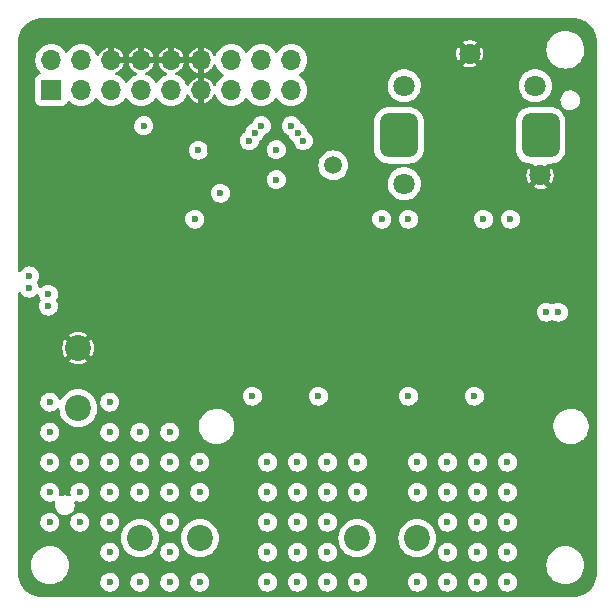
<source format=gbr>
%TF.GenerationSoftware,KiCad,Pcbnew,6.0.0*%
%TF.CreationDate,2022-01-02T23:15:55+02:00*%
%TF.ProjectId,pwm-controller,70776d2d-636f-46e7-9472-6f6c6c65722e,rev?*%
%TF.SameCoordinates,Original*%
%TF.FileFunction,Copper,L3,Inr*%
%TF.FilePolarity,Positive*%
%FSLAX46Y46*%
G04 Gerber Fmt 4.6, Leading zero omitted, Abs format (unit mm)*
G04 Created by KiCad (PCBNEW 6.0.0) date 2022-01-02 23:15:55*
%MOMM*%
%LPD*%
G01*
G04 APERTURE LIST*
G04 Aperture macros list*
%AMRoundRect*
0 Rectangle with rounded corners*
0 $1 Rounding radius*
0 $2 $3 $4 $5 $6 $7 $8 $9 X,Y pos of 4 corners*
0 Add a 4 corners polygon primitive as box body*
4,1,4,$2,$3,$4,$5,$6,$7,$8,$9,$2,$3,0*
0 Add four circle primitives for the rounded corners*
1,1,$1+$1,$2,$3*
1,1,$1+$1,$4,$5*
1,1,$1+$1,$6,$7*
1,1,$1+$1,$8,$9*
0 Add four rect primitives between the rounded corners*
20,1,$1+$1,$2,$3,$4,$5,0*
20,1,$1+$1,$4,$5,$6,$7,0*
20,1,$1+$1,$6,$7,$8,$9,0*
20,1,$1+$1,$8,$9,$2,$3,0*%
G04 Aperture macros list end*
%TA.AperFunction,ComponentPad*%
%ADD10C,2.200000*%
%TD*%
%TA.AperFunction,ComponentPad*%
%ADD11RoundRect,0.800000X-0.800000X-1.100000X0.800000X-1.100000X0.800000X1.100000X-0.800000X1.100000X0*%
%TD*%
%TA.AperFunction,ComponentPad*%
%ADD12C,1.800000*%
%TD*%
%TA.AperFunction,ComponentPad*%
%ADD13R,1.700000X1.700000*%
%TD*%
%TA.AperFunction,ComponentPad*%
%ADD14O,1.700000X1.700000*%
%TD*%
%TA.AperFunction,ComponentPad*%
%ADD15C,1.500000*%
%TD*%
%TA.AperFunction,ViaPad*%
%ADD16C,0.600000*%
%TD*%
G04 APERTURE END LIST*
D10*
%TO.N,GND*%
%TO.C,J2*%
X81788000Y-104648000D03*
%TO.N,VIN*%
X81788000Y-109728000D03*
%TD*%
D11*
%TO.N,*%
%TO.C,SW1*%
X120935000Y-86626000D03*
X108935000Y-86626000D03*
D12*
%TO.N,Net-(R8-Pad1)*%
X109385000Y-82426000D03*
%TO.N,Net-(R10-Pad1)*%
X120485000Y-82426000D03*
%TO.N,GND*%
X114935000Y-79726000D03*
%TO.N,Net-(R9-Pad2)*%
X109385000Y-90726000D03*
%TO.N,GND*%
X120885000Y-90026000D03*
%TD*%
D13*
%TO.N,URX*%
%TO.C,J1*%
X79502000Y-82804000D03*
D14*
%TO.N,SWIM*%
X79502000Y-80264000D03*
%TO.N,UTX*%
X82042000Y-82804000D03*
%TO.N,NRST*%
X82042000Y-80264000D03*
%TO.N,SADD0*%
X84582000Y-82804000D03*
%TO.N,GND*%
X84582000Y-80264000D03*
%TO.N,SADD1*%
X87122000Y-82804000D03*
%TO.N,GND*%
X87122000Y-80264000D03*
%TO.N,SADD2*%
X89662000Y-82804000D03*
%TO.N,GND*%
X89662000Y-80264000D03*
X92202000Y-82804000D03*
X92202000Y-80264000D03*
%TO.N,INT*%
X94742000Y-82804000D03*
X94742000Y-80264000D03*
%TO.N,SCL*%
X97282000Y-82804000D03*
X97282000Y-80264000D03*
%TO.N,SDA*%
X99822000Y-82804000D03*
X99822000Y-80264000D03*
%TD*%
D15*
%TO.N,+5V*%
%TO.C,TP1*%
X103378000Y-89154000D03*
%TD*%
D10*
%TO.N,DRAIN2*%
%TO.C,J4*%
X105410000Y-120739000D03*
%TO.N,DRAIN1*%
X110490000Y-120739000D03*
%TD*%
%TO.N,VIN*%
%TO.C,J3*%
X86995000Y-120739000D03*
X92075000Y-120739000D03*
%TD*%
D16*
%TO.N,GND*%
X112395000Y-104140000D03*
X79248000Y-91186000D03*
X97155000Y-106680000D03*
X92075000Y-106680000D03*
X101578900Y-83289931D03*
X124460000Y-101600000D03*
X86995000Y-104140000D03*
X117475000Y-101600000D03*
X86995000Y-106680000D03*
X99695000Y-101600000D03*
X114935000Y-104140000D03*
X104775000Y-106680000D03*
X85344000Y-89916000D03*
X86995000Y-101600000D03*
X89535000Y-104140000D03*
X84074000Y-93688000D03*
X97155000Y-101600000D03*
X94615000Y-106680000D03*
X109855000Y-101600000D03*
X80264000Y-92456000D03*
X102235000Y-104140000D03*
X91186000Y-97332800D03*
X114935000Y-106680000D03*
X84836000Y-98768000D03*
X92075000Y-104140000D03*
X106934000Y-95212000D03*
X99695000Y-106680000D03*
X114935000Y-101600000D03*
X78232000Y-88900000D03*
X120142000Y-95212000D03*
X94615000Y-101600000D03*
X112395000Y-101600000D03*
X124460000Y-106680000D03*
X94615000Y-104140000D03*
X101600000Y-84582000D03*
X101600000Y-85824010D03*
X117348000Y-95212000D03*
X104775000Y-104140000D03*
X106426000Y-98933000D03*
X102235000Y-106680000D03*
X109855000Y-106680000D03*
X81788000Y-98768000D03*
X120015000Y-101600000D03*
X120015000Y-106680000D03*
X107315000Y-106680000D03*
X120015000Y-104140000D03*
X89535000Y-101600000D03*
X89535000Y-106680000D03*
X104775000Y-101600000D03*
X92075000Y-101600000D03*
X92964000Y-87884000D03*
X97155000Y-104140000D03*
X98552000Y-97332800D03*
X102235000Y-101600000D03*
X124460000Y-104140000D03*
X99695000Y-104140000D03*
X112395000Y-106680000D03*
X109728000Y-95212000D03*
X109855000Y-104140000D03*
X117475000Y-106680000D03*
X107315000Y-101600000D03*
X107315000Y-104140000D03*
X116840000Y-98933000D03*
X117475000Y-104140000D03*
X80334764Y-89986764D03*
%TO.N,RE_Q*%
X96716313Y-86414000D03*
X100390870Y-86410905D03*
%TO.N,RE_I*%
X99822000Y-85814000D03*
X97282000Y-85814000D03*
%TO.N,RE_B*%
X100838000Y-87084000D03*
X96266000Y-87084000D03*
%TO.N,LED1*%
X79248000Y-101092000D03*
X77632000Y-99568000D03*
%TO.N,LED2*%
X77649645Y-98533558D03*
X79248000Y-100076000D03*
%TO.N,DRAIN1*%
X115570000Y-116840000D03*
X118110000Y-124460000D03*
X113030000Y-114300000D03*
X110490000Y-124460000D03*
X113030000Y-116840000D03*
X110490000Y-116840000D03*
X115570000Y-119380000D03*
X113030000Y-119380000D03*
X118110000Y-116840000D03*
X115570000Y-114300000D03*
X118110000Y-119380000D03*
X118110000Y-114300000D03*
X118110000Y-121920000D03*
X110490000Y-114300000D03*
X113030000Y-121920000D03*
X115570000Y-121920000D03*
X115570000Y-124460000D03*
X113030000Y-124460000D03*
%TO.N,DRAIN2*%
X105410000Y-114300000D03*
X97790000Y-114300000D03*
X100330000Y-119380000D03*
X97790000Y-116840000D03*
X105410000Y-116840000D03*
X102870000Y-124460000D03*
X102870000Y-121920000D03*
X105410000Y-124460000D03*
X97790000Y-124460000D03*
X100330000Y-114300000D03*
X100330000Y-116840000D03*
X100330000Y-121920000D03*
X102870000Y-116840000D03*
X102870000Y-119380000D03*
X102870000Y-114300000D03*
X97790000Y-119380000D03*
X100330000Y-124460000D03*
X97790000Y-121920000D03*
%TO.N,/channel1/GATE*%
X115316000Y-108712000D03*
X121412000Y-101600000D03*
X109728000Y-108712000D03*
%TO.N,/channel2/GATE*%
X96520000Y-108712000D03*
X122428000Y-101600000D03*
X102108000Y-108712000D03*
%TO.N,VIN*%
X79375000Y-114300000D03*
X79375000Y-119380000D03*
X89522400Y-119380000D03*
X84455000Y-119380000D03*
X81915000Y-114300000D03*
X86995000Y-124460000D03*
X86995000Y-116840000D03*
X89535000Y-116840000D03*
X86995000Y-114300000D03*
X89535000Y-124460000D03*
X86995000Y-111760000D03*
X79375000Y-116840000D03*
X81915000Y-116840000D03*
X84455000Y-109207400D03*
X89535000Y-121907400D03*
X79375000Y-111747400D03*
X84455000Y-121907400D03*
X84455000Y-114300000D03*
X84455000Y-111760000D03*
X84455000Y-116840000D03*
X92075000Y-116840000D03*
X89535000Y-114300000D03*
X84455000Y-124460000D03*
X79375000Y-109207400D03*
X81915000Y-119380000D03*
X92075000Y-114287400D03*
X92075000Y-124460000D03*
X89535000Y-111747400D03*
%TO.N,+5V*%
X91643200Y-93726000D03*
X98552000Y-87846000D03*
X93814994Y-91528994D03*
X118364000Y-93726000D03*
X107480000Y-93726000D03*
X116078000Y-93726000D03*
X98552000Y-90386000D03*
X109728000Y-93726000D03*
%TO.N,/INT_PIN*%
X91948000Y-87884000D03*
X87332735Y-85808735D03*
%TD*%
%TA.AperFunction,Conductor*%
%TO.N,GND*%
G36*
X123670527Y-76701476D02*
G01*
X123685099Y-76703745D01*
X123685101Y-76703745D01*
X123693829Y-76705104D01*
X123709838Y-76703011D01*
X123734017Y-76702230D01*
X123952949Y-76716579D01*
X123969030Y-76718697D01*
X124209665Y-76766562D01*
X124225333Y-76770760D01*
X124457671Y-76849629D01*
X124472655Y-76855836D01*
X124692710Y-76964354D01*
X124706752Y-76972461D01*
X124910766Y-77108778D01*
X124923632Y-77118651D01*
X125108110Y-77280433D01*
X125119567Y-77291890D01*
X125281348Y-77476366D01*
X125291221Y-77489233D01*
X125427539Y-77693248D01*
X125435646Y-77707290D01*
X125544164Y-77927345D01*
X125550371Y-77942329D01*
X125629240Y-78174667D01*
X125633438Y-78190334D01*
X125656540Y-78306478D01*
X125681303Y-78430970D01*
X125683421Y-78447051D01*
X125697308Y-78658930D01*
X125696298Y-78681608D01*
X125696255Y-78685097D01*
X125694896Y-78693829D01*
X125696042Y-78702591D01*
X125698953Y-78724855D01*
X125700000Y-78740933D01*
X125700000Y-123651451D01*
X125698524Y-123670527D01*
X125698217Y-123672502D01*
X125694896Y-123693829D01*
X125696989Y-123709833D01*
X125697770Y-123734017D01*
X125683421Y-123952949D01*
X125681303Y-123969030D01*
X125644009Y-124156523D01*
X125633438Y-124209665D01*
X125629240Y-124225333D01*
X125550371Y-124457671D01*
X125544164Y-124472655D01*
X125435646Y-124692710D01*
X125427539Y-124706752D01*
X125350710Y-124821736D01*
X125291222Y-124910766D01*
X125281349Y-124923632D01*
X125119567Y-125108110D01*
X125108110Y-125119567D01*
X124942549Y-125264760D01*
X124923634Y-125281348D01*
X124910767Y-125291221D01*
X124706752Y-125427539D01*
X124692710Y-125435646D01*
X124472655Y-125544164D01*
X124457671Y-125550371D01*
X124225333Y-125629240D01*
X124209665Y-125633438D01*
X123969030Y-125681303D01*
X123952949Y-125683421D01*
X123856687Y-125689730D01*
X123741069Y-125697308D01*
X123718392Y-125696298D01*
X123714903Y-125696255D01*
X123706171Y-125694896D01*
X123675145Y-125698953D01*
X123659067Y-125700000D01*
X78748549Y-125700000D01*
X78729473Y-125698524D01*
X78714901Y-125696255D01*
X78714899Y-125696255D01*
X78706171Y-125694896D01*
X78690162Y-125696989D01*
X78665983Y-125697770D01*
X78447051Y-125683421D01*
X78430970Y-125681303D01*
X78190335Y-125633438D01*
X78174667Y-125629240D01*
X77942329Y-125550371D01*
X77927345Y-125544164D01*
X77707290Y-125435646D01*
X77693248Y-125427539D01*
X77489233Y-125291221D01*
X77476366Y-125281348D01*
X77457451Y-125264760D01*
X77291890Y-125119567D01*
X77280433Y-125108110D01*
X77118651Y-124923632D01*
X77108778Y-124910766D01*
X77049290Y-124821736D01*
X76972461Y-124706752D01*
X76964354Y-124692710D01*
X76855836Y-124472655D01*
X76849629Y-124457671D01*
X76770760Y-124225333D01*
X76766562Y-124209665D01*
X76756728Y-124160224D01*
X76718694Y-123969017D01*
X76716580Y-123952962D01*
X76702926Y-123744654D01*
X76704080Y-123721863D01*
X76703768Y-123721835D01*
X76704196Y-123717068D01*
X76704991Y-123712342D01*
X76705142Y-123700000D01*
X76701252Y-123672837D01*
X76700000Y-123655258D01*
X76700000Y-123025000D01*
X77769551Y-123025000D01*
X77789317Y-123276148D01*
X77790452Y-123280876D01*
X77790453Y-123280882D01*
X77846455Y-123514145D01*
X77848127Y-123521111D01*
X77849991Y-123525611D01*
X77940724Y-123744660D01*
X77944534Y-123753859D01*
X78076164Y-123968659D01*
X78239776Y-124160224D01*
X78431341Y-124323836D01*
X78646141Y-124455466D01*
X78650641Y-124457330D01*
X78650645Y-124457332D01*
X78850623Y-124540165D01*
X78878889Y-124551873D01*
X78883625Y-124553010D01*
X79119118Y-124609547D01*
X79119124Y-124609548D01*
X79123852Y-124610683D01*
X79128702Y-124611065D01*
X79128704Y-124611065D01*
X79178272Y-124614966D01*
X79312118Y-124625500D01*
X79437882Y-124625500D01*
X79571728Y-124614966D01*
X79621296Y-124611065D01*
X79621298Y-124611065D01*
X79626148Y-124610683D01*
X79630876Y-124609548D01*
X79630882Y-124609547D01*
X79866375Y-124553010D01*
X79871111Y-124551873D01*
X79899377Y-124540165D01*
X80099355Y-124457332D01*
X80099359Y-124457330D01*
X80103859Y-124455466D01*
X80114814Y-124448753D01*
X83649514Y-124448753D01*
X83667039Y-124627486D01*
X83723726Y-124797896D01*
X83727319Y-124803829D01*
X83727320Y-124803831D01*
X83813168Y-124945583D01*
X83816759Y-124951512D01*
X83941514Y-125080699D01*
X83947308Y-125084490D01*
X83947311Y-125084493D01*
X84043213Y-125147249D01*
X84091789Y-125179036D01*
X84260116Y-125241636D01*
X84438130Y-125265388D01*
X84445031Y-125264760D01*
X84445033Y-125264760D01*
X84552744Y-125254958D01*
X84616981Y-125249112D01*
X84787782Y-125193615D01*
X84942044Y-125101657D01*
X85072099Y-124977807D01*
X85171483Y-124828222D01*
X85235257Y-124660336D01*
X85260251Y-124482493D01*
X85260565Y-124460000D01*
X85259303Y-124448753D01*
X86189514Y-124448753D01*
X86207039Y-124627486D01*
X86263726Y-124797896D01*
X86267319Y-124803829D01*
X86267320Y-124803831D01*
X86353168Y-124945583D01*
X86356759Y-124951512D01*
X86481514Y-125080699D01*
X86487308Y-125084490D01*
X86487311Y-125084493D01*
X86583213Y-125147249D01*
X86631789Y-125179036D01*
X86800116Y-125241636D01*
X86978130Y-125265388D01*
X86985031Y-125264760D01*
X86985033Y-125264760D01*
X87092744Y-125254958D01*
X87156981Y-125249112D01*
X87327782Y-125193615D01*
X87482044Y-125101657D01*
X87612099Y-124977807D01*
X87711483Y-124828222D01*
X87775257Y-124660336D01*
X87800251Y-124482493D01*
X87800565Y-124460000D01*
X87799303Y-124448753D01*
X88729514Y-124448753D01*
X88747039Y-124627486D01*
X88803726Y-124797896D01*
X88807319Y-124803829D01*
X88807320Y-124803831D01*
X88893168Y-124945583D01*
X88896759Y-124951512D01*
X89021514Y-125080699D01*
X89027308Y-125084490D01*
X89027311Y-125084493D01*
X89123213Y-125147249D01*
X89171789Y-125179036D01*
X89340116Y-125241636D01*
X89518130Y-125265388D01*
X89525031Y-125264760D01*
X89525033Y-125264760D01*
X89632744Y-125254958D01*
X89696981Y-125249112D01*
X89867782Y-125193615D01*
X90022044Y-125101657D01*
X90152099Y-124977807D01*
X90251483Y-124828222D01*
X90315257Y-124660336D01*
X90340251Y-124482493D01*
X90340565Y-124460000D01*
X90339303Y-124448753D01*
X91269514Y-124448753D01*
X91287039Y-124627486D01*
X91343726Y-124797896D01*
X91347319Y-124803829D01*
X91347320Y-124803831D01*
X91433168Y-124945583D01*
X91436759Y-124951512D01*
X91561514Y-125080699D01*
X91567308Y-125084490D01*
X91567311Y-125084493D01*
X91663213Y-125147249D01*
X91711789Y-125179036D01*
X91880116Y-125241636D01*
X92058130Y-125265388D01*
X92065031Y-125264760D01*
X92065033Y-125264760D01*
X92172744Y-125254958D01*
X92236981Y-125249112D01*
X92407782Y-125193615D01*
X92562044Y-125101657D01*
X92692099Y-124977807D01*
X92791483Y-124828222D01*
X92855257Y-124660336D01*
X92880251Y-124482493D01*
X92880565Y-124460000D01*
X92879303Y-124448753D01*
X96984514Y-124448753D01*
X97002039Y-124627486D01*
X97058726Y-124797896D01*
X97062319Y-124803829D01*
X97062320Y-124803831D01*
X97148168Y-124945583D01*
X97151759Y-124951512D01*
X97276514Y-125080699D01*
X97282308Y-125084490D01*
X97282311Y-125084493D01*
X97378213Y-125147249D01*
X97426789Y-125179036D01*
X97595116Y-125241636D01*
X97773130Y-125265388D01*
X97780031Y-125264760D01*
X97780033Y-125264760D01*
X97887744Y-125254958D01*
X97951981Y-125249112D01*
X98122782Y-125193615D01*
X98277044Y-125101657D01*
X98407099Y-124977807D01*
X98506483Y-124828222D01*
X98570257Y-124660336D01*
X98595251Y-124482493D01*
X98595565Y-124460000D01*
X98594303Y-124448753D01*
X99524514Y-124448753D01*
X99542039Y-124627486D01*
X99598726Y-124797896D01*
X99602319Y-124803829D01*
X99602320Y-124803831D01*
X99688168Y-124945583D01*
X99691759Y-124951512D01*
X99816514Y-125080699D01*
X99822308Y-125084490D01*
X99822311Y-125084493D01*
X99918213Y-125147249D01*
X99966789Y-125179036D01*
X100135116Y-125241636D01*
X100313130Y-125265388D01*
X100320031Y-125264760D01*
X100320033Y-125264760D01*
X100427744Y-125254958D01*
X100491981Y-125249112D01*
X100662782Y-125193615D01*
X100817044Y-125101657D01*
X100947099Y-124977807D01*
X101046483Y-124828222D01*
X101110257Y-124660336D01*
X101135251Y-124482493D01*
X101135565Y-124460000D01*
X101134303Y-124448753D01*
X102064514Y-124448753D01*
X102082039Y-124627486D01*
X102138726Y-124797896D01*
X102142319Y-124803829D01*
X102142320Y-124803831D01*
X102228168Y-124945583D01*
X102231759Y-124951512D01*
X102356514Y-125080699D01*
X102362308Y-125084490D01*
X102362311Y-125084493D01*
X102458213Y-125147249D01*
X102506789Y-125179036D01*
X102675116Y-125241636D01*
X102853130Y-125265388D01*
X102860031Y-125264760D01*
X102860033Y-125264760D01*
X102967744Y-125254958D01*
X103031981Y-125249112D01*
X103202782Y-125193615D01*
X103357044Y-125101657D01*
X103487099Y-124977807D01*
X103586483Y-124828222D01*
X103650257Y-124660336D01*
X103675251Y-124482493D01*
X103675565Y-124460000D01*
X103674303Y-124448753D01*
X104604514Y-124448753D01*
X104622039Y-124627486D01*
X104678726Y-124797896D01*
X104682319Y-124803829D01*
X104682320Y-124803831D01*
X104768168Y-124945583D01*
X104771759Y-124951512D01*
X104896514Y-125080699D01*
X104902308Y-125084490D01*
X104902311Y-125084493D01*
X104998213Y-125147249D01*
X105046789Y-125179036D01*
X105215116Y-125241636D01*
X105393130Y-125265388D01*
X105400031Y-125264760D01*
X105400033Y-125264760D01*
X105507744Y-125254958D01*
X105571981Y-125249112D01*
X105742782Y-125193615D01*
X105897044Y-125101657D01*
X106027099Y-124977807D01*
X106126483Y-124828222D01*
X106190257Y-124660336D01*
X106215251Y-124482493D01*
X106215565Y-124460000D01*
X106214303Y-124448753D01*
X109684514Y-124448753D01*
X109702039Y-124627486D01*
X109758726Y-124797896D01*
X109762319Y-124803829D01*
X109762320Y-124803831D01*
X109848168Y-124945583D01*
X109851759Y-124951512D01*
X109976514Y-125080699D01*
X109982308Y-125084490D01*
X109982311Y-125084493D01*
X110078213Y-125147249D01*
X110126789Y-125179036D01*
X110295116Y-125241636D01*
X110473130Y-125265388D01*
X110480031Y-125264760D01*
X110480033Y-125264760D01*
X110587744Y-125254958D01*
X110651981Y-125249112D01*
X110822782Y-125193615D01*
X110977044Y-125101657D01*
X111107099Y-124977807D01*
X111206483Y-124828222D01*
X111270257Y-124660336D01*
X111295251Y-124482493D01*
X111295565Y-124460000D01*
X111294303Y-124448753D01*
X112224514Y-124448753D01*
X112242039Y-124627486D01*
X112298726Y-124797896D01*
X112302319Y-124803829D01*
X112302320Y-124803831D01*
X112388168Y-124945583D01*
X112391759Y-124951512D01*
X112516514Y-125080699D01*
X112522308Y-125084490D01*
X112522311Y-125084493D01*
X112618213Y-125147249D01*
X112666789Y-125179036D01*
X112835116Y-125241636D01*
X113013130Y-125265388D01*
X113020031Y-125264760D01*
X113020033Y-125264760D01*
X113127744Y-125254958D01*
X113191981Y-125249112D01*
X113362782Y-125193615D01*
X113517044Y-125101657D01*
X113647099Y-124977807D01*
X113746483Y-124828222D01*
X113810257Y-124660336D01*
X113835251Y-124482493D01*
X113835565Y-124460000D01*
X113834303Y-124448753D01*
X114764514Y-124448753D01*
X114782039Y-124627486D01*
X114838726Y-124797896D01*
X114842319Y-124803829D01*
X114842320Y-124803831D01*
X114928168Y-124945583D01*
X114931759Y-124951512D01*
X115056514Y-125080699D01*
X115062308Y-125084490D01*
X115062311Y-125084493D01*
X115158213Y-125147249D01*
X115206789Y-125179036D01*
X115375116Y-125241636D01*
X115553130Y-125265388D01*
X115560031Y-125264760D01*
X115560033Y-125264760D01*
X115667744Y-125254958D01*
X115731981Y-125249112D01*
X115902782Y-125193615D01*
X116057044Y-125101657D01*
X116187099Y-124977807D01*
X116286483Y-124828222D01*
X116350257Y-124660336D01*
X116375251Y-124482493D01*
X116375565Y-124460000D01*
X116374303Y-124448753D01*
X117304514Y-124448753D01*
X117322039Y-124627486D01*
X117378726Y-124797896D01*
X117382319Y-124803829D01*
X117382320Y-124803831D01*
X117468168Y-124945583D01*
X117471759Y-124951512D01*
X117596514Y-125080699D01*
X117602308Y-125084490D01*
X117602311Y-125084493D01*
X117698213Y-125147249D01*
X117746789Y-125179036D01*
X117915116Y-125241636D01*
X118093130Y-125265388D01*
X118100031Y-125264760D01*
X118100033Y-125264760D01*
X118207744Y-125254958D01*
X118271981Y-125249112D01*
X118442782Y-125193615D01*
X118597044Y-125101657D01*
X118727099Y-124977807D01*
X118826483Y-124828222D01*
X118890257Y-124660336D01*
X118915251Y-124482493D01*
X118915565Y-124460000D01*
X118895546Y-124281528D01*
X118836485Y-124111927D01*
X118741316Y-123959625D01*
X118614770Y-123832193D01*
X118463136Y-123735963D01*
X118433671Y-123725471D01*
X118300479Y-123678043D01*
X118300475Y-123678042D01*
X118293951Y-123675719D01*
X118115624Y-123654455D01*
X118108735Y-123655179D01*
X118108732Y-123655179D01*
X117943913Y-123672502D01*
X117943911Y-123672502D01*
X117937017Y-123673227D01*
X117930456Y-123675461D01*
X117930454Y-123675461D01*
X117858372Y-123700000D01*
X117767007Y-123731103D01*
X117614045Y-123825206D01*
X117485732Y-123950859D01*
X117388446Y-124101817D01*
X117386076Y-124108329D01*
X117346291Y-124217638D01*
X117327022Y-124270578D01*
X117304514Y-124448753D01*
X116374303Y-124448753D01*
X116355546Y-124281528D01*
X116296485Y-124111927D01*
X116201316Y-123959625D01*
X116074770Y-123832193D01*
X115923136Y-123735963D01*
X115893671Y-123725471D01*
X115760479Y-123678043D01*
X115760475Y-123678042D01*
X115753951Y-123675719D01*
X115575624Y-123654455D01*
X115568735Y-123655179D01*
X115568732Y-123655179D01*
X115403913Y-123672502D01*
X115403911Y-123672502D01*
X115397017Y-123673227D01*
X115390456Y-123675461D01*
X115390454Y-123675461D01*
X115318372Y-123700000D01*
X115227007Y-123731103D01*
X115074045Y-123825206D01*
X114945732Y-123950859D01*
X114848446Y-124101817D01*
X114846076Y-124108329D01*
X114806291Y-124217638D01*
X114787022Y-124270578D01*
X114764514Y-124448753D01*
X113834303Y-124448753D01*
X113815546Y-124281528D01*
X113756485Y-124111927D01*
X113661316Y-123959625D01*
X113534770Y-123832193D01*
X113383136Y-123735963D01*
X113353671Y-123725471D01*
X113220479Y-123678043D01*
X113220475Y-123678042D01*
X113213951Y-123675719D01*
X113035624Y-123654455D01*
X113028735Y-123655179D01*
X113028732Y-123655179D01*
X112863913Y-123672502D01*
X112863911Y-123672502D01*
X112857017Y-123673227D01*
X112850456Y-123675461D01*
X112850454Y-123675461D01*
X112778372Y-123700000D01*
X112687007Y-123731103D01*
X112534045Y-123825206D01*
X112405732Y-123950859D01*
X112308446Y-124101817D01*
X112306076Y-124108329D01*
X112266291Y-124217638D01*
X112247022Y-124270578D01*
X112224514Y-124448753D01*
X111294303Y-124448753D01*
X111275546Y-124281528D01*
X111216485Y-124111927D01*
X111121316Y-123959625D01*
X110994770Y-123832193D01*
X110843136Y-123735963D01*
X110813671Y-123725471D01*
X110680479Y-123678043D01*
X110680475Y-123678042D01*
X110673951Y-123675719D01*
X110495624Y-123654455D01*
X110488735Y-123655179D01*
X110488732Y-123655179D01*
X110323913Y-123672502D01*
X110323911Y-123672502D01*
X110317017Y-123673227D01*
X110310456Y-123675461D01*
X110310454Y-123675461D01*
X110238372Y-123700000D01*
X110147007Y-123731103D01*
X109994045Y-123825206D01*
X109865732Y-123950859D01*
X109768446Y-124101817D01*
X109766076Y-124108329D01*
X109726291Y-124217638D01*
X109707022Y-124270578D01*
X109684514Y-124448753D01*
X106214303Y-124448753D01*
X106195546Y-124281528D01*
X106136485Y-124111927D01*
X106041316Y-123959625D01*
X105914770Y-123832193D01*
X105763136Y-123735963D01*
X105733671Y-123725471D01*
X105600479Y-123678043D01*
X105600475Y-123678042D01*
X105593951Y-123675719D01*
X105415624Y-123654455D01*
X105408735Y-123655179D01*
X105408732Y-123655179D01*
X105243913Y-123672502D01*
X105243911Y-123672502D01*
X105237017Y-123673227D01*
X105230456Y-123675461D01*
X105230454Y-123675461D01*
X105158372Y-123700000D01*
X105067007Y-123731103D01*
X104914045Y-123825206D01*
X104785732Y-123950859D01*
X104688446Y-124101817D01*
X104686076Y-124108329D01*
X104646291Y-124217638D01*
X104627022Y-124270578D01*
X104604514Y-124448753D01*
X103674303Y-124448753D01*
X103655546Y-124281528D01*
X103596485Y-124111927D01*
X103501316Y-123959625D01*
X103374770Y-123832193D01*
X103223136Y-123735963D01*
X103193671Y-123725471D01*
X103060479Y-123678043D01*
X103060475Y-123678042D01*
X103053951Y-123675719D01*
X102875624Y-123654455D01*
X102868735Y-123655179D01*
X102868732Y-123655179D01*
X102703913Y-123672502D01*
X102703911Y-123672502D01*
X102697017Y-123673227D01*
X102690456Y-123675461D01*
X102690454Y-123675461D01*
X102618372Y-123700000D01*
X102527007Y-123731103D01*
X102374045Y-123825206D01*
X102245732Y-123950859D01*
X102148446Y-124101817D01*
X102146076Y-124108329D01*
X102106291Y-124217638D01*
X102087022Y-124270578D01*
X102064514Y-124448753D01*
X101134303Y-124448753D01*
X101115546Y-124281528D01*
X101056485Y-124111927D01*
X100961316Y-123959625D01*
X100834770Y-123832193D01*
X100683136Y-123735963D01*
X100653671Y-123725471D01*
X100520479Y-123678043D01*
X100520475Y-123678042D01*
X100513951Y-123675719D01*
X100335624Y-123654455D01*
X100328735Y-123655179D01*
X100328732Y-123655179D01*
X100163913Y-123672502D01*
X100163911Y-123672502D01*
X100157017Y-123673227D01*
X100150456Y-123675461D01*
X100150454Y-123675461D01*
X100078372Y-123700000D01*
X99987007Y-123731103D01*
X99834045Y-123825206D01*
X99705732Y-123950859D01*
X99608446Y-124101817D01*
X99606076Y-124108329D01*
X99566291Y-124217638D01*
X99547022Y-124270578D01*
X99524514Y-124448753D01*
X98594303Y-124448753D01*
X98575546Y-124281528D01*
X98516485Y-124111927D01*
X98421316Y-123959625D01*
X98294770Y-123832193D01*
X98143136Y-123735963D01*
X98113671Y-123725471D01*
X97980479Y-123678043D01*
X97980475Y-123678042D01*
X97973951Y-123675719D01*
X97795624Y-123654455D01*
X97788735Y-123655179D01*
X97788732Y-123655179D01*
X97623913Y-123672502D01*
X97623911Y-123672502D01*
X97617017Y-123673227D01*
X97610456Y-123675461D01*
X97610454Y-123675461D01*
X97538372Y-123700000D01*
X97447007Y-123731103D01*
X97294045Y-123825206D01*
X97165732Y-123950859D01*
X97068446Y-124101817D01*
X97066076Y-124108329D01*
X97026291Y-124217638D01*
X97007022Y-124270578D01*
X96984514Y-124448753D01*
X92879303Y-124448753D01*
X92860546Y-124281528D01*
X92801485Y-124111927D01*
X92706316Y-123959625D01*
X92579770Y-123832193D01*
X92428136Y-123735963D01*
X92398671Y-123725471D01*
X92265479Y-123678043D01*
X92265475Y-123678042D01*
X92258951Y-123675719D01*
X92080624Y-123654455D01*
X92073735Y-123655179D01*
X92073732Y-123655179D01*
X91908913Y-123672502D01*
X91908911Y-123672502D01*
X91902017Y-123673227D01*
X91895456Y-123675461D01*
X91895454Y-123675461D01*
X91823372Y-123700000D01*
X91732007Y-123731103D01*
X91579045Y-123825206D01*
X91450732Y-123950859D01*
X91353446Y-124101817D01*
X91351076Y-124108329D01*
X91311291Y-124217638D01*
X91292022Y-124270578D01*
X91269514Y-124448753D01*
X90339303Y-124448753D01*
X90320546Y-124281528D01*
X90261485Y-124111927D01*
X90166316Y-123959625D01*
X90039770Y-123832193D01*
X89888136Y-123735963D01*
X89858671Y-123725471D01*
X89725479Y-123678043D01*
X89725475Y-123678042D01*
X89718951Y-123675719D01*
X89540624Y-123654455D01*
X89533735Y-123655179D01*
X89533732Y-123655179D01*
X89368913Y-123672502D01*
X89368911Y-123672502D01*
X89362017Y-123673227D01*
X89355456Y-123675461D01*
X89355454Y-123675461D01*
X89283372Y-123700000D01*
X89192007Y-123731103D01*
X89039045Y-123825206D01*
X88910732Y-123950859D01*
X88813446Y-124101817D01*
X88811076Y-124108329D01*
X88771291Y-124217638D01*
X88752022Y-124270578D01*
X88729514Y-124448753D01*
X87799303Y-124448753D01*
X87780546Y-124281528D01*
X87721485Y-124111927D01*
X87626316Y-123959625D01*
X87499770Y-123832193D01*
X87348136Y-123735963D01*
X87318671Y-123725471D01*
X87185479Y-123678043D01*
X87185475Y-123678042D01*
X87178951Y-123675719D01*
X87000624Y-123654455D01*
X86993735Y-123655179D01*
X86993732Y-123655179D01*
X86828913Y-123672502D01*
X86828911Y-123672502D01*
X86822017Y-123673227D01*
X86815456Y-123675461D01*
X86815454Y-123675461D01*
X86743372Y-123700000D01*
X86652007Y-123731103D01*
X86499045Y-123825206D01*
X86370732Y-123950859D01*
X86273446Y-124101817D01*
X86271076Y-124108329D01*
X86231291Y-124217638D01*
X86212022Y-124270578D01*
X86189514Y-124448753D01*
X85259303Y-124448753D01*
X85240546Y-124281528D01*
X85181485Y-124111927D01*
X85086316Y-123959625D01*
X84959770Y-123832193D01*
X84808136Y-123735963D01*
X84778671Y-123725471D01*
X84645479Y-123678043D01*
X84645475Y-123678042D01*
X84638951Y-123675719D01*
X84460624Y-123654455D01*
X84453735Y-123655179D01*
X84453732Y-123655179D01*
X84288913Y-123672502D01*
X84288911Y-123672502D01*
X84282017Y-123673227D01*
X84275456Y-123675461D01*
X84275454Y-123675461D01*
X84203372Y-123700000D01*
X84112007Y-123731103D01*
X83959045Y-123825206D01*
X83830732Y-123950859D01*
X83733446Y-124101817D01*
X83731076Y-124108329D01*
X83691291Y-124217638D01*
X83672022Y-124270578D01*
X83649514Y-124448753D01*
X80114814Y-124448753D01*
X80318659Y-124323836D01*
X80510224Y-124160224D01*
X80673836Y-123968659D01*
X80805466Y-123753859D01*
X80809277Y-123744660D01*
X80900009Y-123525611D01*
X80901873Y-123521111D01*
X80903545Y-123514145D01*
X80959547Y-123280882D01*
X80959548Y-123280876D01*
X80960683Y-123276148D01*
X80980449Y-123025000D01*
X121419551Y-123025000D01*
X121439317Y-123276148D01*
X121440452Y-123280876D01*
X121440453Y-123280882D01*
X121496455Y-123514145D01*
X121498127Y-123521111D01*
X121499991Y-123525611D01*
X121590724Y-123744660D01*
X121594534Y-123753859D01*
X121726164Y-123968659D01*
X121889776Y-124160224D01*
X122081341Y-124323836D01*
X122296141Y-124455466D01*
X122300641Y-124457330D01*
X122300645Y-124457332D01*
X122500623Y-124540165D01*
X122528889Y-124551873D01*
X122533625Y-124553010D01*
X122769118Y-124609547D01*
X122769124Y-124609548D01*
X122773852Y-124610683D01*
X122778702Y-124611065D01*
X122778704Y-124611065D01*
X122828272Y-124614966D01*
X122962118Y-124625500D01*
X123087882Y-124625500D01*
X123221728Y-124614966D01*
X123271296Y-124611065D01*
X123271298Y-124611065D01*
X123276148Y-124610683D01*
X123280876Y-124609548D01*
X123280882Y-124609547D01*
X123516375Y-124553010D01*
X123521111Y-124551873D01*
X123549377Y-124540165D01*
X123749355Y-124457332D01*
X123749359Y-124457330D01*
X123753859Y-124455466D01*
X123968659Y-124323836D01*
X124160224Y-124160224D01*
X124323836Y-123968659D01*
X124455466Y-123753859D01*
X124459277Y-123744660D01*
X124550009Y-123525611D01*
X124551873Y-123521111D01*
X124553545Y-123514145D01*
X124609547Y-123280882D01*
X124609548Y-123280876D01*
X124610683Y-123276148D01*
X124630449Y-123025000D01*
X124610683Y-122773852D01*
X124609548Y-122769124D01*
X124609547Y-122769118D01*
X124553010Y-122533625D01*
X124551873Y-122528889D01*
X124508927Y-122425207D01*
X124457332Y-122300645D01*
X124457330Y-122300641D01*
X124455466Y-122296141D01*
X124323836Y-122081341D01*
X124170555Y-121901872D01*
X124163385Y-121893477D01*
X124160224Y-121889776D01*
X123968659Y-121726164D01*
X123753859Y-121594534D01*
X123749359Y-121592670D01*
X123749355Y-121592668D01*
X123525611Y-121499991D01*
X123525612Y-121499991D01*
X123521111Y-121498127D01*
X123514145Y-121496455D01*
X123280882Y-121440453D01*
X123280876Y-121440452D01*
X123276148Y-121439317D01*
X123271298Y-121438935D01*
X123271296Y-121438935D01*
X123221728Y-121435034D01*
X123087882Y-121424500D01*
X122962118Y-121424500D01*
X122828272Y-121435034D01*
X122778704Y-121438935D01*
X122778702Y-121438935D01*
X122773852Y-121439317D01*
X122769124Y-121440452D01*
X122769118Y-121440453D01*
X122535855Y-121496455D01*
X122528889Y-121498127D01*
X122524388Y-121499991D01*
X122524389Y-121499991D01*
X122300645Y-121592668D01*
X122300641Y-121592670D01*
X122296141Y-121594534D01*
X122081341Y-121726164D01*
X121889776Y-121889776D01*
X121886615Y-121893477D01*
X121879445Y-121901872D01*
X121726164Y-122081341D01*
X121594534Y-122296141D01*
X121592670Y-122300641D01*
X121592668Y-122300645D01*
X121541073Y-122425207D01*
X121498127Y-122528889D01*
X121496990Y-122533625D01*
X121440453Y-122769118D01*
X121440452Y-122769124D01*
X121439317Y-122773852D01*
X121419551Y-123025000D01*
X80980449Y-123025000D01*
X80960683Y-122773852D01*
X80959548Y-122769124D01*
X80959547Y-122769118D01*
X80903010Y-122533625D01*
X80901873Y-122528889D01*
X80858927Y-122425207D01*
X80807332Y-122300645D01*
X80807330Y-122300641D01*
X80805466Y-122296141D01*
X80673836Y-122081341D01*
X80520555Y-121901872D01*
X80515671Y-121896153D01*
X83649514Y-121896153D01*
X83667039Y-122074886D01*
X83723726Y-122245296D01*
X83727319Y-122251229D01*
X83727320Y-122251231D01*
X83783775Y-122344449D01*
X83816759Y-122398912D01*
X83941514Y-122528099D01*
X83947308Y-122531890D01*
X83947311Y-122531893D01*
X84043213Y-122594649D01*
X84091789Y-122626436D01*
X84098284Y-122628851D01*
X84098285Y-122628852D01*
X84130991Y-122641015D01*
X84260116Y-122689036D01*
X84438130Y-122712788D01*
X84445031Y-122712160D01*
X84445033Y-122712160D01*
X84560675Y-122701636D01*
X84616981Y-122696512D01*
X84787782Y-122641015D01*
X84942044Y-122549057D01*
X84950821Y-122540699D01*
X85067080Y-122429987D01*
X85067082Y-122429985D01*
X85072099Y-122425207D01*
X85157850Y-122296141D01*
X85167645Y-122281399D01*
X85167646Y-122281397D01*
X85171483Y-122275622D01*
X85174755Y-122267010D01*
X85228008Y-122126819D01*
X85235257Y-122107736D01*
X85260251Y-121929893D01*
X85260565Y-121907400D01*
X85240546Y-121728928D01*
X85181485Y-121559327D01*
X85086316Y-121407025D01*
X84977165Y-121297110D01*
X84964653Y-121284510D01*
X84964652Y-121284509D01*
X84959770Y-121279593D01*
X84808136Y-121183363D01*
X84788219Y-121176271D01*
X84645479Y-121125443D01*
X84645475Y-121125442D01*
X84638951Y-121123119D01*
X84460624Y-121101855D01*
X84453735Y-121102579D01*
X84453732Y-121102579D01*
X84288913Y-121119902D01*
X84288911Y-121119902D01*
X84282017Y-121120627D01*
X84275456Y-121122861D01*
X84275454Y-121122861D01*
X84188718Y-121152389D01*
X84112007Y-121178503D01*
X84106105Y-121182134D01*
X84012678Y-121239611D01*
X83959045Y-121272606D01*
X83830732Y-121398259D01*
X83733446Y-121549217D01*
X83672022Y-121717978D01*
X83649514Y-121896153D01*
X80515671Y-121896153D01*
X80513385Y-121893477D01*
X80510224Y-121889776D01*
X80318659Y-121726164D01*
X80103859Y-121594534D01*
X80099359Y-121592670D01*
X80099355Y-121592668D01*
X79875611Y-121499991D01*
X79875612Y-121499991D01*
X79871111Y-121498127D01*
X79864145Y-121496455D01*
X79630882Y-121440453D01*
X79630876Y-121440452D01*
X79626148Y-121439317D01*
X79621298Y-121438935D01*
X79621296Y-121438935D01*
X79571728Y-121435034D01*
X79437882Y-121424500D01*
X79312118Y-121424500D01*
X79178272Y-121435034D01*
X79128704Y-121438935D01*
X79128702Y-121438935D01*
X79123852Y-121439317D01*
X79119124Y-121440452D01*
X79119118Y-121440453D01*
X78885855Y-121496455D01*
X78878889Y-121498127D01*
X78874388Y-121499991D01*
X78874389Y-121499991D01*
X78650645Y-121592668D01*
X78650641Y-121592670D01*
X78646141Y-121594534D01*
X78431341Y-121726164D01*
X78239776Y-121889776D01*
X78236615Y-121893477D01*
X78229445Y-121901872D01*
X78076164Y-122081341D01*
X77944534Y-122296141D01*
X77942670Y-122300641D01*
X77942668Y-122300645D01*
X77891073Y-122425207D01*
X77848127Y-122528889D01*
X77846990Y-122533625D01*
X77790453Y-122769118D01*
X77790452Y-122769124D01*
X77789317Y-122773852D01*
X77769551Y-123025000D01*
X76700000Y-123025000D01*
X76700000Y-120739000D01*
X85389551Y-120739000D01*
X85409317Y-120990148D01*
X85410452Y-120994876D01*
X85410453Y-120994882D01*
X85436135Y-121101855D01*
X85468127Y-121235111D01*
X85469991Y-121239611D01*
X85552712Y-121439317D01*
X85564534Y-121467859D01*
X85696164Y-121682659D01*
X85859776Y-121874224D01*
X86051341Y-122037836D01*
X86266141Y-122169466D01*
X86270641Y-122171330D01*
X86270645Y-122171332D01*
X86463540Y-122251231D01*
X86498889Y-122265873D01*
X86503625Y-122267010D01*
X86739118Y-122323547D01*
X86739124Y-122323548D01*
X86743852Y-122324683D01*
X86748702Y-122325065D01*
X86748704Y-122325065D01*
X86990146Y-122344067D01*
X86995000Y-122344449D01*
X86999854Y-122344067D01*
X87241296Y-122325065D01*
X87241298Y-122325065D01*
X87246148Y-122324683D01*
X87250876Y-122323548D01*
X87250882Y-122323547D01*
X87486375Y-122267010D01*
X87491111Y-122265873D01*
X87526460Y-122251231D01*
X87719355Y-122171332D01*
X87719359Y-122171330D01*
X87723859Y-122169466D01*
X87938659Y-122037836D01*
X88104548Y-121896153D01*
X88729514Y-121896153D01*
X88747039Y-122074886D01*
X88803726Y-122245296D01*
X88807319Y-122251229D01*
X88807320Y-122251231D01*
X88863775Y-122344449D01*
X88896759Y-122398912D01*
X89021514Y-122528099D01*
X89027308Y-122531890D01*
X89027311Y-122531893D01*
X89123213Y-122594649D01*
X89171789Y-122626436D01*
X89178284Y-122628851D01*
X89178285Y-122628852D01*
X89210991Y-122641015D01*
X89340116Y-122689036D01*
X89518130Y-122712788D01*
X89525031Y-122712160D01*
X89525033Y-122712160D01*
X89640675Y-122701636D01*
X89696981Y-122696512D01*
X89867782Y-122641015D01*
X90022044Y-122549057D01*
X90030821Y-122540699D01*
X90147080Y-122429987D01*
X90147082Y-122429985D01*
X90152099Y-122425207D01*
X90237850Y-122296141D01*
X90247645Y-122281399D01*
X90247646Y-122281397D01*
X90251483Y-122275622D01*
X90254755Y-122267010D01*
X90308008Y-122126819D01*
X90315257Y-122107736D01*
X90340251Y-121929893D01*
X90340565Y-121907400D01*
X90320546Y-121728928D01*
X90261485Y-121559327D01*
X90166316Y-121407025D01*
X90057165Y-121297110D01*
X90044653Y-121284510D01*
X90044652Y-121284509D01*
X90039770Y-121279593D01*
X89888136Y-121183363D01*
X89868219Y-121176271D01*
X89725479Y-121125443D01*
X89725475Y-121125442D01*
X89718951Y-121123119D01*
X89540624Y-121101855D01*
X89533735Y-121102579D01*
X89533732Y-121102579D01*
X89368913Y-121119902D01*
X89368911Y-121119902D01*
X89362017Y-121120627D01*
X89355456Y-121122861D01*
X89355454Y-121122861D01*
X89268718Y-121152389D01*
X89192007Y-121178503D01*
X89186105Y-121182134D01*
X89092678Y-121239611D01*
X89039045Y-121272606D01*
X88910732Y-121398259D01*
X88813446Y-121549217D01*
X88752022Y-121717978D01*
X88729514Y-121896153D01*
X88104548Y-121896153D01*
X88130224Y-121874224D01*
X88293836Y-121682659D01*
X88425466Y-121467859D01*
X88437289Y-121439317D01*
X88520009Y-121239611D01*
X88521873Y-121235111D01*
X88553865Y-121101855D01*
X88579547Y-120994882D01*
X88579548Y-120994876D01*
X88580683Y-120990148D01*
X88600449Y-120739000D01*
X90469551Y-120739000D01*
X90489317Y-120990148D01*
X90490452Y-120994876D01*
X90490453Y-120994882D01*
X90516135Y-121101855D01*
X90548127Y-121235111D01*
X90549991Y-121239611D01*
X90632712Y-121439317D01*
X90644534Y-121467859D01*
X90776164Y-121682659D01*
X90939776Y-121874224D01*
X91131341Y-122037836D01*
X91346141Y-122169466D01*
X91350641Y-122171330D01*
X91350645Y-122171332D01*
X91543540Y-122251231D01*
X91578889Y-122265873D01*
X91583625Y-122267010D01*
X91819118Y-122323547D01*
X91819124Y-122323548D01*
X91823852Y-122324683D01*
X91828702Y-122325065D01*
X91828704Y-122325065D01*
X92070146Y-122344067D01*
X92075000Y-122344449D01*
X92079854Y-122344067D01*
X92321296Y-122325065D01*
X92321298Y-122325065D01*
X92326148Y-122324683D01*
X92330876Y-122323548D01*
X92330882Y-122323547D01*
X92566375Y-122267010D01*
X92571111Y-122265873D01*
X92606460Y-122251231D01*
X92799355Y-122171332D01*
X92799359Y-122171330D01*
X92803859Y-122169466D01*
X93018659Y-122037836D01*
X93169796Y-121908753D01*
X96984514Y-121908753D01*
X96995248Y-122018231D01*
X97000804Y-122074886D01*
X97002039Y-122087486D01*
X97058726Y-122257896D01*
X97062319Y-122263829D01*
X97062320Y-122263831D01*
X97099405Y-122325065D01*
X97151759Y-122411512D01*
X97276514Y-122540699D01*
X97282308Y-122544490D01*
X97282311Y-122544493D01*
X97378213Y-122607249D01*
X97426789Y-122639036D01*
X97433284Y-122641451D01*
X97433285Y-122641452D01*
X97456440Y-122650063D01*
X97595116Y-122701636D01*
X97773130Y-122725388D01*
X97780031Y-122724760D01*
X97780033Y-122724760D01*
X97887744Y-122714958D01*
X97951981Y-122709112D01*
X98122782Y-122653615D01*
X98277044Y-122561657D01*
X98282066Y-122556875D01*
X98402080Y-122442587D01*
X98402082Y-122442585D01*
X98407099Y-122437807D01*
X98506483Y-122288222D01*
X98570257Y-122120336D01*
X98595251Y-121942493D01*
X98595427Y-121929893D01*
X98595511Y-121923899D01*
X98595511Y-121923892D01*
X98595565Y-121920000D01*
X98594303Y-121908753D01*
X99524514Y-121908753D01*
X99535248Y-122018231D01*
X99540804Y-122074886D01*
X99542039Y-122087486D01*
X99598726Y-122257896D01*
X99602319Y-122263829D01*
X99602320Y-122263831D01*
X99639405Y-122325065D01*
X99691759Y-122411512D01*
X99816514Y-122540699D01*
X99822308Y-122544490D01*
X99822311Y-122544493D01*
X99918213Y-122607249D01*
X99966789Y-122639036D01*
X99973284Y-122641451D01*
X99973285Y-122641452D01*
X99996440Y-122650063D01*
X100135116Y-122701636D01*
X100313130Y-122725388D01*
X100320031Y-122724760D01*
X100320033Y-122724760D01*
X100427744Y-122714958D01*
X100491981Y-122709112D01*
X100662782Y-122653615D01*
X100817044Y-122561657D01*
X100822066Y-122556875D01*
X100942080Y-122442587D01*
X100942082Y-122442585D01*
X100947099Y-122437807D01*
X101046483Y-122288222D01*
X101110257Y-122120336D01*
X101135251Y-121942493D01*
X101135427Y-121929893D01*
X101135511Y-121923899D01*
X101135511Y-121923892D01*
X101135565Y-121920000D01*
X101134303Y-121908753D01*
X102064514Y-121908753D01*
X102075248Y-122018231D01*
X102080804Y-122074886D01*
X102082039Y-122087486D01*
X102138726Y-122257896D01*
X102142319Y-122263829D01*
X102142320Y-122263831D01*
X102179405Y-122325065D01*
X102231759Y-122411512D01*
X102356514Y-122540699D01*
X102362308Y-122544490D01*
X102362311Y-122544493D01*
X102458213Y-122607249D01*
X102506789Y-122639036D01*
X102513284Y-122641451D01*
X102513285Y-122641452D01*
X102536440Y-122650063D01*
X102675116Y-122701636D01*
X102853130Y-122725388D01*
X102860031Y-122724760D01*
X102860033Y-122724760D01*
X102967744Y-122714958D01*
X103031981Y-122709112D01*
X103202782Y-122653615D01*
X103357044Y-122561657D01*
X103362066Y-122556875D01*
X103482080Y-122442587D01*
X103482082Y-122442585D01*
X103487099Y-122437807D01*
X103586483Y-122288222D01*
X103650257Y-122120336D01*
X103675251Y-121942493D01*
X103675427Y-121929893D01*
X103675511Y-121923899D01*
X103675511Y-121923892D01*
X103675565Y-121920000D01*
X103655546Y-121741528D01*
X103596485Y-121571927D01*
X103501316Y-121419625D01*
X103374770Y-121292193D01*
X103223136Y-121195963D01*
X103174103Y-121178503D01*
X103060479Y-121138043D01*
X103060475Y-121138042D01*
X103053951Y-121135719D01*
X102875624Y-121114455D01*
X102868735Y-121115179D01*
X102868732Y-121115179D01*
X102703913Y-121132502D01*
X102703911Y-121132502D01*
X102697017Y-121133227D01*
X102690456Y-121135461D01*
X102690454Y-121135461D01*
X102603718Y-121164989D01*
X102527007Y-121191103D01*
X102521105Y-121194734D01*
X102383169Y-121279593D01*
X102374045Y-121285206D01*
X102245732Y-121410859D01*
X102148446Y-121561817D01*
X102087022Y-121730578D01*
X102086153Y-121737459D01*
X102066106Y-121896153D01*
X102064514Y-121908753D01*
X101134303Y-121908753D01*
X101115546Y-121741528D01*
X101056485Y-121571927D01*
X100961316Y-121419625D01*
X100834770Y-121292193D01*
X100683136Y-121195963D01*
X100634103Y-121178503D01*
X100520479Y-121138043D01*
X100520475Y-121138042D01*
X100513951Y-121135719D01*
X100335624Y-121114455D01*
X100328735Y-121115179D01*
X100328732Y-121115179D01*
X100163913Y-121132502D01*
X100163911Y-121132502D01*
X100157017Y-121133227D01*
X100150456Y-121135461D01*
X100150454Y-121135461D01*
X100063718Y-121164989D01*
X99987007Y-121191103D01*
X99981105Y-121194734D01*
X99843169Y-121279593D01*
X99834045Y-121285206D01*
X99705732Y-121410859D01*
X99608446Y-121561817D01*
X99547022Y-121730578D01*
X99546153Y-121737459D01*
X99526106Y-121896153D01*
X99524514Y-121908753D01*
X98594303Y-121908753D01*
X98575546Y-121741528D01*
X98516485Y-121571927D01*
X98421316Y-121419625D01*
X98294770Y-121292193D01*
X98143136Y-121195963D01*
X98094103Y-121178503D01*
X97980479Y-121138043D01*
X97980475Y-121138042D01*
X97973951Y-121135719D01*
X97795624Y-121114455D01*
X97788735Y-121115179D01*
X97788732Y-121115179D01*
X97623913Y-121132502D01*
X97623911Y-121132502D01*
X97617017Y-121133227D01*
X97610456Y-121135461D01*
X97610454Y-121135461D01*
X97523718Y-121164989D01*
X97447007Y-121191103D01*
X97441105Y-121194734D01*
X97303169Y-121279593D01*
X97294045Y-121285206D01*
X97165732Y-121410859D01*
X97068446Y-121561817D01*
X97007022Y-121730578D01*
X97006153Y-121737459D01*
X96986106Y-121896153D01*
X96984514Y-121908753D01*
X93169796Y-121908753D01*
X93210224Y-121874224D01*
X93373836Y-121682659D01*
X93505466Y-121467859D01*
X93517289Y-121439317D01*
X93600009Y-121239611D01*
X93601873Y-121235111D01*
X93633865Y-121101855D01*
X93659547Y-120994882D01*
X93659548Y-120994876D01*
X93660683Y-120990148D01*
X93680449Y-120739000D01*
X103804551Y-120739000D01*
X103824317Y-120990148D01*
X103825452Y-120994876D01*
X103825453Y-120994882D01*
X103851135Y-121101855D01*
X103883127Y-121235111D01*
X103884991Y-121239611D01*
X103967712Y-121439317D01*
X103979534Y-121467859D01*
X104111164Y-121682659D01*
X104274776Y-121874224D01*
X104466341Y-122037836D01*
X104681141Y-122169466D01*
X104685641Y-122171330D01*
X104685645Y-122171332D01*
X104878540Y-122251231D01*
X104913889Y-122265873D01*
X104918625Y-122267010D01*
X105154118Y-122323547D01*
X105154124Y-122323548D01*
X105158852Y-122324683D01*
X105163702Y-122325065D01*
X105163704Y-122325065D01*
X105405146Y-122344067D01*
X105410000Y-122344449D01*
X105414854Y-122344067D01*
X105656296Y-122325065D01*
X105656298Y-122325065D01*
X105661148Y-122324683D01*
X105665876Y-122323548D01*
X105665882Y-122323547D01*
X105901375Y-122267010D01*
X105906111Y-122265873D01*
X105941460Y-122251231D01*
X106134355Y-122171332D01*
X106134359Y-122171330D01*
X106138859Y-122169466D01*
X106353659Y-122037836D01*
X106545224Y-121874224D01*
X106708836Y-121682659D01*
X106840466Y-121467859D01*
X106852289Y-121439317D01*
X106935009Y-121239611D01*
X106936873Y-121235111D01*
X106968865Y-121101855D01*
X106994547Y-120994882D01*
X106994548Y-120994876D01*
X106995683Y-120990148D01*
X107015449Y-120739000D01*
X108884551Y-120739000D01*
X108904317Y-120990148D01*
X108905452Y-120994876D01*
X108905453Y-120994882D01*
X108931135Y-121101855D01*
X108963127Y-121235111D01*
X108964991Y-121239611D01*
X109047712Y-121439317D01*
X109059534Y-121467859D01*
X109191164Y-121682659D01*
X109354776Y-121874224D01*
X109546341Y-122037836D01*
X109761141Y-122169466D01*
X109765641Y-122171330D01*
X109765645Y-122171332D01*
X109958540Y-122251231D01*
X109993889Y-122265873D01*
X109998625Y-122267010D01*
X110234118Y-122323547D01*
X110234124Y-122323548D01*
X110238852Y-122324683D01*
X110243702Y-122325065D01*
X110243704Y-122325065D01*
X110485146Y-122344067D01*
X110490000Y-122344449D01*
X110494854Y-122344067D01*
X110736296Y-122325065D01*
X110736298Y-122325065D01*
X110741148Y-122324683D01*
X110745876Y-122323548D01*
X110745882Y-122323547D01*
X110981375Y-122267010D01*
X110986111Y-122265873D01*
X111021460Y-122251231D01*
X111214355Y-122171332D01*
X111214359Y-122171330D01*
X111218859Y-122169466D01*
X111433659Y-122037836D01*
X111584796Y-121908753D01*
X112224514Y-121908753D01*
X112235248Y-122018231D01*
X112240804Y-122074886D01*
X112242039Y-122087486D01*
X112298726Y-122257896D01*
X112302319Y-122263829D01*
X112302320Y-122263831D01*
X112339405Y-122325065D01*
X112391759Y-122411512D01*
X112516514Y-122540699D01*
X112522308Y-122544490D01*
X112522311Y-122544493D01*
X112618213Y-122607249D01*
X112666789Y-122639036D01*
X112673284Y-122641451D01*
X112673285Y-122641452D01*
X112696440Y-122650063D01*
X112835116Y-122701636D01*
X113013130Y-122725388D01*
X113020031Y-122724760D01*
X113020033Y-122724760D01*
X113127744Y-122714958D01*
X113191981Y-122709112D01*
X113362782Y-122653615D01*
X113517044Y-122561657D01*
X113522066Y-122556875D01*
X113642080Y-122442587D01*
X113642082Y-122442585D01*
X113647099Y-122437807D01*
X113746483Y-122288222D01*
X113810257Y-122120336D01*
X113835251Y-121942493D01*
X113835427Y-121929893D01*
X113835511Y-121923899D01*
X113835511Y-121923892D01*
X113835565Y-121920000D01*
X113834303Y-121908753D01*
X114764514Y-121908753D01*
X114775248Y-122018231D01*
X114780804Y-122074886D01*
X114782039Y-122087486D01*
X114838726Y-122257896D01*
X114842319Y-122263829D01*
X114842320Y-122263831D01*
X114879405Y-122325065D01*
X114931759Y-122411512D01*
X115056514Y-122540699D01*
X115062308Y-122544490D01*
X115062311Y-122544493D01*
X115158213Y-122607249D01*
X115206789Y-122639036D01*
X115213284Y-122641451D01*
X115213285Y-122641452D01*
X115236440Y-122650063D01*
X115375116Y-122701636D01*
X115553130Y-122725388D01*
X115560031Y-122724760D01*
X115560033Y-122724760D01*
X115667744Y-122714958D01*
X115731981Y-122709112D01*
X115902782Y-122653615D01*
X116057044Y-122561657D01*
X116062066Y-122556875D01*
X116182080Y-122442587D01*
X116182082Y-122442585D01*
X116187099Y-122437807D01*
X116286483Y-122288222D01*
X116350257Y-122120336D01*
X116375251Y-121942493D01*
X116375427Y-121929893D01*
X116375511Y-121923899D01*
X116375511Y-121923892D01*
X116375565Y-121920000D01*
X116374303Y-121908753D01*
X117304514Y-121908753D01*
X117315248Y-122018231D01*
X117320804Y-122074886D01*
X117322039Y-122087486D01*
X117378726Y-122257896D01*
X117382319Y-122263829D01*
X117382320Y-122263831D01*
X117419405Y-122325065D01*
X117471759Y-122411512D01*
X117596514Y-122540699D01*
X117602308Y-122544490D01*
X117602311Y-122544493D01*
X117698213Y-122607249D01*
X117746789Y-122639036D01*
X117753284Y-122641451D01*
X117753285Y-122641452D01*
X117776440Y-122650063D01*
X117915116Y-122701636D01*
X118093130Y-122725388D01*
X118100031Y-122724760D01*
X118100033Y-122724760D01*
X118207744Y-122714958D01*
X118271981Y-122709112D01*
X118442782Y-122653615D01*
X118597044Y-122561657D01*
X118602066Y-122556875D01*
X118722080Y-122442587D01*
X118722082Y-122442585D01*
X118727099Y-122437807D01*
X118826483Y-122288222D01*
X118890257Y-122120336D01*
X118915251Y-121942493D01*
X118915427Y-121929893D01*
X118915511Y-121923899D01*
X118915511Y-121923892D01*
X118915565Y-121920000D01*
X118895546Y-121741528D01*
X118836485Y-121571927D01*
X118741316Y-121419625D01*
X118614770Y-121292193D01*
X118463136Y-121195963D01*
X118414103Y-121178503D01*
X118300479Y-121138043D01*
X118300475Y-121138042D01*
X118293951Y-121135719D01*
X118115624Y-121114455D01*
X118108735Y-121115179D01*
X118108732Y-121115179D01*
X117943913Y-121132502D01*
X117943911Y-121132502D01*
X117937017Y-121133227D01*
X117930456Y-121135461D01*
X117930454Y-121135461D01*
X117843718Y-121164989D01*
X117767007Y-121191103D01*
X117761105Y-121194734D01*
X117623169Y-121279593D01*
X117614045Y-121285206D01*
X117485732Y-121410859D01*
X117388446Y-121561817D01*
X117327022Y-121730578D01*
X117326153Y-121737459D01*
X117306106Y-121896153D01*
X117304514Y-121908753D01*
X116374303Y-121908753D01*
X116355546Y-121741528D01*
X116296485Y-121571927D01*
X116201316Y-121419625D01*
X116074770Y-121292193D01*
X115923136Y-121195963D01*
X115874103Y-121178503D01*
X115760479Y-121138043D01*
X115760475Y-121138042D01*
X115753951Y-121135719D01*
X115575624Y-121114455D01*
X115568735Y-121115179D01*
X115568732Y-121115179D01*
X115403913Y-121132502D01*
X115403911Y-121132502D01*
X115397017Y-121133227D01*
X115390456Y-121135461D01*
X115390454Y-121135461D01*
X115303718Y-121164989D01*
X115227007Y-121191103D01*
X115221105Y-121194734D01*
X115083169Y-121279593D01*
X115074045Y-121285206D01*
X114945732Y-121410859D01*
X114848446Y-121561817D01*
X114787022Y-121730578D01*
X114786153Y-121737459D01*
X114766106Y-121896153D01*
X114764514Y-121908753D01*
X113834303Y-121908753D01*
X113815546Y-121741528D01*
X113756485Y-121571927D01*
X113661316Y-121419625D01*
X113534770Y-121292193D01*
X113383136Y-121195963D01*
X113334103Y-121178503D01*
X113220479Y-121138043D01*
X113220475Y-121138042D01*
X113213951Y-121135719D01*
X113035624Y-121114455D01*
X113028735Y-121115179D01*
X113028732Y-121115179D01*
X112863913Y-121132502D01*
X112863911Y-121132502D01*
X112857017Y-121133227D01*
X112850456Y-121135461D01*
X112850454Y-121135461D01*
X112763718Y-121164989D01*
X112687007Y-121191103D01*
X112681105Y-121194734D01*
X112543169Y-121279593D01*
X112534045Y-121285206D01*
X112405732Y-121410859D01*
X112308446Y-121561817D01*
X112247022Y-121730578D01*
X112246153Y-121737459D01*
X112226106Y-121896153D01*
X112224514Y-121908753D01*
X111584796Y-121908753D01*
X111625224Y-121874224D01*
X111788836Y-121682659D01*
X111920466Y-121467859D01*
X111932289Y-121439317D01*
X112015009Y-121239611D01*
X112016873Y-121235111D01*
X112048865Y-121101855D01*
X112074547Y-120994882D01*
X112074548Y-120994876D01*
X112075683Y-120990148D01*
X112095449Y-120739000D01*
X112075683Y-120487852D01*
X112074548Y-120483124D01*
X112074547Y-120483118D01*
X112018010Y-120247625D01*
X112016873Y-120242889D01*
X111986314Y-120169112D01*
X111922332Y-120014645D01*
X111922330Y-120014641D01*
X111920466Y-120010141D01*
X111788836Y-119795341D01*
X111625224Y-119603776D01*
X111433659Y-119440164D01*
X111317127Y-119368753D01*
X112224514Y-119368753D01*
X112242039Y-119547486D01*
X112298726Y-119717896D01*
X112302319Y-119723829D01*
X112302320Y-119723831D01*
X112388168Y-119865583D01*
X112391759Y-119871512D01*
X112516514Y-120000699D01*
X112522308Y-120004490D01*
X112522311Y-120004493D01*
X112618213Y-120067249D01*
X112666789Y-120099036D01*
X112835116Y-120161636D01*
X113013130Y-120185388D01*
X113020031Y-120184760D01*
X113020033Y-120184760D01*
X113127744Y-120174958D01*
X113191981Y-120169112D01*
X113362782Y-120113615D01*
X113517044Y-120021657D01*
X113522066Y-120016875D01*
X113642080Y-119902587D01*
X113642082Y-119902585D01*
X113647099Y-119897807D01*
X113746483Y-119748222D01*
X113810257Y-119580336D01*
X113835251Y-119402493D01*
X113835565Y-119380000D01*
X113834303Y-119368753D01*
X114764514Y-119368753D01*
X114782039Y-119547486D01*
X114838726Y-119717896D01*
X114842319Y-119723829D01*
X114842320Y-119723831D01*
X114928168Y-119865583D01*
X114931759Y-119871512D01*
X115056514Y-120000699D01*
X115062308Y-120004490D01*
X115062311Y-120004493D01*
X115158213Y-120067249D01*
X115206789Y-120099036D01*
X115375116Y-120161636D01*
X115553130Y-120185388D01*
X115560031Y-120184760D01*
X115560033Y-120184760D01*
X115667744Y-120174958D01*
X115731981Y-120169112D01*
X115902782Y-120113615D01*
X116057044Y-120021657D01*
X116062066Y-120016875D01*
X116182080Y-119902587D01*
X116182082Y-119902585D01*
X116187099Y-119897807D01*
X116286483Y-119748222D01*
X116350257Y-119580336D01*
X116375251Y-119402493D01*
X116375565Y-119380000D01*
X116374303Y-119368753D01*
X117304514Y-119368753D01*
X117322039Y-119547486D01*
X117378726Y-119717896D01*
X117382319Y-119723829D01*
X117382320Y-119723831D01*
X117468168Y-119865583D01*
X117471759Y-119871512D01*
X117596514Y-120000699D01*
X117602308Y-120004490D01*
X117602311Y-120004493D01*
X117698213Y-120067249D01*
X117746789Y-120099036D01*
X117915116Y-120161636D01*
X118093130Y-120185388D01*
X118100031Y-120184760D01*
X118100033Y-120184760D01*
X118207744Y-120174958D01*
X118271981Y-120169112D01*
X118442782Y-120113615D01*
X118597044Y-120021657D01*
X118602066Y-120016875D01*
X118722080Y-119902587D01*
X118722082Y-119902585D01*
X118727099Y-119897807D01*
X118826483Y-119748222D01*
X118890257Y-119580336D01*
X118915251Y-119402493D01*
X118915565Y-119380000D01*
X118895546Y-119201528D01*
X118836485Y-119031927D01*
X118741316Y-118879625D01*
X118637915Y-118775500D01*
X118619653Y-118757110D01*
X118619652Y-118757109D01*
X118614770Y-118752193D01*
X118463136Y-118655963D01*
X118443219Y-118648871D01*
X118300479Y-118598043D01*
X118300475Y-118598042D01*
X118293951Y-118595719D01*
X118115624Y-118574455D01*
X118108735Y-118575179D01*
X118108732Y-118575179D01*
X117943913Y-118592502D01*
X117943911Y-118592502D01*
X117937017Y-118593227D01*
X117930456Y-118595461D01*
X117930454Y-118595461D01*
X117876364Y-118613875D01*
X117767007Y-118651103D01*
X117761105Y-118654734D01*
X117629289Y-118735828D01*
X117614045Y-118745206D01*
X117485732Y-118870859D01*
X117388446Y-119021817D01*
X117327022Y-119190578D01*
X117304514Y-119368753D01*
X116374303Y-119368753D01*
X116355546Y-119201528D01*
X116296485Y-119031927D01*
X116201316Y-118879625D01*
X116097915Y-118775500D01*
X116079653Y-118757110D01*
X116079652Y-118757109D01*
X116074770Y-118752193D01*
X115923136Y-118655963D01*
X115903219Y-118648871D01*
X115760479Y-118598043D01*
X115760475Y-118598042D01*
X115753951Y-118595719D01*
X115575624Y-118574455D01*
X115568735Y-118575179D01*
X115568732Y-118575179D01*
X115403913Y-118592502D01*
X115403911Y-118592502D01*
X115397017Y-118593227D01*
X115390456Y-118595461D01*
X115390454Y-118595461D01*
X115336364Y-118613875D01*
X115227007Y-118651103D01*
X115221105Y-118654734D01*
X115089289Y-118735828D01*
X115074045Y-118745206D01*
X114945732Y-118870859D01*
X114848446Y-119021817D01*
X114787022Y-119190578D01*
X114764514Y-119368753D01*
X113834303Y-119368753D01*
X113815546Y-119201528D01*
X113756485Y-119031927D01*
X113661316Y-118879625D01*
X113557915Y-118775500D01*
X113539653Y-118757110D01*
X113539652Y-118757109D01*
X113534770Y-118752193D01*
X113383136Y-118655963D01*
X113363219Y-118648871D01*
X113220479Y-118598043D01*
X113220475Y-118598042D01*
X113213951Y-118595719D01*
X113035624Y-118574455D01*
X113028735Y-118575179D01*
X113028732Y-118575179D01*
X112863913Y-118592502D01*
X112863911Y-118592502D01*
X112857017Y-118593227D01*
X112850456Y-118595461D01*
X112850454Y-118595461D01*
X112796364Y-118613875D01*
X112687007Y-118651103D01*
X112681105Y-118654734D01*
X112549289Y-118735828D01*
X112534045Y-118745206D01*
X112405732Y-118870859D01*
X112308446Y-119021817D01*
X112247022Y-119190578D01*
X112224514Y-119368753D01*
X111317127Y-119368753D01*
X111218859Y-119308534D01*
X111214359Y-119306670D01*
X111214355Y-119306668D01*
X110990611Y-119213991D01*
X110990612Y-119213991D01*
X110986111Y-119212127D01*
X110925014Y-119197459D01*
X110745882Y-119154453D01*
X110745876Y-119154452D01*
X110741148Y-119153317D01*
X110736298Y-119152935D01*
X110736296Y-119152935D01*
X110494854Y-119133933D01*
X110490000Y-119133551D01*
X110485146Y-119133933D01*
X110243704Y-119152935D01*
X110243702Y-119152935D01*
X110238852Y-119153317D01*
X110234124Y-119154452D01*
X110234118Y-119154453D01*
X110054986Y-119197459D01*
X109993889Y-119212127D01*
X109989388Y-119213991D01*
X109989389Y-119213991D01*
X109765645Y-119306668D01*
X109765641Y-119306670D01*
X109761141Y-119308534D01*
X109546341Y-119440164D01*
X109354776Y-119603776D01*
X109191164Y-119795341D01*
X109059534Y-120010141D01*
X109057670Y-120014641D01*
X109057668Y-120014645D01*
X108993686Y-120169112D01*
X108963127Y-120242889D01*
X108961990Y-120247625D01*
X108905453Y-120483118D01*
X108905452Y-120483124D01*
X108904317Y-120487852D01*
X108884551Y-120739000D01*
X107015449Y-120739000D01*
X106995683Y-120487852D01*
X106994548Y-120483124D01*
X106994547Y-120483118D01*
X106938010Y-120247625D01*
X106936873Y-120242889D01*
X106906314Y-120169112D01*
X106842332Y-120014645D01*
X106842330Y-120014641D01*
X106840466Y-120010141D01*
X106708836Y-119795341D01*
X106545224Y-119603776D01*
X106353659Y-119440164D01*
X106138859Y-119308534D01*
X106134359Y-119306670D01*
X106134355Y-119306668D01*
X105910611Y-119213991D01*
X105910612Y-119213991D01*
X105906111Y-119212127D01*
X105845014Y-119197459D01*
X105665882Y-119154453D01*
X105665876Y-119154452D01*
X105661148Y-119153317D01*
X105656298Y-119152935D01*
X105656296Y-119152935D01*
X105414854Y-119133933D01*
X105410000Y-119133551D01*
X105405146Y-119133933D01*
X105163704Y-119152935D01*
X105163702Y-119152935D01*
X105158852Y-119153317D01*
X105154124Y-119154452D01*
X105154118Y-119154453D01*
X104974986Y-119197459D01*
X104913889Y-119212127D01*
X104909388Y-119213991D01*
X104909389Y-119213991D01*
X104685645Y-119306668D01*
X104685641Y-119306670D01*
X104681141Y-119308534D01*
X104466341Y-119440164D01*
X104274776Y-119603776D01*
X104111164Y-119795341D01*
X103979534Y-120010141D01*
X103977670Y-120014641D01*
X103977668Y-120014645D01*
X103913686Y-120169112D01*
X103883127Y-120242889D01*
X103881990Y-120247625D01*
X103825453Y-120483118D01*
X103825452Y-120483124D01*
X103824317Y-120487852D01*
X103804551Y-120739000D01*
X93680449Y-120739000D01*
X93660683Y-120487852D01*
X93659548Y-120483124D01*
X93659547Y-120483118D01*
X93603010Y-120247625D01*
X93601873Y-120242889D01*
X93571314Y-120169112D01*
X93507332Y-120014645D01*
X93507330Y-120014641D01*
X93505466Y-120010141D01*
X93373836Y-119795341D01*
X93210224Y-119603776D01*
X93018659Y-119440164D01*
X92902127Y-119368753D01*
X96984514Y-119368753D01*
X97002039Y-119547486D01*
X97058726Y-119717896D01*
X97062319Y-119723829D01*
X97062320Y-119723831D01*
X97148168Y-119865583D01*
X97151759Y-119871512D01*
X97276514Y-120000699D01*
X97282308Y-120004490D01*
X97282311Y-120004493D01*
X97378213Y-120067249D01*
X97426789Y-120099036D01*
X97595116Y-120161636D01*
X97773130Y-120185388D01*
X97780031Y-120184760D01*
X97780033Y-120184760D01*
X97887744Y-120174958D01*
X97951981Y-120169112D01*
X98122782Y-120113615D01*
X98277044Y-120021657D01*
X98282066Y-120016875D01*
X98402080Y-119902587D01*
X98402082Y-119902585D01*
X98407099Y-119897807D01*
X98506483Y-119748222D01*
X98570257Y-119580336D01*
X98595251Y-119402493D01*
X98595565Y-119380000D01*
X98594303Y-119368753D01*
X99524514Y-119368753D01*
X99542039Y-119547486D01*
X99598726Y-119717896D01*
X99602319Y-119723829D01*
X99602320Y-119723831D01*
X99688168Y-119865583D01*
X99691759Y-119871512D01*
X99816514Y-120000699D01*
X99822308Y-120004490D01*
X99822311Y-120004493D01*
X99918213Y-120067249D01*
X99966789Y-120099036D01*
X100135116Y-120161636D01*
X100313130Y-120185388D01*
X100320031Y-120184760D01*
X100320033Y-120184760D01*
X100427744Y-120174958D01*
X100491981Y-120169112D01*
X100662782Y-120113615D01*
X100817044Y-120021657D01*
X100822066Y-120016875D01*
X100942080Y-119902587D01*
X100942082Y-119902585D01*
X100947099Y-119897807D01*
X101046483Y-119748222D01*
X101110257Y-119580336D01*
X101135251Y-119402493D01*
X101135565Y-119380000D01*
X101134303Y-119368753D01*
X102064514Y-119368753D01*
X102082039Y-119547486D01*
X102138726Y-119717896D01*
X102142319Y-119723829D01*
X102142320Y-119723831D01*
X102228168Y-119865583D01*
X102231759Y-119871512D01*
X102356514Y-120000699D01*
X102362308Y-120004490D01*
X102362311Y-120004493D01*
X102458213Y-120067249D01*
X102506789Y-120099036D01*
X102675116Y-120161636D01*
X102853130Y-120185388D01*
X102860031Y-120184760D01*
X102860033Y-120184760D01*
X102967744Y-120174958D01*
X103031981Y-120169112D01*
X103202782Y-120113615D01*
X103357044Y-120021657D01*
X103362066Y-120016875D01*
X103482080Y-119902587D01*
X103482082Y-119902585D01*
X103487099Y-119897807D01*
X103586483Y-119748222D01*
X103650257Y-119580336D01*
X103675251Y-119402493D01*
X103675565Y-119380000D01*
X103655546Y-119201528D01*
X103596485Y-119031927D01*
X103501316Y-118879625D01*
X103397915Y-118775500D01*
X103379653Y-118757110D01*
X103379652Y-118757109D01*
X103374770Y-118752193D01*
X103223136Y-118655963D01*
X103203219Y-118648871D01*
X103060479Y-118598043D01*
X103060475Y-118598042D01*
X103053951Y-118595719D01*
X102875624Y-118574455D01*
X102868735Y-118575179D01*
X102868732Y-118575179D01*
X102703913Y-118592502D01*
X102703911Y-118592502D01*
X102697017Y-118593227D01*
X102690456Y-118595461D01*
X102690454Y-118595461D01*
X102636364Y-118613875D01*
X102527007Y-118651103D01*
X102521105Y-118654734D01*
X102389289Y-118735828D01*
X102374045Y-118745206D01*
X102245732Y-118870859D01*
X102148446Y-119021817D01*
X102087022Y-119190578D01*
X102064514Y-119368753D01*
X101134303Y-119368753D01*
X101115546Y-119201528D01*
X101056485Y-119031927D01*
X100961316Y-118879625D01*
X100857915Y-118775500D01*
X100839653Y-118757110D01*
X100839652Y-118757109D01*
X100834770Y-118752193D01*
X100683136Y-118655963D01*
X100663219Y-118648871D01*
X100520479Y-118598043D01*
X100520475Y-118598042D01*
X100513951Y-118595719D01*
X100335624Y-118574455D01*
X100328735Y-118575179D01*
X100328732Y-118575179D01*
X100163913Y-118592502D01*
X100163911Y-118592502D01*
X100157017Y-118593227D01*
X100150456Y-118595461D01*
X100150454Y-118595461D01*
X100096364Y-118613875D01*
X99987007Y-118651103D01*
X99981105Y-118654734D01*
X99849289Y-118735828D01*
X99834045Y-118745206D01*
X99705732Y-118870859D01*
X99608446Y-119021817D01*
X99547022Y-119190578D01*
X99524514Y-119368753D01*
X98594303Y-119368753D01*
X98575546Y-119201528D01*
X98516485Y-119031927D01*
X98421316Y-118879625D01*
X98317915Y-118775500D01*
X98299653Y-118757110D01*
X98299652Y-118757109D01*
X98294770Y-118752193D01*
X98143136Y-118655963D01*
X98123219Y-118648871D01*
X97980479Y-118598043D01*
X97980475Y-118598042D01*
X97973951Y-118595719D01*
X97795624Y-118574455D01*
X97788735Y-118575179D01*
X97788732Y-118575179D01*
X97623913Y-118592502D01*
X97623911Y-118592502D01*
X97617017Y-118593227D01*
X97610456Y-118595461D01*
X97610454Y-118595461D01*
X97556364Y-118613875D01*
X97447007Y-118651103D01*
X97441105Y-118654734D01*
X97309289Y-118735828D01*
X97294045Y-118745206D01*
X97165732Y-118870859D01*
X97068446Y-119021817D01*
X97007022Y-119190578D01*
X96984514Y-119368753D01*
X92902127Y-119368753D01*
X92803859Y-119308534D01*
X92799359Y-119306670D01*
X92799355Y-119306668D01*
X92575611Y-119213991D01*
X92575612Y-119213991D01*
X92571111Y-119212127D01*
X92510014Y-119197459D01*
X92330882Y-119154453D01*
X92330876Y-119154452D01*
X92326148Y-119153317D01*
X92321298Y-119152935D01*
X92321296Y-119152935D01*
X92079854Y-119133933D01*
X92075000Y-119133551D01*
X92070146Y-119133933D01*
X91828704Y-119152935D01*
X91828702Y-119152935D01*
X91823852Y-119153317D01*
X91819124Y-119154452D01*
X91819118Y-119154453D01*
X91639986Y-119197459D01*
X91578889Y-119212127D01*
X91574388Y-119213991D01*
X91574389Y-119213991D01*
X91350645Y-119306668D01*
X91350641Y-119306670D01*
X91346141Y-119308534D01*
X91131341Y-119440164D01*
X90939776Y-119603776D01*
X90776164Y-119795341D01*
X90644534Y-120010141D01*
X90642670Y-120014641D01*
X90642668Y-120014645D01*
X90578686Y-120169112D01*
X90548127Y-120242889D01*
X90546990Y-120247625D01*
X90490453Y-120483118D01*
X90490452Y-120483124D01*
X90489317Y-120487852D01*
X90469551Y-120739000D01*
X88600449Y-120739000D01*
X88580683Y-120487852D01*
X88579548Y-120483124D01*
X88579547Y-120483118D01*
X88523010Y-120247625D01*
X88521873Y-120242889D01*
X88491314Y-120169112D01*
X88427332Y-120014645D01*
X88427330Y-120014641D01*
X88425466Y-120010141D01*
X88293836Y-119795341D01*
X88130224Y-119603776D01*
X87938659Y-119440164D01*
X87822127Y-119368753D01*
X88716914Y-119368753D01*
X88734439Y-119547486D01*
X88791126Y-119717896D01*
X88794719Y-119723829D01*
X88794720Y-119723831D01*
X88880568Y-119865583D01*
X88884159Y-119871512D01*
X89008914Y-120000699D01*
X89014708Y-120004490D01*
X89014711Y-120004493D01*
X89110613Y-120067249D01*
X89159189Y-120099036D01*
X89327516Y-120161636D01*
X89505530Y-120185388D01*
X89512431Y-120184760D01*
X89512433Y-120184760D01*
X89620144Y-120174958D01*
X89684381Y-120169112D01*
X89855182Y-120113615D01*
X90009444Y-120021657D01*
X90014466Y-120016875D01*
X90134480Y-119902587D01*
X90134482Y-119902585D01*
X90139499Y-119897807D01*
X90238883Y-119748222D01*
X90302657Y-119580336D01*
X90327651Y-119402493D01*
X90327965Y-119380000D01*
X90307946Y-119201528D01*
X90248885Y-119031927D01*
X90153716Y-118879625D01*
X90050315Y-118775500D01*
X90032053Y-118757110D01*
X90032052Y-118757109D01*
X90027170Y-118752193D01*
X89875536Y-118655963D01*
X89855619Y-118648871D01*
X89712879Y-118598043D01*
X89712875Y-118598042D01*
X89706351Y-118595719D01*
X89528024Y-118574455D01*
X89521135Y-118575179D01*
X89521132Y-118575179D01*
X89356313Y-118592502D01*
X89356311Y-118592502D01*
X89349417Y-118593227D01*
X89342856Y-118595461D01*
X89342854Y-118595461D01*
X89288764Y-118613875D01*
X89179407Y-118651103D01*
X89173505Y-118654734D01*
X89041689Y-118735828D01*
X89026445Y-118745206D01*
X88898132Y-118870859D01*
X88800846Y-119021817D01*
X88739422Y-119190578D01*
X88716914Y-119368753D01*
X87822127Y-119368753D01*
X87723859Y-119308534D01*
X87719359Y-119306670D01*
X87719355Y-119306668D01*
X87495611Y-119213991D01*
X87495612Y-119213991D01*
X87491111Y-119212127D01*
X87430014Y-119197459D01*
X87250882Y-119154453D01*
X87250876Y-119154452D01*
X87246148Y-119153317D01*
X87241298Y-119152935D01*
X87241296Y-119152935D01*
X86999854Y-119133933D01*
X86995000Y-119133551D01*
X86990146Y-119133933D01*
X86748704Y-119152935D01*
X86748702Y-119152935D01*
X86743852Y-119153317D01*
X86739124Y-119154452D01*
X86739118Y-119154453D01*
X86559986Y-119197459D01*
X86498889Y-119212127D01*
X86494388Y-119213991D01*
X86494389Y-119213991D01*
X86270645Y-119306668D01*
X86270641Y-119306670D01*
X86266141Y-119308534D01*
X86051341Y-119440164D01*
X85859776Y-119603776D01*
X85696164Y-119795341D01*
X85564534Y-120010141D01*
X85562670Y-120014641D01*
X85562668Y-120014645D01*
X85498686Y-120169112D01*
X85468127Y-120242889D01*
X85466990Y-120247625D01*
X85410453Y-120483118D01*
X85410452Y-120483124D01*
X85409317Y-120487852D01*
X85389551Y-120739000D01*
X76700000Y-120739000D01*
X76700000Y-119368753D01*
X78569514Y-119368753D01*
X78587039Y-119547486D01*
X78643726Y-119717896D01*
X78647319Y-119723829D01*
X78647320Y-119723831D01*
X78733168Y-119865583D01*
X78736759Y-119871512D01*
X78861514Y-120000699D01*
X78867308Y-120004490D01*
X78867311Y-120004493D01*
X78963213Y-120067249D01*
X79011789Y-120099036D01*
X79180116Y-120161636D01*
X79358130Y-120185388D01*
X79365031Y-120184760D01*
X79365033Y-120184760D01*
X79472744Y-120174958D01*
X79536981Y-120169112D01*
X79707782Y-120113615D01*
X79862044Y-120021657D01*
X79867066Y-120016875D01*
X79987080Y-119902587D01*
X79987082Y-119902585D01*
X79992099Y-119897807D01*
X80091483Y-119748222D01*
X80155257Y-119580336D01*
X80180251Y-119402493D01*
X80180565Y-119380000D01*
X80179303Y-119368753D01*
X81109514Y-119368753D01*
X81127039Y-119547486D01*
X81183726Y-119717896D01*
X81187319Y-119723829D01*
X81187320Y-119723831D01*
X81273168Y-119865583D01*
X81276759Y-119871512D01*
X81401514Y-120000699D01*
X81407308Y-120004490D01*
X81407311Y-120004493D01*
X81503213Y-120067249D01*
X81551789Y-120099036D01*
X81720116Y-120161636D01*
X81898130Y-120185388D01*
X81905031Y-120184760D01*
X81905033Y-120184760D01*
X82012744Y-120174958D01*
X82076981Y-120169112D01*
X82247782Y-120113615D01*
X82402044Y-120021657D01*
X82407066Y-120016875D01*
X82527080Y-119902587D01*
X82527082Y-119902585D01*
X82532099Y-119897807D01*
X82631483Y-119748222D01*
X82695257Y-119580336D01*
X82720251Y-119402493D01*
X82720565Y-119380000D01*
X82719303Y-119368753D01*
X83649514Y-119368753D01*
X83667039Y-119547486D01*
X83723726Y-119717896D01*
X83727319Y-119723829D01*
X83727320Y-119723831D01*
X83813168Y-119865583D01*
X83816759Y-119871512D01*
X83941514Y-120000699D01*
X83947308Y-120004490D01*
X83947311Y-120004493D01*
X84043213Y-120067249D01*
X84091789Y-120099036D01*
X84260116Y-120161636D01*
X84438130Y-120185388D01*
X84445031Y-120184760D01*
X84445033Y-120184760D01*
X84552744Y-120174958D01*
X84616981Y-120169112D01*
X84787782Y-120113615D01*
X84942044Y-120021657D01*
X84947066Y-120016875D01*
X85067080Y-119902587D01*
X85067082Y-119902585D01*
X85072099Y-119897807D01*
X85171483Y-119748222D01*
X85235257Y-119580336D01*
X85260251Y-119402493D01*
X85260565Y-119380000D01*
X85240546Y-119201528D01*
X85181485Y-119031927D01*
X85086316Y-118879625D01*
X84982915Y-118775500D01*
X84964653Y-118757110D01*
X84964652Y-118757109D01*
X84959770Y-118752193D01*
X84808136Y-118655963D01*
X84788219Y-118648871D01*
X84645479Y-118598043D01*
X84645475Y-118598042D01*
X84638951Y-118595719D01*
X84460624Y-118574455D01*
X84453735Y-118575179D01*
X84453732Y-118575179D01*
X84288913Y-118592502D01*
X84288911Y-118592502D01*
X84282017Y-118593227D01*
X84275456Y-118595461D01*
X84275454Y-118595461D01*
X84221364Y-118613875D01*
X84112007Y-118651103D01*
X84106105Y-118654734D01*
X83974289Y-118735828D01*
X83959045Y-118745206D01*
X83830732Y-118870859D01*
X83733446Y-119021817D01*
X83672022Y-119190578D01*
X83649514Y-119368753D01*
X82719303Y-119368753D01*
X82700546Y-119201528D01*
X82641485Y-119031927D01*
X82546316Y-118879625D01*
X82442915Y-118775500D01*
X82424653Y-118757110D01*
X82424652Y-118757109D01*
X82419770Y-118752193D01*
X82268136Y-118655963D01*
X82248219Y-118648871D01*
X82105479Y-118598043D01*
X82105475Y-118598042D01*
X82098951Y-118595719D01*
X81920624Y-118574455D01*
X81913735Y-118575179D01*
X81913732Y-118575179D01*
X81748913Y-118592502D01*
X81748911Y-118592502D01*
X81742017Y-118593227D01*
X81735456Y-118595461D01*
X81735454Y-118595461D01*
X81681364Y-118613875D01*
X81572007Y-118651103D01*
X81566105Y-118654734D01*
X81434289Y-118735828D01*
X81419045Y-118745206D01*
X81290732Y-118870859D01*
X81193446Y-119021817D01*
X81132022Y-119190578D01*
X81109514Y-119368753D01*
X80179303Y-119368753D01*
X80160546Y-119201528D01*
X80101485Y-119031927D01*
X80006316Y-118879625D01*
X79902915Y-118775500D01*
X79884653Y-118757110D01*
X79884652Y-118757109D01*
X79879770Y-118752193D01*
X79728136Y-118655963D01*
X79708219Y-118648871D01*
X79565479Y-118598043D01*
X79565475Y-118598042D01*
X79558951Y-118595719D01*
X79380624Y-118574455D01*
X79373735Y-118575179D01*
X79373732Y-118575179D01*
X79208913Y-118592502D01*
X79208911Y-118592502D01*
X79202017Y-118593227D01*
X79195456Y-118595461D01*
X79195454Y-118595461D01*
X79141364Y-118613875D01*
X79032007Y-118651103D01*
X79026105Y-118654734D01*
X78894289Y-118735828D01*
X78879045Y-118745206D01*
X78750732Y-118870859D01*
X78653446Y-119021817D01*
X78592022Y-119190578D01*
X78569514Y-119368753D01*
X76700000Y-119368753D01*
X76700000Y-116828753D01*
X78569514Y-116828753D01*
X78587039Y-117007486D01*
X78643726Y-117177896D01*
X78647319Y-117183829D01*
X78647320Y-117183831D01*
X78733168Y-117325583D01*
X78736759Y-117331512D01*
X78861514Y-117460699D01*
X78867308Y-117464490D01*
X78867311Y-117464493D01*
X78963213Y-117527249D01*
X79011789Y-117559036D01*
X79018284Y-117561451D01*
X79018285Y-117561452D01*
X79075592Y-117582764D01*
X79180116Y-117621636D01*
X79358130Y-117645388D01*
X79365031Y-117644760D01*
X79365033Y-117644760D01*
X79472744Y-117634958D01*
X79536981Y-117629112D01*
X79679625Y-117582764D01*
X79749465Y-117580769D01*
X79809298Y-117616849D01*
X79840126Y-117679550D01*
X79840277Y-117720947D01*
X79810906Y-117898367D01*
X79820349Y-118078564D01*
X79868268Y-118252530D01*
X79952424Y-118412148D01*
X80068894Y-118549971D01*
X80212242Y-118659569D01*
X80375780Y-118735828D01*
X80382331Y-118737292D01*
X80382333Y-118737293D01*
X80432381Y-118748480D01*
X80551879Y-118775191D01*
X80557406Y-118775500D01*
X80690077Y-118775500D01*
X80824389Y-118760909D01*
X80995409Y-118703355D01*
X81150080Y-118610419D01*
X81281187Y-118486437D01*
X81382612Y-118337195D01*
X81449623Y-118169655D01*
X81463632Y-118085037D01*
X81477997Y-117998262D01*
X81477997Y-117998258D01*
X81479094Y-117991633D01*
X81469651Y-117811436D01*
X81447168Y-117729813D01*
X81448343Y-117659955D01*
X81487100Y-117601820D01*
X81551135Y-117573868D01*
X81609939Y-117580662D01*
X81662735Y-117600296D01*
X81720116Y-117621636D01*
X81898130Y-117645388D01*
X81905031Y-117644760D01*
X81905033Y-117644760D01*
X82012744Y-117634958D01*
X82076981Y-117629112D01*
X82247782Y-117573615D01*
X82402044Y-117481657D01*
X82532099Y-117357807D01*
X82601444Y-117253434D01*
X82627645Y-117213999D01*
X82627646Y-117213997D01*
X82631483Y-117208222D01*
X82695257Y-117040336D01*
X82720251Y-116862493D01*
X82720565Y-116840000D01*
X82719303Y-116828753D01*
X83649514Y-116828753D01*
X83667039Y-117007486D01*
X83723726Y-117177896D01*
X83727319Y-117183829D01*
X83727320Y-117183831D01*
X83813168Y-117325583D01*
X83816759Y-117331512D01*
X83941514Y-117460699D01*
X83947308Y-117464490D01*
X83947311Y-117464493D01*
X84043213Y-117527249D01*
X84091789Y-117559036D01*
X84098284Y-117561451D01*
X84098285Y-117561452D01*
X84155592Y-117582764D01*
X84260116Y-117621636D01*
X84438130Y-117645388D01*
X84445031Y-117644760D01*
X84445033Y-117644760D01*
X84552744Y-117634958D01*
X84616981Y-117629112D01*
X84787782Y-117573615D01*
X84942044Y-117481657D01*
X85072099Y-117357807D01*
X85141444Y-117253434D01*
X85167645Y-117213999D01*
X85167646Y-117213997D01*
X85171483Y-117208222D01*
X85235257Y-117040336D01*
X85260251Y-116862493D01*
X85260565Y-116840000D01*
X85259303Y-116828753D01*
X86189514Y-116828753D01*
X86207039Y-117007486D01*
X86263726Y-117177896D01*
X86267319Y-117183829D01*
X86267320Y-117183831D01*
X86353168Y-117325583D01*
X86356759Y-117331512D01*
X86481514Y-117460699D01*
X86487308Y-117464490D01*
X86487311Y-117464493D01*
X86583213Y-117527249D01*
X86631789Y-117559036D01*
X86638284Y-117561451D01*
X86638285Y-117561452D01*
X86695592Y-117582764D01*
X86800116Y-117621636D01*
X86978130Y-117645388D01*
X86985031Y-117644760D01*
X86985033Y-117644760D01*
X87092744Y-117634958D01*
X87156981Y-117629112D01*
X87327782Y-117573615D01*
X87482044Y-117481657D01*
X87612099Y-117357807D01*
X87681444Y-117253434D01*
X87707645Y-117213999D01*
X87707646Y-117213997D01*
X87711483Y-117208222D01*
X87775257Y-117040336D01*
X87800251Y-116862493D01*
X87800565Y-116840000D01*
X87799303Y-116828753D01*
X88729514Y-116828753D01*
X88747039Y-117007486D01*
X88803726Y-117177896D01*
X88807319Y-117183829D01*
X88807320Y-117183831D01*
X88893168Y-117325583D01*
X88896759Y-117331512D01*
X89021514Y-117460699D01*
X89027308Y-117464490D01*
X89027311Y-117464493D01*
X89123213Y-117527249D01*
X89171789Y-117559036D01*
X89178284Y-117561451D01*
X89178285Y-117561452D01*
X89235592Y-117582764D01*
X89340116Y-117621636D01*
X89518130Y-117645388D01*
X89525031Y-117644760D01*
X89525033Y-117644760D01*
X89632744Y-117634958D01*
X89696981Y-117629112D01*
X89867782Y-117573615D01*
X90022044Y-117481657D01*
X90152099Y-117357807D01*
X90221444Y-117253434D01*
X90247645Y-117213999D01*
X90247646Y-117213997D01*
X90251483Y-117208222D01*
X90315257Y-117040336D01*
X90340251Y-116862493D01*
X90340565Y-116840000D01*
X90339303Y-116828753D01*
X91269514Y-116828753D01*
X91287039Y-117007486D01*
X91343726Y-117177896D01*
X91347319Y-117183829D01*
X91347320Y-117183831D01*
X91433168Y-117325583D01*
X91436759Y-117331512D01*
X91561514Y-117460699D01*
X91567308Y-117464490D01*
X91567311Y-117464493D01*
X91663213Y-117527249D01*
X91711789Y-117559036D01*
X91718284Y-117561451D01*
X91718285Y-117561452D01*
X91775592Y-117582764D01*
X91880116Y-117621636D01*
X92058130Y-117645388D01*
X92065031Y-117644760D01*
X92065033Y-117644760D01*
X92172744Y-117634958D01*
X92236981Y-117629112D01*
X92407782Y-117573615D01*
X92562044Y-117481657D01*
X92692099Y-117357807D01*
X92761444Y-117253434D01*
X92787645Y-117213999D01*
X92787646Y-117213997D01*
X92791483Y-117208222D01*
X92855257Y-117040336D01*
X92880251Y-116862493D01*
X92880565Y-116840000D01*
X92879303Y-116828753D01*
X96984514Y-116828753D01*
X97002039Y-117007486D01*
X97058726Y-117177896D01*
X97062319Y-117183829D01*
X97062320Y-117183831D01*
X97148168Y-117325583D01*
X97151759Y-117331512D01*
X97276514Y-117460699D01*
X97282308Y-117464490D01*
X97282311Y-117464493D01*
X97378213Y-117527249D01*
X97426789Y-117559036D01*
X97433284Y-117561451D01*
X97433285Y-117561452D01*
X97490592Y-117582764D01*
X97595116Y-117621636D01*
X97773130Y-117645388D01*
X97780031Y-117644760D01*
X97780033Y-117644760D01*
X97887744Y-117634958D01*
X97951981Y-117629112D01*
X98122782Y-117573615D01*
X98277044Y-117481657D01*
X98407099Y-117357807D01*
X98476444Y-117253434D01*
X98502645Y-117213999D01*
X98502646Y-117213997D01*
X98506483Y-117208222D01*
X98570257Y-117040336D01*
X98595251Y-116862493D01*
X98595565Y-116840000D01*
X98594303Y-116828753D01*
X99524514Y-116828753D01*
X99542039Y-117007486D01*
X99598726Y-117177896D01*
X99602319Y-117183829D01*
X99602320Y-117183831D01*
X99688168Y-117325583D01*
X99691759Y-117331512D01*
X99816514Y-117460699D01*
X99822308Y-117464490D01*
X99822311Y-117464493D01*
X99918213Y-117527249D01*
X99966789Y-117559036D01*
X99973284Y-117561451D01*
X99973285Y-117561452D01*
X100030592Y-117582764D01*
X100135116Y-117621636D01*
X100313130Y-117645388D01*
X100320031Y-117644760D01*
X100320033Y-117644760D01*
X100427744Y-117634958D01*
X100491981Y-117629112D01*
X100662782Y-117573615D01*
X100817044Y-117481657D01*
X100947099Y-117357807D01*
X101016444Y-117253434D01*
X101042645Y-117213999D01*
X101042646Y-117213997D01*
X101046483Y-117208222D01*
X101110257Y-117040336D01*
X101135251Y-116862493D01*
X101135565Y-116840000D01*
X101134303Y-116828753D01*
X102064514Y-116828753D01*
X102082039Y-117007486D01*
X102138726Y-117177896D01*
X102142319Y-117183829D01*
X102142320Y-117183831D01*
X102228168Y-117325583D01*
X102231759Y-117331512D01*
X102356514Y-117460699D01*
X102362308Y-117464490D01*
X102362311Y-117464493D01*
X102458213Y-117527249D01*
X102506789Y-117559036D01*
X102513284Y-117561451D01*
X102513285Y-117561452D01*
X102570592Y-117582764D01*
X102675116Y-117621636D01*
X102853130Y-117645388D01*
X102860031Y-117644760D01*
X102860033Y-117644760D01*
X102967744Y-117634958D01*
X103031981Y-117629112D01*
X103202782Y-117573615D01*
X103357044Y-117481657D01*
X103487099Y-117357807D01*
X103556444Y-117253434D01*
X103582645Y-117213999D01*
X103582646Y-117213997D01*
X103586483Y-117208222D01*
X103650257Y-117040336D01*
X103675251Y-116862493D01*
X103675565Y-116840000D01*
X103674303Y-116828753D01*
X104604514Y-116828753D01*
X104622039Y-117007486D01*
X104678726Y-117177896D01*
X104682319Y-117183829D01*
X104682320Y-117183831D01*
X104768168Y-117325583D01*
X104771759Y-117331512D01*
X104896514Y-117460699D01*
X104902308Y-117464490D01*
X104902311Y-117464493D01*
X104998213Y-117527249D01*
X105046789Y-117559036D01*
X105053284Y-117561451D01*
X105053285Y-117561452D01*
X105110592Y-117582764D01*
X105215116Y-117621636D01*
X105393130Y-117645388D01*
X105400031Y-117644760D01*
X105400033Y-117644760D01*
X105507744Y-117634958D01*
X105571981Y-117629112D01*
X105742782Y-117573615D01*
X105897044Y-117481657D01*
X106027099Y-117357807D01*
X106096444Y-117253434D01*
X106122645Y-117213999D01*
X106122646Y-117213997D01*
X106126483Y-117208222D01*
X106190257Y-117040336D01*
X106215251Y-116862493D01*
X106215565Y-116840000D01*
X106214303Y-116828753D01*
X109684514Y-116828753D01*
X109702039Y-117007486D01*
X109758726Y-117177896D01*
X109762319Y-117183829D01*
X109762320Y-117183831D01*
X109848168Y-117325583D01*
X109851759Y-117331512D01*
X109976514Y-117460699D01*
X109982308Y-117464490D01*
X109982311Y-117464493D01*
X110078213Y-117527249D01*
X110126789Y-117559036D01*
X110133284Y-117561451D01*
X110133285Y-117561452D01*
X110190592Y-117582764D01*
X110295116Y-117621636D01*
X110473130Y-117645388D01*
X110480031Y-117644760D01*
X110480033Y-117644760D01*
X110587744Y-117634958D01*
X110651981Y-117629112D01*
X110822782Y-117573615D01*
X110977044Y-117481657D01*
X111107099Y-117357807D01*
X111176444Y-117253434D01*
X111202645Y-117213999D01*
X111202646Y-117213997D01*
X111206483Y-117208222D01*
X111270257Y-117040336D01*
X111295251Y-116862493D01*
X111295565Y-116840000D01*
X111294303Y-116828753D01*
X112224514Y-116828753D01*
X112242039Y-117007486D01*
X112298726Y-117177896D01*
X112302319Y-117183829D01*
X112302320Y-117183831D01*
X112388168Y-117325583D01*
X112391759Y-117331512D01*
X112516514Y-117460699D01*
X112522308Y-117464490D01*
X112522311Y-117464493D01*
X112618213Y-117527249D01*
X112666789Y-117559036D01*
X112673284Y-117561451D01*
X112673285Y-117561452D01*
X112730592Y-117582764D01*
X112835116Y-117621636D01*
X113013130Y-117645388D01*
X113020031Y-117644760D01*
X113020033Y-117644760D01*
X113127744Y-117634958D01*
X113191981Y-117629112D01*
X113362782Y-117573615D01*
X113517044Y-117481657D01*
X113647099Y-117357807D01*
X113716444Y-117253434D01*
X113742645Y-117213999D01*
X113742646Y-117213997D01*
X113746483Y-117208222D01*
X113810257Y-117040336D01*
X113835251Y-116862493D01*
X113835565Y-116840000D01*
X113834303Y-116828753D01*
X114764514Y-116828753D01*
X114782039Y-117007486D01*
X114838726Y-117177896D01*
X114842319Y-117183829D01*
X114842320Y-117183831D01*
X114928168Y-117325583D01*
X114931759Y-117331512D01*
X115056514Y-117460699D01*
X115062308Y-117464490D01*
X115062311Y-117464493D01*
X115158213Y-117527249D01*
X115206789Y-117559036D01*
X115213284Y-117561451D01*
X115213285Y-117561452D01*
X115270592Y-117582764D01*
X115375116Y-117621636D01*
X115553130Y-117645388D01*
X115560031Y-117644760D01*
X115560033Y-117644760D01*
X115667744Y-117634958D01*
X115731981Y-117629112D01*
X115902782Y-117573615D01*
X116057044Y-117481657D01*
X116187099Y-117357807D01*
X116256444Y-117253434D01*
X116282645Y-117213999D01*
X116282646Y-117213997D01*
X116286483Y-117208222D01*
X116350257Y-117040336D01*
X116375251Y-116862493D01*
X116375565Y-116840000D01*
X116374303Y-116828753D01*
X117304514Y-116828753D01*
X117322039Y-117007486D01*
X117378726Y-117177896D01*
X117382319Y-117183829D01*
X117382320Y-117183831D01*
X117468168Y-117325583D01*
X117471759Y-117331512D01*
X117596514Y-117460699D01*
X117602308Y-117464490D01*
X117602311Y-117464493D01*
X117698213Y-117527249D01*
X117746789Y-117559036D01*
X117753284Y-117561451D01*
X117753285Y-117561452D01*
X117810592Y-117582764D01*
X117915116Y-117621636D01*
X118093130Y-117645388D01*
X118100031Y-117644760D01*
X118100033Y-117644760D01*
X118207744Y-117634958D01*
X118271981Y-117629112D01*
X118442782Y-117573615D01*
X118597044Y-117481657D01*
X118727099Y-117357807D01*
X118796444Y-117253434D01*
X118822645Y-117213999D01*
X118822646Y-117213997D01*
X118826483Y-117208222D01*
X118890257Y-117040336D01*
X118915251Y-116862493D01*
X118915565Y-116840000D01*
X118895546Y-116661528D01*
X118836485Y-116491927D01*
X118741316Y-116339625D01*
X118614770Y-116212193D01*
X118463136Y-116115963D01*
X118443219Y-116108871D01*
X118300479Y-116058043D01*
X118300475Y-116058042D01*
X118293951Y-116055719D01*
X118115624Y-116034455D01*
X118108735Y-116035179D01*
X118108732Y-116035179D01*
X117943913Y-116052502D01*
X117943911Y-116052502D01*
X117937017Y-116053227D01*
X117930456Y-116055461D01*
X117930454Y-116055461D01*
X117843718Y-116084989D01*
X117767007Y-116111103D01*
X117614045Y-116205206D01*
X117485732Y-116330859D01*
X117388446Y-116481817D01*
X117327022Y-116650578D01*
X117304514Y-116828753D01*
X116374303Y-116828753D01*
X116355546Y-116661528D01*
X116296485Y-116491927D01*
X116201316Y-116339625D01*
X116074770Y-116212193D01*
X115923136Y-116115963D01*
X115903219Y-116108871D01*
X115760479Y-116058043D01*
X115760475Y-116058042D01*
X115753951Y-116055719D01*
X115575624Y-116034455D01*
X115568735Y-116035179D01*
X115568732Y-116035179D01*
X115403913Y-116052502D01*
X115403911Y-116052502D01*
X115397017Y-116053227D01*
X115390456Y-116055461D01*
X115390454Y-116055461D01*
X115303718Y-116084989D01*
X115227007Y-116111103D01*
X115074045Y-116205206D01*
X114945732Y-116330859D01*
X114848446Y-116481817D01*
X114787022Y-116650578D01*
X114764514Y-116828753D01*
X113834303Y-116828753D01*
X113815546Y-116661528D01*
X113756485Y-116491927D01*
X113661316Y-116339625D01*
X113534770Y-116212193D01*
X113383136Y-116115963D01*
X113363219Y-116108871D01*
X113220479Y-116058043D01*
X113220475Y-116058042D01*
X113213951Y-116055719D01*
X113035624Y-116034455D01*
X113028735Y-116035179D01*
X113028732Y-116035179D01*
X112863913Y-116052502D01*
X112863911Y-116052502D01*
X112857017Y-116053227D01*
X112850456Y-116055461D01*
X112850454Y-116055461D01*
X112763718Y-116084989D01*
X112687007Y-116111103D01*
X112534045Y-116205206D01*
X112405732Y-116330859D01*
X112308446Y-116481817D01*
X112247022Y-116650578D01*
X112224514Y-116828753D01*
X111294303Y-116828753D01*
X111275546Y-116661528D01*
X111216485Y-116491927D01*
X111121316Y-116339625D01*
X110994770Y-116212193D01*
X110843136Y-116115963D01*
X110823219Y-116108871D01*
X110680479Y-116058043D01*
X110680475Y-116058042D01*
X110673951Y-116055719D01*
X110495624Y-116034455D01*
X110488735Y-116035179D01*
X110488732Y-116035179D01*
X110323913Y-116052502D01*
X110323911Y-116052502D01*
X110317017Y-116053227D01*
X110310456Y-116055461D01*
X110310454Y-116055461D01*
X110223718Y-116084989D01*
X110147007Y-116111103D01*
X109994045Y-116205206D01*
X109865732Y-116330859D01*
X109768446Y-116481817D01*
X109707022Y-116650578D01*
X109684514Y-116828753D01*
X106214303Y-116828753D01*
X106195546Y-116661528D01*
X106136485Y-116491927D01*
X106041316Y-116339625D01*
X105914770Y-116212193D01*
X105763136Y-116115963D01*
X105743219Y-116108871D01*
X105600479Y-116058043D01*
X105600475Y-116058042D01*
X105593951Y-116055719D01*
X105415624Y-116034455D01*
X105408735Y-116035179D01*
X105408732Y-116035179D01*
X105243913Y-116052502D01*
X105243911Y-116052502D01*
X105237017Y-116053227D01*
X105230456Y-116055461D01*
X105230454Y-116055461D01*
X105143718Y-116084989D01*
X105067007Y-116111103D01*
X104914045Y-116205206D01*
X104785732Y-116330859D01*
X104688446Y-116481817D01*
X104627022Y-116650578D01*
X104604514Y-116828753D01*
X103674303Y-116828753D01*
X103655546Y-116661528D01*
X103596485Y-116491927D01*
X103501316Y-116339625D01*
X103374770Y-116212193D01*
X103223136Y-116115963D01*
X103203219Y-116108871D01*
X103060479Y-116058043D01*
X103060475Y-116058042D01*
X103053951Y-116055719D01*
X102875624Y-116034455D01*
X102868735Y-116035179D01*
X102868732Y-116035179D01*
X102703913Y-116052502D01*
X102703911Y-116052502D01*
X102697017Y-116053227D01*
X102690456Y-116055461D01*
X102690454Y-116055461D01*
X102603718Y-116084989D01*
X102527007Y-116111103D01*
X102374045Y-116205206D01*
X102245732Y-116330859D01*
X102148446Y-116481817D01*
X102087022Y-116650578D01*
X102064514Y-116828753D01*
X101134303Y-116828753D01*
X101115546Y-116661528D01*
X101056485Y-116491927D01*
X100961316Y-116339625D01*
X100834770Y-116212193D01*
X100683136Y-116115963D01*
X100663219Y-116108871D01*
X100520479Y-116058043D01*
X100520475Y-116058042D01*
X100513951Y-116055719D01*
X100335624Y-116034455D01*
X100328735Y-116035179D01*
X100328732Y-116035179D01*
X100163913Y-116052502D01*
X100163911Y-116052502D01*
X100157017Y-116053227D01*
X100150456Y-116055461D01*
X100150454Y-116055461D01*
X100063718Y-116084989D01*
X99987007Y-116111103D01*
X99834045Y-116205206D01*
X99705732Y-116330859D01*
X99608446Y-116481817D01*
X99547022Y-116650578D01*
X99524514Y-116828753D01*
X98594303Y-116828753D01*
X98575546Y-116661528D01*
X98516485Y-116491927D01*
X98421316Y-116339625D01*
X98294770Y-116212193D01*
X98143136Y-116115963D01*
X98123219Y-116108871D01*
X97980479Y-116058043D01*
X97980475Y-116058042D01*
X97973951Y-116055719D01*
X97795624Y-116034455D01*
X97788735Y-116035179D01*
X97788732Y-116035179D01*
X97623913Y-116052502D01*
X97623911Y-116052502D01*
X97617017Y-116053227D01*
X97610456Y-116055461D01*
X97610454Y-116055461D01*
X97523718Y-116084989D01*
X97447007Y-116111103D01*
X97294045Y-116205206D01*
X97165732Y-116330859D01*
X97068446Y-116481817D01*
X97007022Y-116650578D01*
X96984514Y-116828753D01*
X92879303Y-116828753D01*
X92860546Y-116661528D01*
X92801485Y-116491927D01*
X92706316Y-116339625D01*
X92579770Y-116212193D01*
X92428136Y-116115963D01*
X92408219Y-116108871D01*
X92265479Y-116058043D01*
X92265475Y-116058042D01*
X92258951Y-116055719D01*
X92080624Y-116034455D01*
X92073735Y-116035179D01*
X92073732Y-116035179D01*
X91908913Y-116052502D01*
X91908911Y-116052502D01*
X91902017Y-116053227D01*
X91895456Y-116055461D01*
X91895454Y-116055461D01*
X91808718Y-116084989D01*
X91732007Y-116111103D01*
X91579045Y-116205206D01*
X91450732Y-116330859D01*
X91353446Y-116481817D01*
X91292022Y-116650578D01*
X91269514Y-116828753D01*
X90339303Y-116828753D01*
X90320546Y-116661528D01*
X90261485Y-116491927D01*
X90166316Y-116339625D01*
X90039770Y-116212193D01*
X89888136Y-116115963D01*
X89868219Y-116108871D01*
X89725479Y-116058043D01*
X89725475Y-116058042D01*
X89718951Y-116055719D01*
X89540624Y-116034455D01*
X89533735Y-116035179D01*
X89533732Y-116035179D01*
X89368913Y-116052502D01*
X89368911Y-116052502D01*
X89362017Y-116053227D01*
X89355456Y-116055461D01*
X89355454Y-116055461D01*
X89268718Y-116084989D01*
X89192007Y-116111103D01*
X89039045Y-116205206D01*
X88910732Y-116330859D01*
X88813446Y-116481817D01*
X88752022Y-116650578D01*
X88729514Y-116828753D01*
X87799303Y-116828753D01*
X87780546Y-116661528D01*
X87721485Y-116491927D01*
X87626316Y-116339625D01*
X87499770Y-116212193D01*
X87348136Y-116115963D01*
X87328219Y-116108871D01*
X87185479Y-116058043D01*
X87185475Y-116058042D01*
X87178951Y-116055719D01*
X87000624Y-116034455D01*
X86993735Y-116035179D01*
X86993732Y-116035179D01*
X86828913Y-116052502D01*
X86828911Y-116052502D01*
X86822017Y-116053227D01*
X86815456Y-116055461D01*
X86815454Y-116055461D01*
X86728718Y-116084989D01*
X86652007Y-116111103D01*
X86499045Y-116205206D01*
X86370732Y-116330859D01*
X86273446Y-116481817D01*
X86212022Y-116650578D01*
X86189514Y-116828753D01*
X85259303Y-116828753D01*
X85240546Y-116661528D01*
X85181485Y-116491927D01*
X85086316Y-116339625D01*
X84959770Y-116212193D01*
X84808136Y-116115963D01*
X84788219Y-116108871D01*
X84645479Y-116058043D01*
X84645475Y-116058042D01*
X84638951Y-116055719D01*
X84460624Y-116034455D01*
X84453735Y-116035179D01*
X84453732Y-116035179D01*
X84288913Y-116052502D01*
X84288911Y-116052502D01*
X84282017Y-116053227D01*
X84275456Y-116055461D01*
X84275454Y-116055461D01*
X84188718Y-116084989D01*
X84112007Y-116111103D01*
X83959045Y-116205206D01*
X83830732Y-116330859D01*
X83733446Y-116481817D01*
X83672022Y-116650578D01*
X83649514Y-116828753D01*
X82719303Y-116828753D01*
X82700546Y-116661528D01*
X82641485Y-116491927D01*
X82546316Y-116339625D01*
X82419770Y-116212193D01*
X82268136Y-116115963D01*
X82248219Y-116108871D01*
X82105479Y-116058043D01*
X82105475Y-116058042D01*
X82098951Y-116055719D01*
X81920624Y-116034455D01*
X81913735Y-116035179D01*
X81913732Y-116035179D01*
X81748913Y-116052502D01*
X81748911Y-116052502D01*
X81742017Y-116053227D01*
X81735456Y-116055461D01*
X81735454Y-116055461D01*
X81648718Y-116084989D01*
X81572007Y-116111103D01*
X81419045Y-116205206D01*
X81290732Y-116330859D01*
X81193446Y-116481817D01*
X81132022Y-116650578D01*
X81109514Y-116828753D01*
X81127039Y-117007486D01*
X81129227Y-117014062D01*
X81129228Y-117014069D01*
X81132984Y-117025359D01*
X81135466Y-117095184D01*
X81099803Y-117155267D01*
X81037319Y-117186532D01*
X80962919Y-117176880D01*
X80920311Y-117157012D01*
X80920309Y-117157011D01*
X80914220Y-117154172D01*
X80907669Y-117152708D01*
X80907667Y-117152707D01*
X80811597Y-117131233D01*
X80738121Y-117114809D01*
X80732594Y-117114500D01*
X80599923Y-117114500D01*
X80465611Y-117129091D01*
X80316535Y-117179260D01*
X80246720Y-117181986D01*
X80186513Y-117146533D01*
X80155030Y-117084158D01*
X80156548Y-117040517D01*
X80155257Y-117040336D01*
X80179709Y-116866350D01*
X80179709Y-116866349D01*
X80180251Y-116862493D01*
X80180565Y-116840000D01*
X80160546Y-116661528D01*
X80101485Y-116491927D01*
X80006316Y-116339625D01*
X79879770Y-116212193D01*
X79728136Y-116115963D01*
X79708219Y-116108871D01*
X79565479Y-116058043D01*
X79565475Y-116058042D01*
X79558951Y-116055719D01*
X79380624Y-116034455D01*
X79373735Y-116035179D01*
X79373732Y-116035179D01*
X79208913Y-116052502D01*
X79208911Y-116052502D01*
X79202017Y-116053227D01*
X79195456Y-116055461D01*
X79195454Y-116055461D01*
X79108718Y-116084989D01*
X79032007Y-116111103D01*
X78879045Y-116205206D01*
X78750732Y-116330859D01*
X78653446Y-116481817D01*
X78592022Y-116650578D01*
X78569514Y-116828753D01*
X76700000Y-116828753D01*
X76700000Y-114288753D01*
X78569514Y-114288753D01*
X78580248Y-114398231D01*
X78585804Y-114454886D01*
X78587039Y-114467486D01*
X78643726Y-114637896D01*
X78647319Y-114643829D01*
X78647320Y-114643831D01*
X78725537Y-114772983D01*
X78736759Y-114791512D01*
X78861514Y-114920699D01*
X78867308Y-114924490D01*
X78867311Y-114924493D01*
X78963213Y-114987249D01*
X79011789Y-115019036D01*
X79018284Y-115021451D01*
X79018285Y-115021452D01*
X79041440Y-115030063D01*
X79180116Y-115081636D01*
X79358130Y-115105388D01*
X79365031Y-115104760D01*
X79365033Y-115104760D01*
X79472744Y-115094958D01*
X79536981Y-115089112D01*
X79707782Y-115033615D01*
X79862044Y-114941657D01*
X79867066Y-114936875D01*
X79987080Y-114822587D01*
X79987082Y-114822585D01*
X79992099Y-114817807D01*
X80091483Y-114668222D01*
X80155257Y-114500336D01*
X80180251Y-114322493D01*
X80180427Y-114309893D01*
X80180511Y-114303899D01*
X80180511Y-114303892D01*
X80180565Y-114300000D01*
X80179303Y-114288753D01*
X81109514Y-114288753D01*
X81120248Y-114398231D01*
X81125804Y-114454886D01*
X81127039Y-114467486D01*
X81183726Y-114637896D01*
X81187319Y-114643829D01*
X81187320Y-114643831D01*
X81265537Y-114772983D01*
X81276759Y-114791512D01*
X81401514Y-114920699D01*
X81407308Y-114924490D01*
X81407311Y-114924493D01*
X81503213Y-114987249D01*
X81551789Y-115019036D01*
X81558284Y-115021451D01*
X81558285Y-115021452D01*
X81581440Y-115030063D01*
X81720116Y-115081636D01*
X81898130Y-115105388D01*
X81905031Y-115104760D01*
X81905033Y-115104760D01*
X82012744Y-115094958D01*
X82076981Y-115089112D01*
X82247782Y-115033615D01*
X82402044Y-114941657D01*
X82407066Y-114936875D01*
X82527080Y-114822587D01*
X82527082Y-114822585D01*
X82532099Y-114817807D01*
X82631483Y-114668222D01*
X82695257Y-114500336D01*
X82720251Y-114322493D01*
X82720427Y-114309893D01*
X82720511Y-114303899D01*
X82720511Y-114303892D01*
X82720565Y-114300000D01*
X82719303Y-114288753D01*
X83649514Y-114288753D01*
X83660248Y-114398231D01*
X83665804Y-114454886D01*
X83667039Y-114467486D01*
X83723726Y-114637896D01*
X83727319Y-114643829D01*
X83727320Y-114643831D01*
X83805537Y-114772983D01*
X83816759Y-114791512D01*
X83941514Y-114920699D01*
X83947308Y-114924490D01*
X83947311Y-114924493D01*
X84043213Y-114987249D01*
X84091789Y-115019036D01*
X84098284Y-115021451D01*
X84098285Y-115021452D01*
X84121440Y-115030063D01*
X84260116Y-115081636D01*
X84438130Y-115105388D01*
X84445031Y-115104760D01*
X84445033Y-115104760D01*
X84552744Y-115094958D01*
X84616981Y-115089112D01*
X84787782Y-115033615D01*
X84942044Y-114941657D01*
X84947066Y-114936875D01*
X85067080Y-114822587D01*
X85067082Y-114822585D01*
X85072099Y-114817807D01*
X85171483Y-114668222D01*
X85235257Y-114500336D01*
X85260251Y-114322493D01*
X85260427Y-114309893D01*
X85260511Y-114303899D01*
X85260511Y-114303892D01*
X85260565Y-114300000D01*
X85259303Y-114288753D01*
X86189514Y-114288753D01*
X86200248Y-114398231D01*
X86205804Y-114454886D01*
X86207039Y-114467486D01*
X86263726Y-114637896D01*
X86267319Y-114643829D01*
X86267320Y-114643831D01*
X86345537Y-114772983D01*
X86356759Y-114791512D01*
X86481514Y-114920699D01*
X86487308Y-114924490D01*
X86487311Y-114924493D01*
X86583213Y-114987249D01*
X86631789Y-115019036D01*
X86638284Y-115021451D01*
X86638285Y-115021452D01*
X86661440Y-115030063D01*
X86800116Y-115081636D01*
X86978130Y-115105388D01*
X86985031Y-115104760D01*
X86985033Y-115104760D01*
X87092744Y-115094958D01*
X87156981Y-115089112D01*
X87327782Y-115033615D01*
X87482044Y-114941657D01*
X87487066Y-114936875D01*
X87607080Y-114822587D01*
X87607082Y-114822585D01*
X87612099Y-114817807D01*
X87711483Y-114668222D01*
X87775257Y-114500336D01*
X87800251Y-114322493D01*
X87800427Y-114309893D01*
X87800511Y-114303899D01*
X87800511Y-114303892D01*
X87800565Y-114300000D01*
X87799303Y-114288753D01*
X88729514Y-114288753D01*
X88740248Y-114398231D01*
X88745804Y-114454886D01*
X88747039Y-114467486D01*
X88803726Y-114637896D01*
X88807319Y-114643829D01*
X88807320Y-114643831D01*
X88885537Y-114772983D01*
X88896759Y-114791512D01*
X89021514Y-114920699D01*
X89027308Y-114924490D01*
X89027311Y-114924493D01*
X89123213Y-114987249D01*
X89171789Y-115019036D01*
X89178284Y-115021451D01*
X89178285Y-115021452D01*
X89201440Y-115030063D01*
X89340116Y-115081636D01*
X89518130Y-115105388D01*
X89525031Y-115104760D01*
X89525033Y-115104760D01*
X89632744Y-115094958D01*
X89696981Y-115089112D01*
X89867782Y-115033615D01*
X90022044Y-114941657D01*
X90027066Y-114936875D01*
X90147080Y-114822587D01*
X90147082Y-114822585D01*
X90152099Y-114817807D01*
X90251483Y-114668222D01*
X90315257Y-114500336D01*
X90340251Y-114322493D01*
X90340427Y-114309893D01*
X90340511Y-114303899D01*
X90340511Y-114303892D01*
X90340565Y-114300000D01*
X90337890Y-114276153D01*
X91269514Y-114276153D01*
X91287039Y-114454886D01*
X91343726Y-114625296D01*
X91347319Y-114631229D01*
X91347320Y-114631231D01*
X91433168Y-114772983D01*
X91436759Y-114778912D01*
X91561514Y-114908099D01*
X91567308Y-114911890D01*
X91567311Y-114911893D01*
X91663213Y-114974649D01*
X91711789Y-115006436D01*
X91718284Y-115008851D01*
X91718285Y-115008852D01*
X91750991Y-115021015D01*
X91880116Y-115069036D01*
X92058130Y-115092788D01*
X92065031Y-115092160D01*
X92065033Y-115092160D01*
X92180675Y-115081636D01*
X92236981Y-115076512D01*
X92407782Y-115021015D01*
X92562044Y-114929057D01*
X92570821Y-114920699D01*
X92687080Y-114809987D01*
X92687082Y-114809985D01*
X92692099Y-114805207D01*
X92761444Y-114700834D01*
X92787645Y-114661399D01*
X92787646Y-114661397D01*
X92791483Y-114655622D01*
X92798217Y-114637896D01*
X92848008Y-114506819D01*
X92855257Y-114487736D01*
X92880251Y-114309893D01*
X92880546Y-114288753D01*
X96984514Y-114288753D01*
X96995248Y-114398231D01*
X97000804Y-114454886D01*
X97002039Y-114467486D01*
X97058726Y-114637896D01*
X97062319Y-114643829D01*
X97062320Y-114643831D01*
X97140537Y-114772983D01*
X97151759Y-114791512D01*
X97276514Y-114920699D01*
X97282308Y-114924490D01*
X97282311Y-114924493D01*
X97378213Y-114987249D01*
X97426789Y-115019036D01*
X97433284Y-115021451D01*
X97433285Y-115021452D01*
X97456440Y-115030063D01*
X97595116Y-115081636D01*
X97773130Y-115105388D01*
X97780031Y-115104760D01*
X97780033Y-115104760D01*
X97887744Y-115094958D01*
X97951981Y-115089112D01*
X98122782Y-115033615D01*
X98277044Y-114941657D01*
X98282066Y-114936875D01*
X98402080Y-114822587D01*
X98402082Y-114822585D01*
X98407099Y-114817807D01*
X98506483Y-114668222D01*
X98570257Y-114500336D01*
X98595251Y-114322493D01*
X98595427Y-114309893D01*
X98595511Y-114303899D01*
X98595511Y-114303892D01*
X98595565Y-114300000D01*
X98594303Y-114288753D01*
X99524514Y-114288753D01*
X99535248Y-114398231D01*
X99540804Y-114454886D01*
X99542039Y-114467486D01*
X99598726Y-114637896D01*
X99602319Y-114643829D01*
X99602320Y-114643831D01*
X99680537Y-114772983D01*
X99691759Y-114791512D01*
X99816514Y-114920699D01*
X99822308Y-114924490D01*
X99822311Y-114924493D01*
X99918213Y-114987249D01*
X99966789Y-115019036D01*
X99973284Y-115021451D01*
X99973285Y-115021452D01*
X99996440Y-115030063D01*
X100135116Y-115081636D01*
X100313130Y-115105388D01*
X100320031Y-115104760D01*
X100320033Y-115104760D01*
X100427744Y-115094958D01*
X100491981Y-115089112D01*
X100662782Y-115033615D01*
X100817044Y-114941657D01*
X100822066Y-114936875D01*
X100942080Y-114822587D01*
X100942082Y-114822585D01*
X100947099Y-114817807D01*
X101046483Y-114668222D01*
X101110257Y-114500336D01*
X101135251Y-114322493D01*
X101135427Y-114309893D01*
X101135511Y-114303899D01*
X101135511Y-114303892D01*
X101135565Y-114300000D01*
X101134303Y-114288753D01*
X102064514Y-114288753D01*
X102075248Y-114398231D01*
X102080804Y-114454886D01*
X102082039Y-114467486D01*
X102138726Y-114637896D01*
X102142319Y-114643829D01*
X102142320Y-114643831D01*
X102220537Y-114772983D01*
X102231759Y-114791512D01*
X102356514Y-114920699D01*
X102362308Y-114924490D01*
X102362311Y-114924493D01*
X102458213Y-114987249D01*
X102506789Y-115019036D01*
X102513284Y-115021451D01*
X102513285Y-115021452D01*
X102536440Y-115030063D01*
X102675116Y-115081636D01*
X102853130Y-115105388D01*
X102860031Y-115104760D01*
X102860033Y-115104760D01*
X102967744Y-115094958D01*
X103031981Y-115089112D01*
X103202782Y-115033615D01*
X103357044Y-114941657D01*
X103362066Y-114936875D01*
X103482080Y-114822587D01*
X103482082Y-114822585D01*
X103487099Y-114817807D01*
X103586483Y-114668222D01*
X103650257Y-114500336D01*
X103675251Y-114322493D01*
X103675427Y-114309893D01*
X103675511Y-114303899D01*
X103675511Y-114303892D01*
X103675565Y-114300000D01*
X103674303Y-114288753D01*
X104604514Y-114288753D01*
X104615248Y-114398231D01*
X104620804Y-114454886D01*
X104622039Y-114467486D01*
X104678726Y-114637896D01*
X104682319Y-114643829D01*
X104682320Y-114643831D01*
X104760537Y-114772983D01*
X104771759Y-114791512D01*
X104896514Y-114920699D01*
X104902308Y-114924490D01*
X104902311Y-114924493D01*
X104998213Y-114987249D01*
X105046789Y-115019036D01*
X105053284Y-115021451D01*
X105053285Y-115021452D01*
X105076440Y-115030063D01*
X105215116Y-115081636D01*
X105393130Y-115105388D01*
X105400031Y-115104760D01*
X105400033Y-115104760D01*
X105507744Y-115094958D01*
X105571981Y-115089112D01*
X105742782Y-115033615D01*
X105897044Y-114941657D01*
X105902066Y-114936875D01*
X106022080Y-114822587D01*
X106022082Y-114822585D01*
X106027099Y-114817807D01*
X106126483Y-114668222D01*
X106190257Y-114500336D01*
X106215251Y-114322493D01*
X106215427Y-114309893D01*
X106215511Y-114303899D01*
X106215511Y-114303892D01*
X106215565Y-114300000D01*
X106214303Y-114288753D01*
X109684514Y-114288753D01*
X109695248Y-114398231D01*
X109700804Y-114454886D01*
X109702039Y-114467486D01*
X109758726Y-114637896D01*
X109762319Y-114643829D01*
X109762320Y-114643831D01*
X109840537Y-114772983D01*
X109851759Y-114791512D01*
X109976514Y-114920699D01*
X109982308Y-114924490D01*
X109982311Y-114924493D01*
X110078213Y-114987249D01*
X110126789Y-115019036D01*
X110133284Y-115021451D01*
X110133285Y-115021452D01*
X110156440Y-115030063D01*
X110295116Y-115081636D01*
X110473130Y-115105388D01*
X110480031Y-115104760D01*
X110480033Y-115104760D01*
X110587744Y-115094958D01*
X110651981Y-115089112D01*
X110822782Y-115033615D01*
X110977044Y-114941657D01*
X110982066Y-114936875D01*
X111102080Y-114822587D01*
X111102082Y-114822585D01*
X111107099Y-114817807D01*
X111206483Y-114668222D01*
X111270257Y-114500336D01*
X111295251Y-114322493D01*
X111295427Y-114309893D01*
X111295511Y-114303899D01*
X111295511Y-114303892D01*
X111295565Y-114300000D01*
X111294303Y-114288753D01*
X112224514Y-114288753D01*
X112235248Y-114398231D01*
X112240804Y-114454886D01*
X112242039Y-114467486D01*
X112298726Y-114637896D01*
X112302319Y-114643829D01*
X112302320Y-114643831D01*
X112380537Y-114772983D01*
X112391759Y-114791512D01*
X112516514Y-114920699D01*
X112522308Y-114924490D01*
X112522311Y-114924493D01*
X112618213Y-114987249D01*
X112666789Y-115019036D01*
X112673284Y-115021451D01*
X112673285Y-115021452D01*
X112696440Y-115030063D01*
X112835116Y-115081636D01*
X113013130Y-115105388D01*
X113020031Y-115104760D01*
X113020033Y-115104760D01*
X113127744Y-115094958D01*
X113191981Y-115089112D01*
X113362782Y-115033615D01*
X113517044Y-114941657D01*
X113522066Y-114936875D01*
X113642080Y-114822587D01*
X113642082Y-114822585D01*
X113647099Y-114817807D01*
X113746483Y-114668222D01*
X113810257Y-114500336D01*
X113835251Y-114322493D01*
X113835427Y-114309893D01*
X113835511Y-114303899D01*
X113835511Y-114303892D01*
X113835565Y-114300000D01*
X113834303Y-114288753D01*
X114764514Y-114288753D01*
X114775248Y-114398231D01*
X114780804Y-114454886D01*
X114782039Y-114467486D01*
X114838726Y-114637896D01*
X114842319Y-114643829D01*
X114842320Y-114643831D01*
X114920537Y-114772983D01*
X114931759Y-114791512D01*
X115056514Y-114920699D01*
X115062308Y-114924490D01*
X115062311Y-114924493D01*
X115158213Y-114987249D01*
X115206789Y-115019036D01*
X115213284Y-115021451D01*
X115213285Y-115021452D01*
X115236440Y-115030063D01*
X115375116Y-115081636D01*
X115553130Y-115105388D01*
X115560031Y-115104760D01*
X115560033Y-115104760D01*
X115667744Y-115094958D01*
X115731981Y-115089112D01*
X115902782Y-115033615D01*
X116057044Y-114941657D01*
X116062066Y-114936875D01*
X116182080Y-114822587D01*
X116182082Y-114822585D01*
X116187099Y-114817807D01*
X116286483Y-114668222D01*
X116350257Y-114500336D01*
X116375251Y-114322493D01*
X116375427Y-114309893D01*
X116375511Y-114303899D01*
X116375511Y-114303892D01*
X116375565Y-114300000D01*
X116374303Y-114288753D01*
X117304514Y-114288753D01*
X117315248Y-114398231D01*
X117320804Y-114454886D01*
X117322039Y-114467486D01*
X117378726Y-114637896D01*
X117382319Y-114643829D01*
X117382320Y-114643831D01*
X117460537Y-114772983D01*
X117471759Y-114791512D01*
X117596514Y-114920699D01*
X117602308Y-114924490D01*
X117602311Y-114924493D01*
X117698213Y-114987249D01*
X117746789Y-115019036D01*
X117753284Y-115021451D01*
X117753285Y-115021452D01*
X117776440Y-115030063D01*
X117915116Y-115081636D01*
X118093130Y-115105388D01*
X118100031Y-115104760D01*
X118100033Y-115104760D01*
X118207744Y-115094958D01*
X118271981Y-115089112D01*
X118442782Y-115033615D01*
X118597044Y-114941657D01*
X118602066Y-114936875D01*
X118722080Y-114822587D01*
X118722082Y-114822585D01*
X118727099Y-114817807D01*
X118826483Y-114668222D01*
X118890257Y-114500336D01*
X118915251Y-114322493D01*
X118915427Y-114309893D01*
X118915511Y-114303899D01*
X118915511Y-114303892D01*
X118915565Y-114300000D01*
X118895546Y-114121528D01*
X118836485Y-113951927D01*
X118741316Y-113799625D01*
X118614770Y-113672193D01*
X118463136Y-113575963D01*
X118414103Y-113558503D01*
X118300479Y-113518043D01*
X118300475Y-113518042D01*
X118293951Y-113515719D01*
X118115624Y-113494455D01*
X118108735Y-113495179D01*
X118108732Y-113495179D01*
X117943913Y-113512502D01*
X117943911Y-113512502D01*
X117937017Y-113513227D01*
X117930456Y-113515461D01*
X117930454Y-113515461D01*
X117843718Y-113544989D01*
X117767007Y-113571103D01*
X117761105Y-113574734D01*
X117623169Y-113659593D01*
X117614045Y-113665206D01*
X117485732Y-113790859D01*
X117388446Y-113941817D01*
X117327022Y-114110578D01*
X117326153Y-114117459D01*
X117306106Y-114276153D01*
X117304514Y-114288753D01*
X116374303Y-114288753D01*
X116355546Y-114121528D01*
X116296485Y-113951927D01*
X116201316Y-113799625D01*
X116074770Y-113672193D01*
X115923136Y-113575963D01*
X115874103Y-113558503D01*
X115760479Y-113518043D01*
X115760475Y-113518042D01*
X115753951Y-113515719D01*
X115575624Y-113494455D01*
X115568735Y-113495179D01*
X115568732Y-113495179D01*
X115403913Y-113512502D01*
X115403911Y-113512502D01*
X115397017Y-113513227D01*
X115390456Y-113515461D01*
X115390454Y-113515461D01*
X115303718Y-113544989D01*
X115227007Y-113571103D01*
X115221105Y-113574734D01*
X115083169Y-113659593D01*
X115074045Y-113665206D01*
X114945732Y-113790859D01*
X114848446Y-113941817D01*
X114787022Y-114110578D01*
X114786153Y-114117459D01*
X114766106Y-114276153D01*
X114764514Y-114288753D01*
X113834303Y-114288753D01*
X113815546Y-114121528D01*
X113756485Y-113951927D01*
X113661316Y-113799625D01*
X113534770Y-113672193D01*
X113383136Y-113575963D01*
X113334103Y-113558503D01*
X113220479Y-113518043D01*
X113220475Y-113518042D01*
X113213951Y-113515719D01*
X113035624Y-113494455D01*
X113028735Y-113495179D01*
X113028732Y-113495179D01*
X112863913Y-113512502D01*
X112863911Y-113512502D01*
X112857017Y-113513227D01*
X112850456Y-113515461D01*
X112850454Y-113515461D01*
X112763718Y-113544989D01*
X112687007Y-113571103D01*
X112681105Y-113574734D01*
X112543169Y-113659593D01*
X112534045Y-113665206D01*
X112405732Y-113790859D01*
X112308446Y-113941817D01*
X112247022Y-114110578D01*
X112246153Y-114117459D01*
X112226106Y-114276153D01*
X112224514Y-114288753D01*
X111294303Y-114288753D01*
X111275546Y-114121528D01*
X111216485Y-113951927D01*
X111121316Y-113799625D01*
X110994770Y-113672193D01*
X110843136Y-113575963D01*
X110794103Y-113558503D01*
X110680479Y-113518043D01*
X110680475Y-113518042D01*
X110673951Y-113515719D01*
X110495624Y-113494455D01*
X110488735Y-113495179D01*
X110488732Y-113495179D01*
X110323913Y-113512502D01*
X110323911Y-113512502D01*
X110317017Y-113513227D01*
X110310456Y-113515461D01*
X110310454Y-113515461D01*
X110223718Y-113544989D01*
X110147007Y-113571103D01*
X110141105Y-113574734D01*
X110003169Y-113659593D01*
X109994045Y-113665206D01*
X109865732Y-113790859D01*
X109768446Y-113941817D01*
X109707022Y-114110578D01*
X109706153Y-114117459D01*
X109686106Y-114276153D01*
X109684514Y-114288753D01*
X106214303Y-114288753D01*
X106195546Y-114121528D01*
X106136485Y-113951927D01*
X106041316Y-113799625D01*
X105914770Y-113672193D01*
X105763136Y-113575963D01*
X105714103Y-113558503D01*
X105600479Y-113518043D01*
X105600475Y-113518042D01*
X105593951Y-113515719D01*
X105415624Y-113494455D01*
X105408735Y-113495179D01*
X105408732Y-113495179D01*
X105243913Y-113512502D01*
X105243911Y-113512502D01*
X105237017Y-113513227D01*
X105230456Y-113515461D01*
X105230454Y-113515461D01*
X105143718Y-113544989D01*
X105067007Y-113571103D01*
X105061105Y-113574734D01*
X104923169Y-113659593D01*
X104914045Y-113665206D01*
X104785732Y-113790859D01*
X104688446Y-113941817D01*
X104627022Y-114110578D01*
X104626153Y-114117459D01*
X104606106Y-114276153D01*
X104604514Y-114288753D01*
X103674303Y-114288753D01*
X103655546Y-114121528D01*
X103596485Y-113951927D01*
X103501316Y-113799625D01*
X103374770Y-113672193D01*
X103223136Y-113575963D01*
X103174103Y-113558503D01*
X103060479Y-113518043D01*
X103060475Y-113518042D01*
X103053951Y-113515719D01*
X102875624Y-113494455D01*
X102868735Y-113495179D01*
X102868732Y-113495179D01*
X102703913Y-113512502D01*
X102703911Y-113512502D01*
X102697017Y-113513227D01*
X102690456Y-113515461D01*
X102690454Y-113515461D01*
X102603718Y-113544989D01*
X102527007Y-113571103D01*
X102521105Y-113574734D01*
X102383169Y-113659593D01*
X102374045Y-113665206D01*
X102245732Y-113790859D01*
X102148446Y-113941817D01*
X102087022Y-114110578D01*
X102086153Y-114117459D01*
X102066106Y-114276153D01*
X102064514Y-114288753D01*
X101134303Y-114288753D01*
X101115546Y-114121528D01*
X101056485Y-113951927D01*
X100961316Y-113799625D01*
X100834770Y-113672193D01*
X100683136Y-113575963D01*
X100634103Y-113558503D01*
X100520479Y-113518043D01*
X100520475Y-113518042D01*
X100513951Y-113515719D01*
X100335624Y-113494455D01*
X100328735Y-113495179D01*
X100328732Y-113495179D01*
X100163913Y-113512502D01*
X100163911Y-113512502D01*
X100157017Y-113513227D01*
X100150456Y-113515461D01*
X100150454Y-113515461D01*
X100063718Y-113544989D01*
X99987007Y-113571103D01*
X99981105Y-113574734D01*
X99843169Y-113659593D01*
X99834045Y-113665206D01*
X99705732Y-113790859D01*
X99608446Y-113941817D01*
X99547022Y-114110578D01*
X99546153Y-114117459D01*
X99526106Y-114276153D01*
X99524514Y-114288753D01*
X98594303Y-114288753D01*
X98575546Y-114121528D01*
X98516485Y-113951927D01*
X98421316Y-113799625D01*
X98294770Y-113672193D01*
X98143136Y-113575963D01*
X98094103Y-113558503D01*
X97980479Y-113518043D01*
X97980475Y-113518042D01*
X97973951Y-113515719D01*
X97795624Y-113494455D01*
X97788735Y-113495179D01*
X97788732Y-113495179D01*
X97623913Y-113512502D01*
X97623911Y-113512502D01*
X97617017Y-113513227D01*
X97610456Y-113515461D01*
X97610454Y-113515461D01*
X97523718Y-113544989D01*
X97447007Y-113571103D01*
X97441105Y-113574734D01*
X97303169Y-113659593D01*
X97294045Y-113665206D01*
X97165732Y-113790859D01*
X97068446Y-113941817D01*
X97007022Y-114110578D01*
X97006153Y-114117459D01*
X96986106Y-114276153D01*
X96984514Y-114288753D01*
X92880546Y-114288753D01*
X92880565Y-114287400D01*
X92860546Y-114108928D01*
X92801485Y-113939327D01*
X92706316Y-113787025D01*
X92597165Y-113677110D01*
X92584653Y-113664510D01*
X92584652Y-113664509D01*
X92579770Y-113659593D01*
X92428136Y-113563363D01*
X92408219Y-113556271D01*
X92265479Y-113505443D01*
X92265475Y-113505442D01*
X92258951Y-113503119D01*
X92080624Y-113481855D01*
X92073735Y-113482579D01*
X92073732Y-113482579D01*
X91908913Y-113499902D01*
X91908911Y-113499902D01*
X91902017Y-113500627D01*
X91895456Y-113502861D01*
X91895454Y-113502861D01*
X91808718Y-113532389D01*
X91732007Y-113558503D01*
X91579045Y-113652606D01*
X91450732Y-113778259D01*
X91353446Y-113929217D01*
X91292022Y-114097978D01*
X91269514Y-114276153D01*
X90337890Y-114276153D01*
X90320546Y-114121528D01*
X90261485Y-113951927D01*
X90166316Y-113799625D01*
X90039770Y-113672193D01*
X89888136Y-113575963D01*
X89839103Y-113558503D01*
X89725479Y-113518043D01*
X89725475Y-113518042D01*
X89718951Y-113515719D01*
X89540624Y-113494455D01*
X89533735Y-113495179D01*
X89533732Y-113495179D01*
X89368913Y-113512502D01*
X89368911Y-113512502D01*
X89362017Y-113513227D01*
X89355456Y-113515461D01*
X89355454Y-113515461D01*
X89268718Y-113544989D01*
X89192007Y-113571103D01*
X89186105Y-113574734D01*
X89048169Y-113659593D01*
X89039045Y-113665206D01*
X88910732Y-113790859D01*
X88813446Y-113941817D01*
X88752022Y-114110578D01*
X88751153Y-114117459D01*
X88731106Y-114276153D01*
X88729514Y-114288753D01*
X87799303Y-114288753D01*
X87780546Y-114121528D01*
X87721485Y-113951927D01*
X87626316Y-113799625D01*
X87499770Y-113672193D01*
X87348136Y-113575963D01*
X87299103Y-113558503D01*
X87185479Y-113518043D01*
X87185475Y-113518042D01*
X87178951Y-113515719D01*
X87000624Y-113494455D01*
X86993735Y-113495179D01*
X86993732Y-113495179D01*
X86828913Y-113512502D01*
X86828911Y-113512502D01*
X86822017Y-113513227D01*
X86815456Y-113515461D01*
X86815454Y-113515461D01*
X86728718Y-113544989D01*
X86652007Y-113571103D01*
X86646105Y-113574734D01*
X86508169Y-113659593D01*
X86499045Y-113665206D01*
X86370732Y-113790859D01*
X86273446Y-113941817D01*
X86212022Y-114110578D01*
X86211153Y-114117459D01*
X86191106Y-114276153D01*
X86189514Y-114288753D01*
X85259303Y-114288753D01*
X85240546Y-114121528D01*
X85181485Y-113951927D01*
X85086316Y-113799625D01*
X84959770Y-113672193D01*
X84808136Y-113575963D01*
X84759103Y-113558503D01*
X84645479Y-113518043D01*
X84645475Y-113518042D01*
X84638951Y-113515719D01*
X84460624Y-113494455D01*
X84453735Y-113495179D01*
X84453732Y-113495179D01*
X84288913Y-113512502D01*
X84288911Y-113512502D01*
X84282017Y-113513227D01*
X84275456Y-113515461D01*
X84275454Y-113515461D01*
X84188718Y-113544989D01*
X84112007Y-113571103D01*
X84106105Y-113574734D01*
X83968169Y-113659593D01*
X83959045Y-113665206D01*
X83830732Y-113790859D01*
X83733446Y-113941817D01*
X83672022Y-114110578D01*
X83671153Y-114117459D01*
X83651106Y-114276153D01*
X83649514Y-114288753D01*
X82719303Y-114288753D01*
X82700546Y-114121528D01*
X82641485Y-113951927D01*
X82546316Y-113799625D01*
X82419770Y-113672193D01*
X82268136Y-113575963D01*
X82219103Y-113558503D01*
X82105479Y-113518043D01*
X82105475Y-113518042D01*
X82098951Y-113515719D01*
X81920624Y-113494455D01*
X81913735Y-113495179D01*
X81913732Y-113495179D01*
X81748913Y-113512502D01*
X81748911Y-113512502D01*
X81742017Y-113513227D01*
X81735456Y-113515461D01*
X81735454Y-113515461D01*
X81648718Y-113544989D01*
X81572007Y-113571103D01*
X81566105Y-113574734D01*
X81428169Y-113659593D01*
X81419045Y-113665206D01*
X81290732Y-113790859D01*
X81193446Y-113941817D01*
X81132022Y-114110578D01*
X81131153Y-114117459D01*
X81111106Y-114276153D01*
X81109514Y-114288753D01*
X80179303Y-114288753D01*
X80160546Y-114121528D01*
X80101485Y-113951927D01*
X80006316Y-113799625D01*
X79879770Y-113672193D01*
X79728136Y-113575963D01*
X79679103Y-113558503D01*
X79565479Y-113518043D01*
X79565475Y-113518042D01*
X79558951Y-113515719D01*
X79380624Y-113494455D01*
X79373735Y-113495179D01*
X79373732Y-113495179D01*
X79208913Y-113512502D01*
X79208911Y-113512502D01*
X79202017Y-113513227D01*
X79195456Y-113515461D01*
X79195454Y-113515461D01*
X79108718Y-113544989D01*
X79032007Y-113571103D01*
X79026105Y-113574734D01*
X78888169Y-113659593D01*
X78879045Y-113665206D01*
X78750732Y-113790859D01*
X78653446Y-113941817D01*
X78592022Y-114110578D01*
X78591153Y-114117459D01*
X78571106Y-114276153D01*
X78569514Y-114288753D01*
X76700000Y-114288753D01*
X76700000Y-111736153D01*
X78569514Y-111736153D01*
X78587039Y-111914886D01*
X78643726Y-112085296D01*
X78647319Y-112091229D01*
X78647320Y-112091231D01*
X78733168Y-112232983D01*
X78736759Y-112238912D01*
X78861514Y-112368099D01*
X78867308Y-112371890D01*
X78867311Y-112371893D01*
X78963213Y-112434649D01*
X79011789Y-112466436D01*
X79018284Y-112468851D01*
X79018285Y-112468852D01*
X79050991Y-112481015D01*
X79180116Y-112529036D01*
X79358130Y-112552788D01*
X79365031Y-112552160D01*
X79365033Y-112552160D01*
X79480675Y-112541636D01*
X79536981Y-112536512D01*
X79707782Y-112481015D01*
X79862044Y-112389057D01*
X79870821Y-112380699D01*
X79987080Y-112269987D01*
X79987082Y-112269985D01*
X79992099Y-112265207D01*
X80061444Y-112160834D01*
X80087645Y-112121399D01*
X80087646Y-112121397D01*
X80091483Y-112115622D01*
X80094681Y-112107205D01*
X80148008Y-111966819D01*
X80155257Y-111947736D01*
X80180251Y-111769893D01*
X80180546Y-111748753D01*
X83649514Y-111748753D01*
X83659307Y-111848625D01*
X83665804Y-111914886D01*
X83667039Y-111927486D01*
X83723726Y-112097896D01*
X83727319Y-112103829D01*
X83727320Y-112103831D01*
X83805537Y-112232983D01*
X83816759Y-112251512D01*
X83941514Y-112380699D01*
X83947308Y-112384490D01*
X83947311Y-112384493D01*
X84036674Y-112442970D01*
X84091789Y-112479036D01*
X84098284Y-112481451D01*
X84098285Y-112481452D01*
X84121440Y-112490063D01*
X84260116Y-112541636D01*
X84438130Y-112565388D01*
X84445031Y-112564760D01*
X84445033Y-112564760D01*
X84552744Y-112554958D01*
X84616981Y-112549112D01*
X84787782Y-112493615D01*
X84942044Y-112401657D01*
X84947066Y-112396875D01*
X85067080Y-112282587D01*
X85067082Y-112282585D01*
X85072099Y-112277807D01*
X85171483Y-112128222D01*
X85235257Y-111960336D01*
X85260251Y-111782493D01*
X85260427Y-111769893D01*
X85260511Y-111763899D01*
X85260511Y-111763892D01*
X85260565Y-111760000D01*
X85259303Y-111748753D01*
X86189514Y-111748753D01*
X86199307Y-111848625D01*
X86205804Y-111914886D01*
X86207039Y-111927486D01*
X86263726Y-112097896D01*
X86267319Y-112103829D01*
X86267320Y-112103831D01*
X86345537Y-112232983D01*
X86356759Y-112251512D01*
X86481514Y-112380699D01*
X86487308Y-112384490D01*
X86487311Y-112384493D01*
X86576674Y-112442970D01*
X86631789Y-112479036D01*
X86638284Y-112481451D01*
X86638285Y-112481452D01*
X86661440Y-112490063D01*
X86800116Y-112541636D01*
X86978130Y-112565388D01*
X86985031Y-112564760D01*
X86985033Y-112564760D01*
X87092744Y-112554958D01*
X87156981Y-112549112D01*
X87327782Y-112493615D01*
X87482044Y-112401657D01*
X87487066Y-112396875D01*
X87607080Y-112282587D01*
X87607082Y-112282585D01*
X87612099Y-112277807D01*
X87711483Y-112128222D01*
X87775257Y-111960336D01*
X87800251Y-111782493D01*
X87800427Y-111769893D01*
X87800511Y-111763899D01*
X87800511Y-111763892D01*
X87800565Y-111760000D01*
X87797890Y-111736153D01*
X88729514Y-111736153D01*
X88747039Y-111914886D01*
X88803726Y-112085296D01*
X88807319Y-112091229D01*
X88807320Y-112091231D01*
X88893168Y-112232983D01*
X88896759Y-112238912D01*
X89021514Y-112368099D01*
X89027308Y-112371890D01*
X89027311Y-112371893D01*
X89123213Y-112434649D01*
X89171789Y-112466436D01*
X89178284Y-112468851D01*
X89178285Y-112468852D01*
X89210991Y-112481015D01*
X89340116Y-112529036D01*
X89518130Y-112552788D01*
X89525031Y-112552160D01*
X89525033Y-112552160D01*
X89640675Y-112541636D01*
X89696981Y-112536512D01*
X89867782Y-112481015D01*
X90022044Y-112389057D01*
X90030821Y-112380699D01*
X90147080Y-112269987D01*
X90147082Y-112269985D01*
X90152099Y-112265207D01*
X90221444Y-112160834D01*
X90247645Y-112121399D01*
X90247646Y-112121397D01*
X90251483Y-112115622D01*
X90254681Y-112107205D01*
X90308008Y-111966819D01*
X90315257Y-111947736D01*
X90340251Y-111769893D01*
X90340565Y-111747400D01*
X90320546Y-111568928D01*
X90261485Y-111399327D01*
X90246301Y-111375028D01*
X91998025Y-111375028D01*
X92035347Y-111618930D01*
X92112003Y-111853460D01*
X92114353Y-111857974D01*
X92223584Y-112067806D01*
X92223588Y-112067812D01*
X92225935Y-112072321D01*
X92258446Y-112115622D01*
X92370758Y-112265207D01*
X92374083Y-112269636D01*
X92377762Y-112273152D01*
X92377764Y-112273154D01*
X92406148Y-112300278D01*
X92552468Y-112440104D01*
X92556667Y-112442968D01*
X92556669Y-112442970D01*
X92736127Y-112565388D01*
X92756300Y-112579149D01*
X92980104Y-112683035D01*
X92985008Y-112684395D01*
X93212970Y-112747615D01*
X93212972Y-112747615D01*
X93217871Y-112748974D01*
X93419292Y-112770500D01*
X93562554Y-112770500D01*
X93745911Y-112755425D01*
X93985217Y-112695316D01*
X94010334Y-112684395D01*
X94047397Y-112668279D01*
X94211493Y-112596928D01*
X94418661Y-112462905D01*
X94504835Y-112384493D01*
X94597387Y-112300278D01*
X94597391Y-112300274D01*
X94601158Y-112296846D01*
X94754082Y-112103210D01*
X94832953Y-111960336D01*
X94870868Y-111891653D01*
X94870869Y-111891650D01*
X94873327Y-111887198D01*
X94955691Y-111654610D01*
X94977326Y-111533152D01*
X94998069Y-111416702D01*
X94998069Y-111416701D01*
X94998961Y-111411694D01*
X94999409Y-111375028D01*
X121998025Y-111375028D01*
X122035347Y-111618930D01*
X122112003Y-111853460D01*
X122114353Y-111857974D01*
X122223584Y-112067806D01*
X122223588Y-112067812D01*
X122225935Y-112072321D01*
X122258446Y-112115622D01*
X122370758Y-112265207D01*
X122374083Y-112269636D01*
X122377762Y-112273152D01*
X122377764Y-112273154D01*
X122406148Y-112300278D01*
X122552468Y-112440104D01*
X122556667Y-112442968D01*
X122556669Y-112442970D01*
X122736127Y-112565388D01*
X122756300Y-112579149D01*
X122980104Y-112683035D01*
X122985008Y-112684395D01*
X123212970Y-112747615D01*
X123212972Y-112747615D01*
X123217871Y-112748974D01*
X123419292Y-112770500D01*
X123562554Y-112770500D01*
X123745911Y-112755425D01*
X123985217Y-112695316D01*
X124010334Y-112684395D01*
X124047397Y-112668279D01*
X124211493Y-112596928D01*
X124418661Y-112462905D01*
X124504835Y-112384493D01*
X124597387Y-112300278D01*
X124597391Y-112300274D01*
X124601158Y-112296846D01*
X124754082Y-112103210D01*
X124832953Y-111960336D01*
X124870868Y-111891653D01*
X124870869Y-111891650D01*
X124873327Y-111887198D01*
X124955691Y-111654610D01*
X124977326Y-111533152D01*
X124998069Y-111416702D01*
X124998069Y-111416701D01*
X124998961Y-111411694D01*
X125001975Y-111164972D01*
X124964653Y-110921070D01*
X124887997Y-110686540D01*
X124864055Y-110640549D01*
X124776416Y-110472194D01*
X124776412Y-110472188D01*
X124774065Y-110467679D01*
X124625917Y-110270364D01*
X124597444Y-110243154D01*
X124451208Y-110103409D01*
X124447532Y-110099896D01*
X124410056Y-110074331D01*
X124247909Y-109963722D01*
X124247907Y-109963721D01*
X124243700Y-109960851D01*
X124019896Y-109856965D01*
X123897838Y-109823115D01*
X123787030Y-109792385D01*
X123787028Y-109792385D01*
X123782129Y-109791026D01*
X123580708Y-109769500D01*
X123437446Y-109769500D01*
X123254089Y-109784575D01*
X123014783Y-109844684D01*
X123010116Y-109846713D01*
X123010114Y-109846714D01*
X122952603Y-109871721D01*
X122788507Y-109943072D01*
X122581339Y-110077095D01*
X122577571Y-110080524D01*
X122402613Y-110239722D01*
X122402609Y-110239726D01*
X122398842Y-110243154D01*
X122245918Y-110436790D01*
X122126673Y-110652802D01*
X122044309Y-110885390D01*
X122001039Y-111128306D01*
X122000702Y-111155917D01*
X121998538Y-111333067D01*
X121998025Y-111375028D01*
X94999409Y-111375028D01*
X95001975Y-111164972D01*
X94964653Y-110921070D01*
X94887997Y-110686540D01*
X94864055Y-110640549D01*
X94776416Y-110472194D01*
X94776412Y-110472188D01*
X94774065Y-110467679D01*
X94625917Y-110270364D01*
X94597444Y-110243154D01*
X94451208Y-110103409D01*
X94447532Y-110099896D01*
X94410056Y-110074331D01*
X94247909Y-109963722D01*
X94247907Y-109963721D01*
X94243700Y-109960851D01*
X94019896Y-109856965D01*
X93897838Y-109823115D01*
X93787030Y-109792385D01*
X93787028Y-109792385D01*
X93782129Y-109791026D01*
X93580708Y-109769500D01*
X93437446Y-109769500D01*
X93254089Y-109784575D01*
X93014783Y-109844684D01*
X93010116Y-109846713D01*
X93010114Y-109846714D01*
X92952603Y-109871721D01*
X92788507Y-109943072D01*
X92581339Y-110077095D01*
X92577571Y-110080524D01*
X92402613Y-110239722D01*
X92402609Y-110239726D01*
X92398842Y-110243154D01*
X92245918Y-110436790D01*
X92126673Y-110652802D01*
X92044309Y-110885390D01*
X92001039Y-111128306D01*
X92000702Y-111155917D01*
X91998538Y-111333067D01*
X91998025Y-111375028D01*
X90246301Y-111375028D01*
X90166316Y-111247025D01*
X90089888Y-111170062D01*
X90044653Y-111124510D01*
X90044652Y-111124509D01*
X90039770Y-111119593D01*
X89900332Y-111031103D01*
X89893990Y-111027078D01*
X89888136Y-111023363D01*
X89868219Y-111016271D01*
X89725479Y-110965443D01*
X89725475Y-110965442D01*
X89718951Y-110963119D01*
X89540624Y-110941855D01*
X89533735Y-110942579D01*
X89533732Y-110942579D01*
X89368913Y-110959902D01*
X89368911Y-110959902D01*
X89362017Y-110960627D01*
X89355456Y-110962861D01*
X89355454Y-110962861D01*
X89268718Y-110992389D01*
X89192007Y-111018503D01*
X89039045Y-111112606D01*
X88910732Y-111238259D01*
X88813446Y-111389217D01*
X88752022Y-111557978D01*
X88729514Y-111736153D01*
X87797890Y-111736153D01*
X87780546Y-111581528D01*
X87721485Y-111411927D01*
X87626316Y-111259625D01*
X87499770Y-111132193D01*
X87348136Y-111035963D01*
X87323184Y-111027078D01*
X87185479Y-110978043D01*
X87185475Y-110978042D01*
X87178951Y-110975719D01*
X87000624Y-110954455D01*
X86993735Y-110955179D01*
X86993732Y-110955179D01*
X86828913Y-110972502D01*
X86828911Y-110972502D01*
X86822017Y-110973227D01*
X86815456Y-110975461D01*
X86815454Y-110975461D01*
X86728718Y-111004989D01*
X86652007Y-111031103D01*
X86646105Y-111034734D01*
X86508169Y-111119593D01*
X86499045Y-111125206D01*
X86370732Y-111250859D01*
X86317752Y-111333067D01*
X86287466Y-111380063D01*
X86273446Y-111401817D01*
X86212022Y-111570578D01*
X86211153Y-111577459D01*
X86191106Y-111736153D01*
X86189514Y-111748753D01*
X85259303Y-111748753D01*
X85240546Y-111581528D01*
X85181485Y-111411927D01*
X85086316Y-111259625D01*
X84959770Y-111132193D01*
X84808136Y-111035963D01*
X84783184Y-111027078D01*
X84645479Y-110978043D01*
X84645475Y-110978042D01*
X84638951Y-110975719D01*
X84460624Y-110954455D01*
X84453735Y-110955179D01*
X84453732Y-110955179D01*
X84288913Y-110972502D01*
X84288911Y-110972502D01*
X84282017Y-110973227D01*
X84275456Y-110975461D01*
X84275454Y-110975461D01*
X84188718Y-111004989D01*
X84112007Y-111031103D01*
X84106105Y-111034734D01*
X83968169Y-111119593D01*
X83959045Y-111125206D01*
X83830732Y-111250859D01*
X83777752Y-111333067D01*
X83747466Y-111380063D01*
X83733446Y-111401817D01*
X83672022Y-111570578D01*
X83671153Y-111577459D01*
X83651106Y-111736153D01*
X83649514Y-111748753D01*
X80180546Y-111748753D01*
X80180565Y-111747400D01*
X80160546Y-111568928D01*
X80101485Y-111399327D01*
X80006316Y-111247025D01*
X79929888Y-111170062D01*
X79884653Y-111124510D01*
X79884652Y-111124509D01*
X79879770Y-111119593D01*
X79740332Y-111031103D01*
X79733990Y-111027078D01*
X79728136Y-111023363D01*
X79708219Y-111016271D01*
X79565479Y-110965443D01*
X79565475Y-110965442D01*
X79558951Y-110963119D01*
X79380624Y-110941855D01*
X79373735Y-110942579D01*
X79373732Y-110942579D01*
X79208913Y-110959902D01*
X79208911Y-110959902D01*
X79202017Y-110960627D01*
X79195456Y-110962861D01*
X79195454Y-110962861D01*
X79108718Y-110992389D01*
X79032007Y-111018503D01*
X78879045Y-111112606D01*
X78750732Y-111238259D01*
X78653446Y-111389217D01*
X78592022Y-111557978D01*
X78569514Y-111736153D01*
X76700000Y-111736153D01*
X76700000Y-109196153D01*
X78569514Y-109196153D01*
X78573283Y-109234587D01*
X78584489Y-109348875D01*
X78587039Y-109374886D01*
X78643726Y-109545296D01*
X78647319Y-109551229D01*
X78647320Y-109551231D01*
X78733168Y-109692983D01*
X78736759Y-109698912D01*
X78861514Y-109828099D01*
X78867308Y-109831890D01*
X78867311Y-109831893D01*
X78908899Y-109859107D01*
X79011789Y-109926436D01*
X79180116Y-109989036D01*
X79358130Y-110012788D01*
X79365031Y-110012160D01*
X79365033Y-110012160D01*
X79472744Y-110002358D01*
X79536981Y-109996512D01*
X79707782Y-109941015D01*
X79862044Y-109849057D01*
X79867939Y-109843444D01*
X79980380Y-109736367D01*
X80042503Y-109704390D01*
X80112052Y-109711076D01*
X80166946Y-109754301D01*
X80189511Y-109816435D01*
X80198359Y-109928852D01*
X80202317Y-109979148D01*
X80203452Y-109983876D01*
X80203453Y-109983882D01*
X80231306Y-110099896D01*
X80261127Y-110224111D01*
X80262991Y-110228611D01*
X80351065Y-110441241D01*
X80357534Y-110456859D01*
X80489164Y-110671659D01*
X80652776Y-110863224D01*
X80844341Y-111026836D01*
X81059141Y-111158466D01*
X81063641Y-111160330D01*
X81063645Y-111160332D01*
X81087136Y-111170062D01*
X81291889Y-111254873D01*
X81296625Y-111256010D01*
X81532118Y-111312547D01*
X81532124Y-111312548D01*
X81536852Y-111313683D01*
X81541702Y-111314065D01*
X81541704Y-111314065D01*
X81783146Y-111333067D01*
X81788000Y-111333449D01*
X81792854Y-111333067D01*
X82034296Y-111314065D01*
X82034298Y-111314065D01*
X82039148Y-111313683D01*
X82043876Y-111312548D01*
X82043882Y-111312547D01*
X82279375Y-111256010D01*
X82284111Y-111254873D01*
X82488864Y-111170062D01*
X82512355Y-111160332D01*
X82512359Y-111160330D01*
X82516859Y-111158466D01*
X82731659Y-111026836D01*
X82923224Y-110863224D01*
X83086836Y-110671659D01*
X83218466Y-110456859D01*
X83224936Y-110441241D01*
X83313009Y-110228611D01*
X83314873Y-110224111D01*
X83344694Y-110099896D01*
X83372547Y-109983882D01*
X83372548Y-109983876D01*
X83373683Y-109979148D01*
X83377642Y-109928852D01*
X83393067Y-109732854D01*
X83393449Y-109728000D01*
X83381911Y-109581399D01*
X83374065Y-109481704D01*
X83374065Y-109481702D01*
X83373683Y-109476852D01*
X83372548Y-109472124D01*
X83372547Y-109472118D01*
X83316010Y-109236625D01*
X83314873Y-109231889D01*
X83300071Y-109196153D01*
X83649514Y-109196153D01*
X83653283Y-109234587D01*
X83664489Y-109348875D01*
X83667039Y-109374886D01*
X83723726Y-109545296D01*
X83727319Y-109551229D01*
X83727320Y-109551231D01*
X83813168Y-109692983D01*
X83816759Y-109698912D01*
X83941514Y-109828099D01*
X83947308Y-109831890D01*
X83947311Y-109831893D01*
X83988899Y-109859107D01*
X84091789Y-109926436D01*
X84260116Y-109989036D01*
X84438130Y-110012788D01*
X84445031Y-110012160D01*
X84445033Y-110012160D01*
X84552744Y-110002358D01*
X84616981Y-109996512D01*
X84787782Y-109941015D01*
X84942044Y-109849057D01*
X84947066Y-109844275D01*
X85067080Y-109729987D01*
X85067082Y-109729985D01*
X85072099Y-109725207D01*
X85171483Y-109575622D01*
X85235257Y-109407736D01*
X85260251Y-109229893D01*
X85260565Y-109207400D01*
X85240546Y-109028928D01*
X85181485Y-108859327D01*
X85086316Y-108707025D01*
X85080088Y-108700753D01*
X95714514Y-108700753D01*
X95722347Y-108780637D01*
X95729710Y-108855729D01*
X95732039Y-108879486D01*
X95788726Y-109049896D01*
X95792319Y-109055829D01*
X95792320Y-109055831D01*
X95873135Y-109189272D01*
X95881759Y-109203512D01*
X96006514Y-109332699D01*
X96012308Y-109336490D01*
X96012311Y-109336493D01*
X96081038Y-109381466D01*
X96156789Y-109431036D01*
X96325116Y-109493636D01*
X96503130Y-109517388D01*
X96510031Y-109516760D01*
X96510033Y-109516760D01*
X96617744Y-109506958D01*
X96681981Y-109501112D01*
X96852782Y-109445615D01*
X97007044Y-109353657D01*
X97034286Y-109327715D01*
X97132080Y-109234587D01*
X97132082Y-109234585D01*
X97137099Y-109229807D01*
X97236483Y-109080222D01*
X97300257Y-108912336D01*
X97325251Y-108734493D01*
X97325565Y-108712000D01*
X97324303Y-108700753D01*
X101302514Y-108700753D01*
X101310347Y-108780637D01*
X101317710Y-108855729D01*
X101320039Y-108879486D01*
X101376726Y-109049896D01*
X101380319Y-109055829D01*
X101380320Y-109055831D01*
X101461135Y-109189272D01*
X101469759Y-109203512D01*
X101594514Y-109332699D01*
X101600308Y-109336490D01*
X101600311Y-109336493D01*
X101669038Y-109381466D01*
X101744789Y-109431036D01*
X101913116Y-109493636D01*
X102091130Y-109517388D01*
X102098031Y-109516760D01*
X102098033Y-109516760D01*
X102205744Y-109506958D01*
X102269981Y-109501112D01*
X102440782Y-109445615D01*
X102595044Y-109353657D01*
X102622286Y-109327715D01*
X102720080Y-109234587D01*
X102720082Y-109234585D01*
X102725099Y-109229807D01*
X102824483Y-109080222D01*
X102888257Y-108912336D01*
X102913251Y-108734493D01*
X102913565Y-108712000D01*
X102912303Y-108700753D01*
X108922514Y-108700753D01*
X108930347Y-108780637D01*
X108937710Y-108855729D01*
X108940039Y-108879486D01*
X108996726Y-109049896D01*
X109000319Y-109055829D01*
X109000320Y-109055831D01*
X109081135Y-109189272D01*
X109089759Y-109203512D01*
X109214514Y-109332699D01*
X109220308Y-109336490D01*
X109220311Y-109336493D01*
X109289038Y-109381466D01*
X109364789Y-109431036D01*
X109533116Y-109493636D01*
X109711130Y-109517388D01*
X109718031Y-109516760D01*
X109718033Y-109516760D01*
X109825744Y-109506958D01*
X109889981Y-109501112D01*
X110060782Y-109445615D01*
X110215044Y-109353657D01*
X110242286Y-109327715D01*
X110340080Y-109234587D01*
X110340082Y-109234585D01*
X110345099Y-109229807D01*
X110444483Y-109080222D01*
X110508257Y-108912336D01*
X110533251Y-108734493D01*
X110533565Y-108712000D01*
X110532303Y-108700753D01*
X114510514Y-108700753D01*
X114518347Y-108780637D01*
X114525710Y-108855729D01*
X114528039Y-108879486D01*
X114584726Y-109049896D01*
X114588319Y-109055829D01*
X114588320Y-109055831D01*
X114669135Y-109189272D01*
X114677759Y-109203512D01*
X114802514Y-109332699D01*
X114808308Y-109336490D01*
X114808311Y-109336493D01*
X114877038Y-109381466D01*
X114952789Y-109431036D01*
X115121116Y-109493636D01*
X115299130Y-109517388D01*
X115306031Y-109516760D01*
X115306033Y-109516760D01*
X115413744Y-109506958D01*
X115477981Y-109501112D01*
X115648782Y-109445615D01*
X115803044Y-109353657D01*
X115830286Y-109327715D01*
X115928080Y-109234587D01*
X115928082Y-109234585D01*
X115933099Y-109229807D01*
X116032483Y-109080222D01*
X116096257Y-108912336D01*
X116121251Y-108734493D01*
X116121565Y-108712000D01*
X116101546Y-108533528D01*
X116042485Y-108363927D01*
X115947316Y-108211625D01*
X115820770Y-108084193D01*
X115669136Y-107987963D01*
X115649219Y-107980871D01*
X115506479Y-107930043D01*
X115506475Y-107930042D01*
X115499951Y-107927719D01*
X115321624Y-107906455D01*
X115314735Y-107907179D01*
X115314732Y-107907179D01*
X115149913Y-107924502D01*
X115149911Y-107924502D01*
X115143017Y-107925227D01*
X115136456Y-107927461D01*
X115136454Y-107927461D01*
X115049718Y-107956989D01*
X114973007Y-107983103D01*
X114820045Y-108077206D01*
X114691732Y-108202859D01*
X114594446Y-108353817D01*
X114533022Y-108522578D01*
X114510514Y-108700753D01*
X110532303Y-108700753D01*
X110513546Y-108533528D01*
X110454485Y-108363927D01*
X110359316Y-108211625D01*
X110232770Y-108084193D01*
X110081136Y-107987963D01*
X110061219Y-107980871D01*
X109918479Y-107930043D01*
X109918475Y-107930042D01*
X109911951Y-107927719D01*
X109733624Y-107906455D01*
X109726735Y-107907179D01*
X109726732Y-107907179D01*
X109561913Y-107924502D01*
X109561911Y-107924502D01*
X109555017Y-107925227D01*
X109548456Y-107927461D01*
X109548454Y-107927461D01*
X109461718Y-107956989D01*
X109385007Y-107983103D01*
X109232045Y-108077206D01*
X109103732Y-108202859D01*
X109006446Y-108353817D01*
X108945022Y-108522578D01*
X108922514Y-108700753D01*
X102912303Y-108700753D01*
X102893546Y-108533528D01*
X102834485Y-108363927D01*
X102739316Y-108211625D01*
X102612770Y-108084193D01*
X102461136Y-107987963D01*
X102441219Y-107980871D01*
X102298479Y-107930043D01*
X102298475Y-107930042D01*
X102291951Y-107927719D01*
X102113624Y-107906455D01*
X102106735Y-107907179D01*
X102106732Y-107907179D01*
X101941913Y-107924502D01*
X101941911Y-107924502D01*
X101935017Y-107925227D01*
X101928456Y-107927461D01*
X101928454Y-107927461D01*
X101841718Y-107956989D01*
X101765007Y-107983103D01*
X101612045Y-108077206D01*
X101483732Y-108202859D01*
X101386446Y-108353817D01*
X101325022Y-108522578D01*
X101302514Y-108700753D01*
X97324303Y-108700753D01*
X97305546Y-108533528D01*
X97246485Y-108363927D01*
X97151316Y-108211625D01*
X97024770Y-108084193D01*
X96873136Y-107987963D01*
X96853219Y-107980871D01*
X96710479Y-107930043D01*
X96710475Y-107930042D01*
X96703951Y-107927719D01*
X96525624Y-107906455D01*
X96518735Y-107907179D01*
X96518732Y-107907179D01*
X96353913Y-107924502D01*
X96353911Y-107924502D01*
X96347017Y-107925227D01*
X96340456Y-107927461D01*
X96340454Y-107927461D01*
X96253718Y-107956989D01*
X96177007Y-107983103D01*
X96024045Y-108077206D01*
X95895732Y-108202859D01*
X95798446Y-108353817D01*
X95737022Y-108522578D01*
X95714514Y-108700753D01*
X85080088Y-108700753D01*
X84976537Y-108596477D01*
X84964653Y-108584510D01*
X84964652Y-108584509D01*
X84959770Y-108579593D01*
X84808136Y-108483363D01*
X84788219Y-108476271D01*
X84645479Y-108425443D01*
X84645475Y-108425442D01*
X84638951Y-108423119D01*
X84460624Y-108401855D01*
X84453735Y-108402579D01*
X84453732Y-108402579D01*
X84288913Y-108419902D01*
X84288911Y-108419902D01*
X84282017Y-108420627D01*
X84275456Y-108422861D01*
X84275454Y-108422861D01*
X84247645Y-108432328D01*
X84112007Y-108478503D01*
X83959045Y-108572606D01*
X83830732Y-108698259D01*
X83733446Y-108849217D01*
X83672022Y-109017978D01*
X83649514Y-109196153D01*
X83300071Y-109196153D01*
X83241948Y-109055831D01*
X83220332Y-109003645D01*
X83220330Y-109003641D01*
X83218466Y-108999141D01*
X83086836Y-108784341D01*
X82923224Y-108592776D01*
X82731659Y-108429164D01*
X82516859Y-108297534D01*
X82512359Y-108295670D01*
X82512355Y-108295668D01*
X82312377Y-108212835D01*
X82284111Y-108201127D01*
X82271136Y-108198012D01*
X82043882Y-108143453D01*
X82043876Y-108143452D01*
X82039148Y-108142317D01*
X82034298Y-108141935D01*
X82034296Y-108141935D01*
X81792854Y-108122933D01*
X81788000Y-108122551D01*
X81783146Y-108122933D01*
X81541704Y-108141935D01*
X81541702Y-108141935D01*
X81536852Y-108142317D01*
X81532124Y-108143452D01*
X81532118Y-108143453D01*
X81304864Y-108198012D01*
X81291889Y-108201127D01*
X81263623Y-108212835D01*
X81063645Y-108295668D01*
X81063641Y-108295670D01*
X81059141Y-108297534D01*
X80844341Y-108429164D01*
X80652776Y-108592776D01*
X80489164Y-108784341D01*
X80486618Y-108788496D01*
X80362066Y-108991745D01*
X80310254Y-109038620D01*
X80241325Y-109050043D01*
X80177162Y-109022385D01*
X80139236Y-108967734D01*
X80122202Y-108918819D01*
X80101485Y-108859327D01*
X80006316Y-108707025D01*
X79896537Y-108596477D01*
X79884653Y-108584510D01*
X79884652Y-108584509D01*
X79879770Y-108579593D01*
X79728136Y-108483363D01*
X79708219Y-108476271D01*
X79565479Y-108425443D01*
X79565475Y-108425442D01*
X79558951Y-108423119D01*
X79380624Y-108401855D01*
X79373735Y-108402579D01*
X79373732Y-108402579D01*
X79208913Y-108419902D01*
X79208911Y-108419902D01*
X79202017Y-108420627D01*
X79195456Y-108422861D01*
X79195454Y-108422861D01*
X79167645Y-108432328D01*
X79032007Y-108478503D01*
X78879045Y-108572606D01*
X78750732Y-108698259D01*
X78653446Y-108849217D01*
X78592022Y-109017978D01*
X78569514Y-109196153D01*
X76700000Y-109196153D01*
X76700000Y-105761905D01*
X81032907Y-105761905D01*
X81042055Y-105773729D01*
X81105983Y-105818493D01*
X81115329Y-105823889D01*
X81319603Y-105919143D01*
X81329736Y-105922832D01*
X81547447Y-105981167D01*
X81558078Y-105983041D01*
X81782605Y-106002685D01*
X81793395Y-106002685D01*
X82017922Y-105983041D01*
X82028553Y-105981167D01*
X82246264Y-105922832D01*
X82256397Y-105919143D01*
X82460671Y-105823889D01*
X82470017Y-105818493D01*
X82534768Y-105773152D01*
X82543011Y-105762841D01*
X82536055Y-105749608D01*
X81800607Y-105014160D01*
X81786887Y-105006668D01*
X81785081Y-105006797D01*
X81778574Y-105010979D01*
X81039234Y-105750319D01*
X81032907Y-105761905D01*
X76700000Y-105761905D01*
X76700000Y-104653395D01*
X80433315Y-104653395D01*
X80452959Y-104877922D01*
X80454833Y-104888553D01*
X80513168Y-105106264D01*
X80516857Y-105116397D01*
X80612114Y-105320675D01*
X80617502Y-105330008D01*
X80662850Y-105394771D01*
X80673158Y-105403011D01*
X80686392Y-105396055D01*
X81421840Y-104660607D01*
X81428116Y-104649113D01*
X82146668Y-104649113D01*
X82146797Y-104650919D01*
X82150979Y-104657426D01*
X82890319Y-105396766D01*
X82901905Y-105403093D01*
X82913728Y-105393946D01*
X82958498Y-105330008D01*
X82963886Y-105320675D01*
X83059143Y-105116397D01*
X83062832Y-105106264D01*
X83121167Y-104888553D01*
X83123041Y-104877922D01*
X83142685Y-104653395D01*
X83142685Y-104642605D01*
X83123041Y-104418078D01*
X83121167Y-104407447D01*
X83062832Y-104189736D01*
X83059143Y-104179603D01*
X82963886Y-103975325D01*
X82958498Y-103965992D01*
X82913150Y-103901229D01*
X82902842Y-103892989D01*
X82889608Y-103899945D01*
X82154160Y-104635393D01*
X82146668Y-104649113D01*
X81428116Y-104649113D01*
X81429332Y-104646887D01*
X81429203Y-104645081D01*
X81425021Y-104638574D01*
X80685681Y-103899234D01*
X80674095Y-103892907D01*
X80662272Y-103902054D01*
X80617502Y-103965992D01*
X80612114Y-103975325D01*
X80516857Y-104179603D01*
X80513168Y-104189736D01*
X80454833Y-104407447D01*
X80452959Y-104418078D01*
X80433315Y-104642605D01*
X80433315Y-104653395D01*
X76700000Y-104653395D01*
X76700000Y-103533158D01*
X81032989Y-103533158D01*
X81039945Y-103546392D01*
X81775393Y-104281840D01*
X81789113Y-104289332D01*
X81790919Y-104289203D01*
X81797426Y-104285021D01*
X82536766Y-103545681D01*
X82543093Y-103534095D01*
X82533945Y-103522271D01*
X82470017Y-103477507D01*
X82460671Y-103472111D01*
X82256397Y-103376857D01*
X82246264Y-103373168D01*
X82028553Y-103314833D01*
X82017922Y-103312959D01*
X81793395Y-103293315D01*
X81782605Y-103293315D01*
X81558078Y-103312959D01*
X81547447Y-103314833D01*
X81329736Y-103373168D01*
X81319603Y-103376857D01*
X81115325Y-103472114D01*
X81105992Y-103477502D01*
X81041229Y-103522850D01*
X81032989Y-103533158D01*
X76700000Y-103533158D01*
X76700000Y-100018576D01*
X76719685Y-99951537D01*
X76772489Y-99905782D01*
X76841647Y-99895838D01*
X76905203Y-99924863D01*
X76930065Y-99954341D01*
X76993759Y-100059512D01*
X77118514Y-100188699D01*
X77124308Y-100192490D01*
X77124311Y-100192493D01*
X77202237Y-100243486D01*
X77268789Y-100287036D01*
X77437116Y-100349636D01*
X77615130Y-100373388D01*
X77622031Y-100372760D01*
X77622033Y-100372760D01*
X77729744Y-100362958D01*
X77793981Y-100357112D01*
X77964782Y-100301615D01*
X78119044Y-100209657D01*
X78162184Y-100168576D01*
X78243773Y-100090879D01*
X78305896Y-100058902D01*
X78375445Y-100065588D01*
X78430339Y-100108813D01*
X78452694Y-100168576D01*
X78460039Y-100243486D01*
X78516726Y-100413896D01*
X78520319Y-100419829D01*
X78520320Y-100419831D01*
X78581181Y-100520325D01*
X78599072Y-100587866D01*
X78579346Y-100651732D01*
X78526446Y-100733817D01*
X78465022Y-100902578D01*
X78442514Y-101080753D01*
X78453248Y-101190231D01*
X78458307Y-101241817D01*
X78460039Y-101259486D01*
X78516726Y-101429896D01*
X78520319Y-101435829D01*
X78520320Y-101435831D01*
X78606168Y-101577583D01*
X78609759Y-101583512D01*
X78734514Y-101712699D01*
X78740308Y-101716490D01*
X78740311Y-101716493D01*
X78818237Y-101767486D01*
X78884789Y-101811036D01*
X79053116Y-101873636D01*
X79231130Y-101897388D01*
X79238031Y-101896760D01*
X79238033Y-101896760D01*
X79345744Y-101886958D01*
X79409981Y-101881112D01*
X79580782Y-101825615D01*
X79735044Y-101733657D01*
X79762286Y-101707715D01*
X79860080Y-101614587D01*
X79860082Y-101614585D01*
X79865099Y-101609807D01*
X79879087Y-101588753D01*
X120606514Y-101588753D01*
X120624039Y-101767486D01*
X120680726Y-101937896D01*
X120684319Y-101943829D01*
X120684320Y-101943831D01*
X120770168Y-102085583D01*
X120773759Y-102091512D01*
X120898514Y-102220699D01*
X120904308Y-102224490D01*
X120904311Y-102224493D01*
X120941909Y-102249096D01*
X121048789Y-102319036D01*
X121055284Y-102321451D01*
X121055285Y-102321452D01*
X121087991Y-102333615D01*
X121217116Y-102381636D01*
X121395130Y-102405388D01*
X121402031Y-102404760D01*
X121402033Y-102404760D01*
X121509744Y-102394958D01*
X121573981Y-102389112D01*
X121744782Y-102333615D01*
X121750735Y-102330066D01*
X121750740Y-102330064D01*
X121852727Y-102269267D01*
X121857345Y-102266515D01*
X121925006Y-102249096D01*
X121988733Y-102269267D01*
X122064789Y-102319036D01*
X122071284Y-102321451D01*
X122071285Y-102321452D01*
X122103991Y-102333615D01*
X122233116Y-102381636D01*
X122411130Y-102405388D01*
X122418031Y-102404760D01*
X122418033Y-102404760D01*
X122525744Y-102394958D01*
X122589981Y-102389112D01*
X122760782Y-102333615D01*
X122915044Y-102241657D01*
X123045099Y-102117807D01*
X123144483Y-101968222D01*
X123208257Y-101800336D01*
X123233251Y-101622493D01*
X123233565Y-101600000D01*
X123213546Y-101421528D01*
X123154485Y-101251927D01*
X123059316Y-101099625D01*
X122932770Y-100972193D01*
X122823074Y-100902578D01*
X122786990Y-100879678D01*
X122781136Y-100875963D01*
X122761219Y-100868871D01*
X122618479Y-100818043D01*
X122618475Y-100818042D01*
X122611951Y-100815719D01*
X122433624Y-100794455D01*
X122426735Y-100795179D01*
X122426732Y-100795179D01*
X122261913Y-100812502D01*
X122261911Y-100812502D01*
X122255017Y-100813227D01*
X122248456Y-100815461D01*
X122248454Y-100815461D01*
X122161718Y-100844989D01*
X122085007Y-100871103D01*
X122079105Y-100874734D01*
X121984694Y-100932816D01*
X121917281Y-100951178D01*
X121853277Y-100931899D01*
X121770991Y-100879678D01*
X121770986Y-100879676D01*
X121765136Y-100875963D01*
X121745219Y-100868871D01*
X121602479Y-100818043D01*
X121602475Y-100818042D01*
X121595951Y-100815719D01*
X121417624Y-100794455D01*
X121410735Y-100795179D01*
X121410732Y-100795179D01*
X121245913Y-100812502D01*
X121245911Y-100812502D01*
X121239017Y-100813227D01*
X121232456Y-100815461D01*
X121232454Y-100815461D01*
X121145718Y-100844989D01*
X121069007Y-100871103D01*
X121063105Y-100874734D01*
X120970185Y-100931899D01*
X120916045Y-100965206D01*
X120787732Y-101090859D01*
X120690446Y-101241817D01*
X120629022Y-101410578D01*
X120606514Y-101588753D01*
X79879087Y-101588753D01*
X79964483Y-101460222D01*
X79979182Y-101421528D01*
X80025794Y-101298819D01*
X80028257Y-101292336D01*
X80053251Y-101114493D01*
X80053565Y-101092000D01*
X80033546Y-100913528D01*
X79974485Y-100743927D01*
X79915475Y-100649491D01*
X79896643Y-100582209D01*
X79917349Y-100515164D01*
X79964483Y-100444222D01*
X80028257Y-100276336D01*
X80053251Y-100098493D01*
X80053565Y-100076000D01*
X80033546Y-99897528D01*
X79974485Y-99727927D01*
X79879316Y-99575625D01*
X79752770Y-99448193D01*
X79601136Y-99351963D01*
X79581219Y-99344871D01*
X79438479Y-99294043D01*
X79438475Y-99294042D01*
X79431951Y-99291719D01*
X79253624Y-99270455D01*
X79246735Y-99271179D01*
X79246732Y-99271179D01*
X79081913Y-99288502D01*
X79081911Y-99288502D01*
X79075017Y-99289227D01*
X79068456Y-99291461D01*
X79068454Y-99291461D01*
X78981718Y-99320989D01*
X78905007Y-99347103D01*
X78752045Y-99441206D01*
X78637520Y-99553357D01*
X78575850Y-99586198D01*
X78506214Y-99580484D01*
X78450722Y-99538029D01*
X78427535Y-99478584D01*
X78418319Y-99396419D01*
X78417546Y-99389528D01*
X78358485Y-99219927D01*
X78354814Y-99214052D01*
X78354812Y-99214048D01*
X78302089Y-99129674D01*
X78283257Y-99062390D01*
X78303965Y-98995344D01*
X78362287Y-98907562D01*
X78362289Y-98907558D01*
X78366128Y-98901780D01*
X78429902Y-98733894D01*
X78454896Y-98556051D01*
X78455210Y-98533558D01*
X78435191Y-98355086D01*
X78376130Y-98185485D01*
X78280961Y-98033183D01*
X78154415Y-97905751D01*
X78002781Y-97809521D01*
X77982864Y-97802429D01*
X77840124Y-97751601D01*
X77840120Y-97751600D01*
X77833596Y-97749277D01*
X77655269Y-97728013D01*
X77648380Y-97728737D01*
X77648377Y-97728737D01*
X77483558Y-97746060D01*
X77483556Y-97746060D01*
X77476662Y-97746785D01*
X77470101Y-97749019D01*
X77470099Y-97749019D01*
X77383363Y-97778547D01*
X77306652Y-97804661D01*
X77153690Y-97898764D01*
X77025377Y-98024417D01*
X77021624Y-98030241D01*
X76928230Y-98175159D01*
X76875368Y-98220847D01*
X76806197Y-98230702D01*
X76742678Y-98201597D01*
X76704979Y-98142771D01*
X76700000Y-98107987D01*
X76700000Y-93714753D01*
X90837714Y-93714753D01*
X90855239Y-93893486D01*
X90911926Y-94063896D01*
X90915519Y-94069829D01*
X90915520Y-94069831D01*
X91001368Y-94211583D01*
X91004959Y-94217512D01*
X91129714Y-94346699D01*
X91135508Y-94350490D01*
X91135511Y-94350493D01*
X91231413Y-94413249D01*
X91279989Y-94445036D01*
X91448316Y-94507636D01*
X91626330Y-94531388D01*
X91633231Y-94530760D01*
X91633233Y-94530760D01*
X91740944Y-94520958D01*
X91805181Y-94515112D01*
X91975982Y-94459615D01*
X92130244Y-94367657D01*
X92260299Y-94243807D01*
X92359683Y-94094222D01*
X92423457Y-93926336D01*
X92448451Y-93748493D01*
X92448765Y-93726000D01*
X92447503Y-93714753D01*
X106674514Y-93714753D01*
X106692039Y-93893486D01*
X106748726Y-94063896D01*
X106752319Y-94069829D01*
X106752320Y-94069831D01*
X106838168Y-94211583D01*
X106841759Y-94217512D01*
X106966514Y-94346699D01*
X106972308Y-94350490D01*
X106972311Y-94350493D01*
X107068213Y-94413249D01*
X107116789Y-94445036D01*
X107285116Y-94507636D01*
X107463130Y-94531388D01*
X107470031Y-94530760D01*
X107470033Y-94530760D01*
X107577744Y-94520958D01*
X107641981Y-94515112D01*
X107812782Y-94459615D01*
X107967044Y-94367657D01*
X108097099Y-94243807D01*
X108196483Y-94094222D01*
X108260257Y-93926336D01*
X108285251Y-93748493D01*
X108285565Y-93726000D01*
X108284303Y-93714753D01*
X108922514Y-93714753D01*
X108940039Y-93893486D01*
X108996726Y-94063896D01*
X109000319Y-94069829D01*
X109000320Y-94069831D01*
X109086168Y-94211583D01*
X109089759Y-94217512D01*
X109214514Y-94346699D01*
X109220308Y-94350490D01*
X109220311Y-94350493D01*
X109316213Y-94413249D01*
X109364789Y-94445036D01*
X109533116Y-94507636D01*
X109711130Y-94531388D01*
X109718031Y-94530760D01*
X109718033Y-94530760D01*
X109825744Y-94520958D01*
X109889981Y-94515112D01*
X110060782Y-94459615D01*
X110215044Y-94367657D01*
X110345099Y-94243807D01*
X110444483Y-94094222D01*
X110508257Y-93926336D01*
X110533251Y-93748493D01*
X110533565Y-93726000D01*
X110532303Y-93714753D01*
X115272514Y-93714753D01*
X115290039Y-93893486D01*
X115346726Y-94063896D01*
X115350319Y-94069829D01*
X115350320Y-94069831D01*
X115436168Y-94211583D01*
X115439759Y-94217512D01*
X115564514Y-94346699D01*
X115570308Y-94350490D01*
X115570311Y-94350493D01*
X115666213Y-94413249D01*
X115714789Y-94445036D01*
X115883116Y-94507636D01*
X116061130Y-94531388D01*
X116068031Y-94530760D01*
X116068033Y-94530760D01*
X116175744Y-94520958D01*
X116239981Y-94515112D01*
X116410782Y-94459615D01*
X116565044Y-94367657D01*
X116695099Y-94243807D01*
X116794483Y-94094222D01*
X116858257Y-93926336D01*
X116883251Y-93748493D01*
X116883565Y-93726000D01*
X116882303Y-93714753D01*
X117558514Y-93714753D01*
X117576039Y-93893486D01*
X117632726Y-94063896D01*
X117636319Y-94069829D01*
X117636320Y-94069831D01*
X117722168Y-94211583D01*
X117725759Y-94217512D01*
X117850514Y-94346699D01*
X117856308Y-94350490D01*
X117856311Y-94350493D01*
X117952213Y-94413249D01*
X118000789Y-94445036D01*
X118169116Y-94507636D01*
X118347130Y-94531388D01*
X118354031Y-94530760D01*
X118354033Y-94530760D01*
X118461744Y-94520958D01*
X118525981Y-94515112D01*
X118696782Y-94459615D01*
X118851044Y-94367657D01*
X118981099Y-94243807D01*
X119080483Y-94094222D01*
X119144257Y-93926336D01*
X119169251Y-93748493D01*
X119169565Y-93726000D01*
X119149546Y-93547528D01*
X119090485Y-93377927D01*
X118995316Y-93225625D01*
X118868770Y-93098193D01*
X118717136Y-93001963D01*
X118697219Y-92994871D01*
X118554479Y-92944043D01*
X118554475Y-92944042D01*
X118547951Y-92941719D01*
X118369624Y-92920455D01*
X118362735Y-92921179D01*
X118362732Y-92921179D01*
X118197913Y-92938502D01*
X118197911Y-92938502D01*
X118191017Y-92939227D01*
X118184456Y-92941461D01*
X118184454Y-92941461D01*
X118097718Y-92970989D01*
X118021007Y-92997103D01*
X117868045Y-93091206D01*
X117739732Y-93216859D01*
X117642446Y-93367817D01*
X117581022Y-93536578D01*
X117558514Y-93714753D01*
X116882303Y-93714753D01*
X116863546Y-93547528D01*
X116804485Y-93377927D01*
X116709316Y-93225625D01*
X116582770Y-93098193D01*
X116431136Y-93001963D01*
X116411219Y-92994871D01*
X116268479Y-92944043D01*
X116268475Y-92944042D01*
X116261951Y-92941719D01*
X116083624Y-92920455D01*
X116076735Y-92921179D01*
X116076732Y-92921179D01*
X115911913Y-92938502D01*
X115911911Y-92938502D01*
X115905017Y-92939227D01*
X115898456Y-92941461D01*
X115898454Y-92941461D01*
X115811718Y-92970989D01*
X115735007Y-92997103D01*
X115582045Y-93091206D01*
X115453732Y-93216859D01*
X115356446Y-93367817D01*
X115295022Y-93536578D01*
X115272514Y-93714753D01*
X110532303Y-93714753D01*
X110513546Y-93547528D01*
X110454485Y-93377927D01*
X110359316Y-93225625D01*
X110232770Y-93098193D01*
X110081136Y-93001963D01*
X110061219Y-92994871D01*
X109918479Y-92944043D01*
X109918475Y-92944042D01*
X109911951Y-92941719D01*
X109733624Y-92920455D01*
X109726735Y-92921179D01*
X109726732Y-92921179D01*
X109561913Y-92938502D01*
X109561911Y-92938502D01*
X109555017Y-92939227D01*
X109548456Y-92941461D01*
X109548454Y-92941461D01*
X109461718Y-92970989D01*
X109385007Y-92997103D01*
X109232045Y-93091206D01*
X109103732Y-93216859D01*
X109006446Y-93367817D01*
X108945022Y-93536578D01*
X108922514Y-93714753D01*
X108284303Y-93714753D01*
X108265546Y-93547528D01*
X108206485Y-93377927D01*
X108111316Y-93225625D01*
X107984770Y-93098193D01*
X107833136Y-93001963D01*
X107813219Y-92994871D01*
X107670479Y-92944043D01*
X107670475Y-92944042D01*
X107663951Y-92941719D01*
X107485624Y-92920455D01*
X107478735Y-92921179D01*
X107478732Y-92921179D01*
X107313913Y-92938502D01*
X107313911Y-92938502D01*
X107307017Y-92939227D01*
X107300456Y-92941461D01*
X107300454Y-92941461D01*
X107213718Y-92970989D01*
X107137007Y-92997103D01*
X106984045Y-93091206D01*
X106855732Y-93216859D01*
X106758446Y-93367817D01*
X106697022Y-93536578D01*
X106674514Y-93714753D01*
X92447503Y-93714753D01*
X92428746Y-93547528D01*
X92369685Y-93377927D01*
X92274516Y-93225625D01*
X92147970Y-93098193D01*
X91996336Y-93001963D01*
X91976419Y-92994871D01*
X91833679Y-92944043D01*
X91833675Y-92944042D01*
X91827151Y-92941719D01*
X91648824Y-92920455D01*
X91641935Y-92921179D01*
X91641932Y-92921179D01*
X91477113Y-92938502D01*
X91477111Y-92938502D01*
X91470217Y-92939227D01*
X91463656Y-92941461D01*
X91463654Y-92941461D01*
X91376918Y-92970989D01*
X91300207Y-92997103D01*
X91147245Y-93091206D01*
X91018932Y-93216859D01*
X90921646Y-93367817D01*
X90860222Y-93536578D01*
X90837714Y-93714753D01*
X76700000Y-93714753D01*
X76700000Y-91517747D01*
X93009508Y-91517747D01*
X93027033Y-91696480D01*
X93083720Y-91866890D01*
X93087313Y-91872823D01*
X93087314Y-91872825D01*
X93173162Y-92014577D01*
X93176753Y-92020506D01*
X93301508Y-92149693D01*
X93307302Y-92153484D01*
X93307305Y-92153487D01*
X93403207Y-92216243D01*
X93451783Y-92248030D01*
X93620110Y-92310630D01*
X93798124Y-92334382D01*
X93805025Y-92333754D01*
X93805027Y-92333754D01*
X93912738Y-92323952D01*
X93976975Y-92318106D01*
X94147776Y-92262609D01*
X94302038Y-92170651D01*
X94344880Y-92129853D01*
X94427074Y-92051581D01*
X94427076Y-92051579D01*
X94432093Y-92046801D01*
X94501438Y-91942428D01*
X94527639Y-91902993D01*
X94527640Y-91902991D01*
X94531477Y-91897216D01*
X94595251Y-91729330D01*
X94620245Y-91551487D01*
X94620559Y-91528994D01*
X94600540Y-91350522D01*
X94541479Y-91180921D01*
X94446310Y-91028619D01*
X94319764Y-90901187D01*
X94168130Y-90804957D01*
X94139182Y-90794649D01*
X94005473Y-90747037D01*
X94005469Y-90747036D01*
X93998945Y-90744713D01*
X93820618Y-90723449D01*
X93813729Y-90724173D01*
X93813726Y-90724173D01*
X93648907Y-90741496D01*
X93648905Y-90741496D01*
X93642011Y-90742221D01*
X93635450Y-90744455D01*
X93635448Y-90744455D01*
X93606758Y-90754222D01*
X93472001Y-90800097D01*
X93319039Y-90894200D01*
X93190726Y-91019853D01*
X93186973Y-91025677D01*
X93106238Y-91150953D01*
X93093440Y-91170811D01*
X93032016Y-91339572D01*
X93009508Y-91517747D01*
X76700000Y-91517747D01*
X76700000Y-90374753D01*
X97746514Y-90374753D01*
X97750625Y-90416677D01*
X97758865Y-90500713D01*
X97764039Y-90553486D01*
X97820726Y-90723896D01*
X97824319Y-90729829D01*
X97824320Y-90729831D01*
X97861577Y-90791349D01*
X97913759Y-90877512D01*
X98038514Y-91006699D01*
X98044308Y-91010490D01*
X98044311Y-91010493D01*
X98086055Y-91037809D01*
X98188789Y-91105036D01*
X98357116Y-91167636D01*
X98535130Y-91191388D01*
X98542031Y-91190760D01*
X98542033Y-91190760D01*
X98650148Y-91180921D01*
X98713981Y-91175112D01*
X98884782Y-91119615D01*
X99039044Y-91027657D01*
X99047239Y-91019853D01*
X99164080Y-90908587D01*
X99164082Y-90908585D01*
X99169099Y-90903807D01*
X99268483Y-90754222D01*
X99271213Y-90747037D01*
X99292247Y-90691665D01*
X107980119Y-90691665D01*
X107980412Y-90696747D01*
X107980412Y-90696748D01*
X107986246Y-90797924D01*
X107993376Y-90921580D01*
X108012767Y-91007626D01*
X108033865Y-91101241D01*
X108044006Y-91146242D01*
X108130649Y-91359618D01*
X108133311Y-91363962D01*
X108248317Y-91551635D01*
X108248321Y-91551640D01*
X108250979Y-91555978D01*
X108254311Y-91559824D01*
X108254312Y-91559826D01*
X108395193Y-91722463D01*
X108401763Y-91730048D01*
X108405673Y-91733294D01*
X108405677Y-91733298D01*
X108485253Y-91799363D01*
X108578953Y-91877154D01*
X108777790Y-91993345D01*
X108782543Y-91995160D01*
X108782545Y-91995161D01*
X108833391Y-92014577D01*
X108992934Y-92075501D01*
X108997920Y-92076515D01*
X108997922Y-92076516D01*
X109068822Y-92090940D01*
X109218607Y-92121414D01*
X109368235Y-92126901D01*
X109443670Y-92129667D01*
X109443673Y-92129667D01*
X109448749Y-92129853D01*
X109677178Y-92100591D01*
X109682048Y-92099130D01*
X109892892Y-92035874D01*
X109892895Y-92035873D01*
X109897761Y-92034413D01*
X109902324Y-92032177D01*
X109902328Y-92032176D01*
X110004036Y-91982349D01*
X110104574Y-91933096D01*
X110292062Y-91799363D01*
X110455190Y-91636803D01*
X110589577Y-91449783D01*
X110691615Y-91243325D01*
X110758563Y-91022975D01*
X110762202Y-90995335D01*
X120274288Y-90995335D01*
X120284013Y-91007626D01*
X120329186Y-91037809D01*
X120339144Y-91043216D01*
X120522885Y-91122157D01*
X120533649Y-91125655D01*
X120728708Y-91169792D01*
X120739936Y-91171269D01*
X120939764Y-91179121D01*
X120951067Y-91178529D01*
X121148986Y-91149832D01*
X121159999Y-91147187D01*
X121349361Y-91082908D01*
X121359713Y-91078299D01*
X121487767Y-91006586D01*
X121497474Y-90996668D01*
X121494566Y-90989120D01*
X120897607Y-90392160D01*
X120883887Y-90384668D01*
X120882082Y-90384797D01*
X120875573Y-90388980D01*
X120280384Y-90984170D01*
X120274288Y-90995335D01*
X110762202Y-90995335D01*
X110788622Y-90794649D01*
X110790300Y-90726000D01*
X110771430Y-90496478D01*
X110715326Y-90273120D01*
X110623496Y-90061924D01*
X110620736Y-90057658D01*
X110620733Y-90057652D01*
X110584368Y-90001441D01*
X119730841Y-90001441D01*
X119743921Y-90201004D01*
X119745690Y-90212174D01*
X119794921Y-90406022D01*
X119798694Y-90416677D01*
X119882424Y-90598300D01*
X119888088Y-90608109D01*
X119903160Y-90629437D01*
X119913581Y-90637692D01*
X119926671Y-90630775D01*
X120518840Y-90038607D01*
X120525116Y-90027113D01*
X121243668Y-90027113D01*
X121243797Y-90028918D01*
X121247980Y-90035427D01*
X121844268Y-90631714D01*
X121856449Y-90638365D01*
X121862925Y-90633517D01*
X121937299Y-90500713D01*
X121941908Y-90490361D01*
X122006187Y-90300999D01*
X122008832Y-90289986D01*
X122037820Y-90090060D01*
X122038440Y-90082785D01*
X122039831Y-90029661D01*
X122039592Y-90022359D01*
X122021108Y-89821191D01*
X122019044Y-89810058D01*
X121964760Y-89617583D01*
X121960703Y-89607013D01*
X121872254Y-89427655D01*
X121867812Y-89420407D01*
X121857467Y-89412644D01*
X121845245Y-89419309D01*
X121251160Y-90013393D01*
X121243668Y-90027113D01*
X120525116Y-90027113D01*
X120526332Y-90024887D01*
X120526203Y-90023082D01*
X120522020Y-90016573D01*
X119924188Y-89418742D01*
X119912007Y-89412091D01*
X119906135Y-89416486D01*
X119820633Y-89579000D01*
X119816300Y-89589461D01*
X119756997Y-89780446D01*
X119754643Y-89791519D01*
X119731137Y-89990123D01*
X119730841Y-90001441D01*
X110584368Y-90001441D01*
X110501167Y-89872832D01*
X110501165Y-89872830D01*
X110498405Y-89868563D01*
X110343412Y-89698229D01*
X110339427Y-89695082D01*
X110339424Y-89695079D01*
X110166672Y-89558648D01*
X110166673Y-89558648D01*
X110162681Y-89555496D01*
X110158235Y-89553042D01*
X110158231Y-89553039D01*
X109965520Y-89446657D01*
X109965517Y-89446656D01*
X109961065Y-89444198D01*
X109771895Y-89377209D01*
X109748779Y-89369023D01*
X109748778Y-89369023D01*
X109743978Y-89367323D01*
X109689575Y-89357632D01*
X109522260Y-89327829D01*
X109522255Y-89327829D01*
X109517250Y-89326937D01*
X109426875Y-89325833D01*
X109292061Y-89324185D01*
X109292059Y-89324185D01*
X109286971Y-89324123D01*
X109281942Y-89324893D01*
X109281936Y-89324893D01*
X109151950Y-89344784D01*
X109059325Y-89358958D01*
X108840424Y-89430506D01*
X108835910Y-89432856D01*
X108640664Y-89534494D01*
X108640658Y-89534498D01*
X108636149Y-89536845D01*
X108578066Y-89580455D01*
X108472606Y-89659636D01*
X108451984Y-89675119D01*
X108448469Y-89678798D01*
X108448466Y-89678800D01*
X108382746Y-89747573D01*
X108292877Y-89841616D01*
X108290013Y-89845815D01*
X108290011Y-89845817D01*
X108274495Y-89868563D01*
X108163099Y-90031863D01*
X108160957Y-90036477D01*
X108160955Y-90036481D01*
X108081558Y-90207528D01*
X108066136Y-90240752D01*
X108064774Y-90245662D01*
X108064774Y-90245663D01*
X108020303Y-90406022D01*
X108004592Y-90462673D01*
X108004052Y-90467728D01*
X108004051Y-90467732D01*
X107994183Y-90560066D01*
X107980119Y-90691665D01*
X99292247Y-90691665D01*
X99312493Y-90638365D01*
X99332257Y-90586336D01*
X99357251Y-90408493D01*
X99357500Y-90390679D01*
X99357511Y-90389899D01*
X99357511Y-90389892D01*
X99357565Y-90386000D01*
X99337546Y-90207528D01*
X99278485Y-90037927D01*
X99183316Y-89885625D01*
X99056770Y-89758193D01*
X98905136Y-89661963D01*
X98885219Y-89654871D01*
X98742479Y-89604043D01*
X98742475Y-89604042D01*
X98735951Y-89601719D01*
X98557624Y-89580455D01*
X98550735Y-89581179D01*
X98550732Y-89581179D01*
X98385913Y-89598502D01*
X98385911Y-89598502D01*
X98379017Y-89599227D01*
X98372456Y-89601461D01*
X98372454Y-89601461D01*
X98325096Y-89617583D01*
X98209007Y-89657103D01*
X98203105Y-89660734D01*
X98136048Y-89701988D01*
X98056045Y-89751206D01*
X97927732Y-89876859D01*
X97923979Y-89882683D01*
X97839742Y-90013393D01*
X97830446Y-90027817D01*
X97769022Y-90196578D01*
X97746514Y-90374753D01*
X76700000Y-90374753D01*
X76700000Y-89154000D01*
X102122723Y-89154000D01*
X102141793Y-89371977D01*
X102143195Y-89377209D01*
X102190309Y-89553039D01*
X102198425Y-89583330D01*
X102290898Y-89781638D01*
X102294005Y-89786075D01*
X102294006Y-89786077D01*
X102413296Y-89956442D01*
X102413300Y-89956446D01*
X102416402Y-89960877D01*
X102571123Y-90115598D01*
X102750361Y-90241102D01*
X102948670Y-90333575D01*
X102953893Y-90334974D01*
X102953897Y-90334976D01*
X103102348Y-90374753D01*
X103160023Y-90390207D01*
X103378000Y-90409277D01*
X103595977Y-90390207D01*
X103653652Y-90374753D01*
X103802103Y-90334976D01*
X103802107Y-90334974D01*
X103807330Y-90333575D01*
X104005639Y-90241102D01*
X104184877Y-90115598D01*
X104339598Y-89960877D01*
X104342700Y-89956446D01*
X104342704Y-89956442D01*
X104461994Y-89786077D01*
X104461995Y-89786075D01*
X104465102Y-89781638D01*
X104557575Y-89583330D01*
X104565692Y-89553039D01*
X104612805Y-89377209D01*
X104614207Y-89371977D01*
X104633277Y-89154000D01*
X104614207Y-88936023D01*
X104557575Y-88724670D01*
X104465102Y-88526362D01*
X104452590Y-88508493D01*
X104342704Y-88351558D01*
X104342700Y-88351554D01*
X104339598Y-88347123D01*
X104184877Y-88192402D01*
X104005639Y-88066898D01*
X103807330Y-87974425D01*
X103802107Y-87973026D01*
X103802103Y-87973024D01*
X103601209Y-87919195D01*
X103601210Y-87919195D01*
X103595977Y-87917793D01*
X103378000Y-87898723D01*
X103160023Y-87917793D01*
X103154790Y-87919195D01*
X103154791Y-87919195D01*
X102953897Y-87973024D01*
X102953893Y-87973026D01*
X102948670Y-87974425D01*
X102750362Y-88066898D01*
X102745925Y-88070005D01*
X102745923Y-88070006D01*
X102575558Y-88189296D01*
X102575557Y-88189297D01*
X102571123Y-88192402D01*
X102416402Y-88347123D01*
X102413300Y-88351554D01*
X102413296Y-88351558D01*
X102303410Y-88508493D01*
X102290898Y-88526362D01*
X102198425Y-88724670D01*
X102141793Y-88936023D01*
X102122723Y-89154000D01*
X76700000Y-89154000D01*
X76700000Y-87872753D01*
X91142514Y-87872753D01*
X91160039Y-88051486D01*
X91216726Y-88221896D01*
X91220319Y-88227829D01*
X91220320Y-88227831D01*
X91286745Y-88337512D01*
X91309759Y-88375512D01*
X91434514Y-88504699D01*
X91440308Y-88508490D01*
X91440311Y-88508493D01*
X91536213Y-88571249D01*
X91584789Y-88603036D01*
X91753116Y-88665636D01*
X91931130Y-88689388D01*
X91938031Y-88688760D01*
X91938033Y-88688760D01*
X92045744Y-88678958D01*
X92109981Y-88673112D01*
X92280782Y-88617615D01*
X92435044Y-88525657D01*
X92474948Y-88487657D01*
X92560080Y-88406587D01*
X92560082Y-88406585D01*
X92565099Y-88401807D01*
X92664483Y-88252222D01*
X92728257Y-88084336D01*
X92753251Y-87906493D01*
X92753565Y-87884000D01*
X92733546Y-87705528D01*
X92674485Y-87535927D01*
X92579316Y-87383625D01*
X92452770Y-87256193D01*
X92301136Y-87159963D01*
X92281219Y-87152871D01*
X92138479Y-87102043D01*
X92138475Y-87102042D01*
X92131951Y-87099719D01*
X91953624Y-87078455D01*
X91946735Y-87079179D01*
X91946732Y-87079179D01*
X91781913Y-87096502D01*
X91781911Y-87096502D01*
X91775017Y-87097227D01*
X91768456Y-87099461D01*
X91768454Y-87099461D01*
X91681718Y-87128989D01*
X91605007Y-87155103D01*
X91599105Y-87158734D01*
X91459560Y-87244583D01*
X91452045Y-87249206D01*
X91323732Y-87374859D01*
X91226446Y-87525817D01*
X91165022Y-87694578D01*
X91154222Y-87780075D01*
X91143544Y-87864602D01*
X91142514Y-87872753D01*
X76700000Y-87872753D01*
X76700000Y-87072753D01*
X95460514Y-87072753D01*
X95466517Y-87133979D01*
X95474775Y-87218193D01*
X95478039Y-87251486D01*
X95534726Y-87421896D01*
X95538319Y-87427829D01*
X95538320Y-87427831D01*
X95607750Y-87542473D01*
X95627759Y-87575512D01*
X95752514Y-87704699D01*
X95758308Y-87708490D01*
X95758311Y-87708493D01*
X95854213Y-87771249D01*
X95902789Y-87803036D01*
X96071116Y-87865636D01*
X96249130Y-87889388D01*
X96256031Y-87888760D01*
X96256033Y-87888760D01*
X96363744Y-87878958D01*
X96427981Y-87873112D01*
X96546037Y-87834753D01*
X97746514Y-87834753D01*
X97764039Y-88013486D01*
X97820726Y-88183896D01*
X97824319Y-88189829D01*
X97824320Y-88189831D01*
X97865604Y-88257999D01*
X97913759Y-88337512D01*
X98038514Y-88466699D01*
X98044308Y-88470490D01*
X98044311Y-88470493D01*
X98096584Y-88504699D01*
X98188789Y-88565036D01*
X98195284Y-88567451D01*
X98195285Y-88567452D01*
X98218440Y-88576063D01*
X98357116Y-88627636D01*
X98535130Y-88651388D01*
X98542031Y-88650760D01*
X98542033Y-88650760D01*
X98649744Y-88640958D01*
X98713981Y-88635112D01*
X98884782Y-88579615D01*
X99039044Y-88487657D01*
X99124176Y-88406587D01*
X99164080Y-88368587D01*
X99164082Y-88368585D01*
X99169099Y-88363807D01*
X99259441Y-88227831D01*
X99264645Y-88219999D01*
X99264646Y-88219997D01*
X99268483Y-88214222D01*
X99275317Y-88196233D01*
X99317822Y-88084336D01*
X99332257Y-88046336D01*
X99351368Y-87910350D01*
X99356709Y-87872350D01*
X99356709Y-87872349D01*
X99357251Y-87868493D01*
X99357565Y-87846000D01*
X99337546Y-87667528D01*
X99278485Y-87497927D01*
X99183316Y-87345625D01*
X99056770Y-87218193D01*
X98951644Y-87151478D01*
X98910990Y-87125678D01*
X98905136Y-87121963D01*
X98872523Y-87110350D01*
X98742479Y-87064043D01*
X98742475Y-87064042D01*
X98735951Y-87061719D01*
X98557624Y-87040455D01*
X98550735Y-87041179D01*
X98550732Y-87041179D01*
X98385913Y-87058502D01*
X98385911Y-87058502D01*
X98379017Y-87059227D01*
X98372456Y-87061461D01*
X98372454Y-87061461D01*
X98294793Y-87087899D01*
X98209007Y-87117103D01*
X98176730Y-87136960D01*
X98080138Y-87196384D01*
X98056045Y-87211206D01*
X97927732Y-87336859D01*
X97830446Y-87487817D01*
X97769022Y-87656578D01*
X97762943Y-87704699D01*
X97749128Y-87814063D01*
X97746514Y-87834753D01*
X96546037Y-87834753D01*
X96598782Y-87817615D01*
X96753044Y-87725657D01*
X96758066Y-87720875D01*
X96878080Y-87606587D01*
X96878082Y-87606585D01*
X96883099Y-87601807D01*
X96982483Y-87452222D01*
X97046257Y-87284336D01*
X97055853Y-87216056D01*
X97058701Y-87195792D01*
X97087524Y-87132145D01*
X97118001Y-87106539D01*
X97197400Y-87059208D01*
X97203357Y-87055657D01*
X97218459Y-87041276D01*
X97328393Y-86936587D01*
X97328395Y-86936585D01*
X97333412Y-86931807D01*
X97432796Y-86782222D01*
X97487743Y-86637573D01*
X97529948Y-86581897D01*
X97565342Y-86563679D01*
X97608184Y-86549759D01*
X97608185Y-86549758D01*
X97614782Y-86547615D01*
X97769044Y-86455657D01*
X97774573Y-86450392D01*
X97894080Y-86336587D01*
X97894082Y-86336585D01*
X97899099Y-86331807D01*
X97998483Y-86182222D01*
X98062257Y-86014336D01*
X98087251Y-85836493D01*
X98087565Y-85814000D01*
X98086303Y-85802753D01*
X99016514Y-85802753D01*
X99034039Y-85981486D01*
X99090726Y-86151896D01*
X99094319Y-86157829D01*
X99094320Y-86157831D01*
X99180168Y-86299583D01*
X99183759Y-86305512D01*
X99308514Y-86434699D01*
X99314308Y-86438490D01*
X99314311Y-86438493D01*
X99348874Y-86461110D01*
X99458789Y-86533036D01*
X99465284Y-86535451D01*
X99465285Y-86535452D01*
X99550353Y-86567088D01*
X99606326Y-86608906D01*
X99624791Y-86644170D01*
X99659596Y-86748801D01*
X99663189Y-86754734D01*
X99663190Y-86754736D01*
X99749038Y-86896488D01*
X99752629Y-86902417D01*
X99877384Y-87031604D01*
X99883178Y-87035395D01*
X99883181Y-87035398D01*
X99989126Y-87104726D01*
X100034444Y-87157906D01*
X100044636Y-87196384D01*
X100050039Y-87251486D01*
X100106726Y-87421896D01*
X100110319Y-87427829D01*
X100110320Y-87427831D01*
X100179750Y-87542473D01*
X100199759Y-87575512D01*
X100324514Y-87704699D01*
X100330308Y-87708490D01*
X100330311Y-87708493D01*
X100426213Y-87771249D01*
X100474789Y-87803036D01*
X100643116Y-87865636D01*
X100821130Y-87889388D01*
X100828031Y-87888760D01*
X100828033Y-87888760D01*
X100935744Y-87878958D01*
X100999981Y-87873112D01*
X101170782Y-87817615D01*
X101229212Y-87782784D01*
X106834500Y-87782784D01*
X106834736Y-87785478D01*
X106834736Y-87785485D01*
X106846312Y-87917793D01*
X106849365Y-87952692D01*
X106908261Y-88172496D01*
X106910548Y-88177400D01*
X106910550Y-88177406D01*
X106945438Y-88252222D01*
X107004432Y-88378734D01*
X107007539Y-88383171D01*
X107007540Y-88383173D01*
X107131847Y-88560704D01*
X107131851Y-88560708D01*
X107134953Y-88565139D01*
X107295861Y-88726047D01*
X107300292Y-88729149D01*
X107300296Y-88729153D01*
X107301359Y-88729897D01*
X107482266Y-88856568D01*
X107487177Y-88858858D01*
X107683594Y-88950450D01*
X107683600Y-88950452D01*
X107688504Y-88952739D01*
X107908308Y-89011635D01*
X107913693Y-89012106D01*
X107913698Y-89012107D01*
X108075515Y-89026264D01*
X108075522Y-89026264D01*
X108078216Y-89026500D01*
X109791784Y-89026500D01*
X109794478Y-89026264D01*
X109794485Y-89026264D01*
X109956302Y-89012107D01*
X109956307Y-89012106D01*
X109961692Y-89011635D01*
X110181496Y-88952739D01*
X110186400Y-88950452D01*
X110186406Y-88950450D01*
X110382823Y-88858858D01*
X110387734Y-88856568D01*
X110568641Y-88729897D01*
X110569704Y-88729153D01*
X110569708Y-88729149D01*
X110574139Y-88726047D01*
X110735047Y-88565139D01*
X110738149Y-88560708D01*
X110738153Y-88560704D01*
X110862460Y-88383173D01*
X110862461Y-88383171D01*
X110865568Y-88378734D01*
X110924562Y-88252222D01*
X110959450Y-88177406D01*
X110959452Y-88177400D01*
X110961739Y-88172496D01*
X111020635Y-87952692D01*
X111023689Y-87917793D01*
X111035264Y-87785485D01*
X111035264Y-87785478D01*
X111035500Y-87782784D01*
X118834500Y-87782784D01*
X118834736Y-87785478D01*
X118834736Y-87785485D01*
X118846312Y-87917793D01*
X118849365Y-87952692D01*
X118908261Y-88172496D01*
X118910548Y-88177400D01*
X118910550Y-88177406D01*
X118945438Y-88252222D01*
X119004432Y-88378734D01*
X119007539Y-88383171D01*
X119007540Y-88383173D01*
X119131847Y-88560704D01*
X119131851Y-88560708D01*
X119134953Y-88565139D01*
X119295861Y-88726047D01*
X119300292Y-88729149D01*
X119300296Y-88729153D01*
X119301359Y-88729897D01*
X119482266Y-88856568D01*
X119487177Y-88858858D01*
X119683594Y-88950450D01*
X119683600Y-88950452D01*
X119688504Y-88952739D01*
X119908308Y-89011635D01*
X119913693Y-89012106D01*
X119913698Y-89012107D01*
X120075515Y-89026264D01*
X120075522Y-89026264D01*
X120078216Y-89026500D01*
X120187692Y-89026500D01*
X120254731Y-89046185D01*
X120275373Y-89062819D01*
X120872393Y-89659840D01*
X120886113Y-89667332D01*
X120887918Y-89667203D01*
X120894427Y-89663020D01*
X121494627Y-89062819D01*
X121555950Y-89029334D01*
X121582308Y-89026500D01*
X121791784Y-89026500D01*
X121794478Y-89026264D01*
X121794485Y-89026264D01*
X121956302Y-89012107D01*
X121956307Y-89012106D01*
X121961692Y-89011635D01*
X122181496Y-88952739D01*
X122186400Y-88950452D01*
X122186406Y-88950450D01*
X122382823Y-88858858D01*
X122387734Y-88856568D01*
X122568641Y-88729897D01*
X122569704Y-88729153D01*
X122569708Y-88729149D01*
X122574139Y-88726047D01*
X122735047Y-88565139D01*
X122738149Y-88560708D01*
X122738153Y-88560704D01*
X122862460Y-88383173D01*
X122862461Y-88383171D01*
X122865568Y-88378734D01*
X122924562Y-88252222D01*
X122959450Y-88177406D01*
X122959452Y-88177400D01*
X122961739Y-88172496D01*
X123020635Y-87952692D01*
X123023689Y-87917793D01*
X123035264Y-87785485D01*
X123035264Y-87785478D01*
X123035500Y-87782784D01*
X123035500Y-85469216D01*
X123035264Y-85466515D01*
X123021107Y-85304698D01*
X123021106Y-85304693D01*
X123020635Y-85299308D01*
X122961739Y-85079504D01*
X122959452Y-85074600D01*
X122959450Y-85074594D01*
X122867858Y-84878177D01*
X122865568Y-84873266D01*
X122862460Y-84868827D01*
X122738153Y-84691296D01*
X122738149Y-84691292D01*
X122735047Y-84686861D01*
X122574139Y-84525953D01*
X122569708Y-84522851D01*
X122569704Y-84522847D01*
X122392173Y-84398540D01*
X122392171Y-84398539D01*
X122387734Y-84395432D01*
X122332271Y-84369569D01*
X122186406Y-84301550D01*
X122186400Y-84301548D01*
X122181496Y-84299261D01*
X121961692Y-84240365D01*
X121956307Y-84239894D01*
X121956302Y-84239893D01*
X121794485Y-84225736D01*
X121794478Y-84225736D01*
X121791784Y-84225500D01*
X120078216Y-84225500D01*
X120075522Y-84225736D01*
X120075515Y-84225736D01*
X119913698Y-84239893D01*
X119913693Y-84239894D01*
X119908308Y-84240365D01*
X119688504Y-84299261D01*
X119683600Y-84301548D01*
X119683594Y-84301550D01*
X119537729Y-84369569D01*
X119482266Y-84395432D01*
X119477829Y-84398539D01*
X119477827Y-84398540D01*
X119300296Y-84522847D01*
X119300292Y-84522851D01*
X119295861Y-84525953D01*
X119134953Y-84686861D01*
X119131851Y-84691292D01*
X119131847Y-84691296D01*
X119007540Y-84868827D01*
X119004432Y-84873266D01*
X119002142Y-84878177D01*
X118910550Y-85074594D01*
X118910548Y-85074600D01*
X118908261Y-85079504D01*
X118849365Y-85299308D01*
X118848894Y-85304693D01*
X118848893Y-85304698D01*
X118834736Y-85466515D01*
X118834500Y-85469216D01*
X118834500Y-87782784D01*
X111035500Y-87782784D01*
X111035500Y-85469216D01*
X111035264Y-85466515D01*
X111021107Y-85304698D01*
X111021106Y-85304693D01*
X111020635Y-85299308D01*
X110961739Y-85079504D01*
X110959452Y-85074600D01*
X110959450Y-85074594D01*
X110867858Y-84878177D01*
X110865568Y-84873266D01*
X110862460Y-84868827D01*
X110738153Y-84691296D01*
X110738149Y-84691292D01*
X110735047Y-84686861D01*
X110574139Y-84525953D01*
X110569708Y-84522851D01*
X110569704Y-84522847D01*
X110392173Y-84398540D01*
X110392171Y-84398539D01*
X110387734Y-84395432D01*
X110332271Y-84369569D01*
X110186406Y-84301550D01*
X110186400Y-84301548D01*
X110181496Y-84299261D01*
X109961692Y-84240365D01*
X109956307Y-84239894D01*
X109956302Y-84239893D01*
X109794485Y-84225736D01*
X109794478Y-84225736D01*
X109791784Y-84225500D01*
X108078216Y-84225500D01*
X108075522Y-84225736D01*
X108075515Y-84225736D01*
X107913698Y-84239893D01*
X107913693Y-84239894D01*
X107908308Y-84240365D01*
X107688504Y-84299261D01*
X107683600Y-84301548D01*
X107683594Y-84301550D01*
X107537729Y-84369569D01*
X107482266Y-84395432D01*
X107477829Y-84398539D01*
X107477827Y-84398540D01*
X107300296Y-84522847D01*
X107300292Y-84522851D01*
X107295861Y-84525953D01*
X107134953Y-84686861D01*
X107131851Y-84691292D01*
X107131847Y-84691296D01*
X107007540Y-84868827D01*
X107004432Y-84873266D01*
X107002142Y-84878177D01*
X106910550Y-85074594D01*
X106910548Y-85074600D01*
X106908261Y-85079504D01*
X106849365Y-85299308D01*
X106848894Y-85304693D01*
X106848893Y-85304698D01*
X106834736Y-85466515D01*
X106834500Y-85469216D01*
X106834500Y-87782784D01*
X101229212Y-87782784D01*
X101325044Y-87725657D01*
X101330066Y-87720875D01*
X101450080Y-87606587D01*
X101450082Y-87606585D01*
X101455099Y-87601807D01*
X101554483Y-87452222D01*
X101618257Y-87284336D01*
X101643251Y-87106493D01*
X101643565Y-87084000D01*
X101623546Y-86905528D01*
X101564485Y-86735927D01*
X101469316Y-86583625D01*
X101342770Y-86456193D01*
X101240851Y-86391513D01*
X101194796Y-86338971D01*
X101184067Y-86300639D01*
X101177189Y-86239325D01*
X101176416Y-86232433D01*
X101117355Y-86062832D01*
X101022186Y-85910530D01*
X100895640Y-85783098D01*
X100744006Y-85686868D01*
X100732773Y-85682868D01*
X100664607Y-85658595D01*
X100608055Y-85617562D01*
X100589100Y-85582559D01*
X100548485Y-85465927D01*
X100453316Y-85313625D01*
X100326770Y-85186193D01*
X100175136Y-85089963D01*
X100145764Y-85079504D01*
X100012479Y-85032043D01*
X100012475Y-85032042D01*
X100005951Y-85029719D01*
X99827624Y-85008455D01*
X99820735Y-85009179D01*
X99820732Y-85009179D01*
X99655913Y-85026502D01*
X99655911Y-85026502D01*
X99649017Y-85027227D01*
X99642456Y-85029461D01*
X99642454Y-85029461D01*
X99555718Y-85058989D01*
X99479007Y-85085103D01*
X99326045Y-85179206D01*
X99197732Y-85304859D01*
X99100446Y-85455817D01*
X99098076Y-85462329D01*
X99041576Y-85617562D01*
X99039022Y-85624578D01*
X99036410Y-85645255D01*
X99019489Y-85779206D01*
X99016514Y-85802753D01*
X98086303Y-85802753D01*
X98067546Y-85635528D01*
X98008485Y-85465927D01*
X97913316Y-85313625D01*
X97786770Y-85186193D01*
X97635136Y-85089963D01*
X97605764Y-85079504D01*
X97472479Y-85032043D01*
X97472475Y-85032042D01*
X97465951Y-85029719D01*
X97287624Y-85008455D01*
X97280735Y-85009179D01*
X97280732Y-85009179D01*
X97115913Y-85026502D01*
X97115911Y-85026502D01*
X97109017Y-85027227D01*
X97102456Y-85029461D01*
X97102454Y-85029461D01*
X97015718Y-85058989D01*
X96939007Y-85085103D01*
X96786045Y-85179206D01*
X96657732Y-85304859D01*
X96560446Y-85455817D01*
X96558076Y-85462329D01*
X96511974Y-85588991D01*
X96470547Y-85645255D01*
X96435414Y-85663964D01*
X96379885Y-85682868D01*
X96373320Y-85685103D01*
X96220358Y-85779206D01*
X96092045Y-85904859D01*
X95994759Y-86055817D01*
X95992389Y-86062329D01*
X95946649Y-86187999D01*
X95933335Y-86224578D01*
X95932466Y-86231459D01*
X95923773Y-86300269D01*
X95895842Y-86364313D01*
X95865726Y-86390342D01*
X95787459Y-86438493D01*
X95770045Y-86449206D01*
X95641732Y-86574859D01*
X95544446Y-86725817D01*
X95483022Y-86894578D01*
X95482153Y-86901459D01*
X95462223Y-87059227D01*
X95460514Y-87072753D01*
X76700000Y-87072753D01*
X76700000Y-85797488D01*
X86527249Y-85797488D01*
X86544774Y-85976221D01*
X86601461Y-86146631D01*
X86605054Y-86152564D01*
X86605055Y-86152566D01*
X86653424Y-86232433D01*
X86694494Y-86300247D01*
X86819249Y-86429434D01*
X86825043Y-86433225D01*
X86825046Y-86433228D01*
X86867655Y-86461110D01*
X86969524Y-86527771D01*
X86976019Y-86530186D01*
X86976020Y-86530187D01*
X86999175Y-86538798D01*
X87137851Y-86590371D01*
X87315865Y-86614123D01*
X87322766Y-86613495D01*
X87322768Y-86613495D01*
X87430479Y-86603693D01*
X87494716Y-86597847D01*
X87665517Y-86542350D01*
X87819779Y-86450392D01*
X87824801Y-86445610D01*
X87944815Y-86331322D01*
X87944817Y-86331320D01*
X87949834Y-86326542D01*
X88049218Y-86176957D01*
X88112992Y-86009071D01*
X88137986Y-85831228D01*
X88138300Y-85808735D01*
X88118281Y-85630263D01*
X88059220Y-85460662D01*
X87964051Y-85308360D01*
X87847616Y-85191110D01*
X87842388Y-85185845D01*
X87842387Y-85185844D01*
X87837505Y-85180928D01*
X87685871Y-85084698D01*
X87657496Y-85074594D01*
X87523214Y-85026778D01*
X87523210Y-85026777D01*
X87516686Y-85024454D01*
X87338359Y-85003190D01*
X87331470Y-85003914D01*
X87331467Y-85003914D01*
X87166648Y-85021237D01*
X87166646Y-85021237D01*
X87159752Y-85021962D01*
X87153191Y-85024196D01*
X87153189Y-85024196D01*
X87130139Y-85032043D01*
X86989742Y-85079838D01*
X86836780Y-85173941D01*
X86708467Y-85299594D01*
X86611181Y-85450552D01*
X86549757Y-85619313D01*
X86541728Y-85682868D01*
X86528446Y-85788015D01*
X86527249Y-85797488D01*
X76700000Y-85797488D01*
X76700000Y-80264000D01*
X78146341Y-80264000D01*
X78146813Y-80269395D01*
X78161872Y-80441511D01*
X78166937Y-80499408D01*
X78168336Y-80504631D01*
X78168337Y-80504634D01*
X78174520Y-80527709D01*
X78228097Y-80727663D01*
X78230384Y-80732567D01*
X78230386Y-80732573D01*
X78301350Y-80884753D01*
X78327965Y-80941829D01*
X78331072Y-80946266D01*
X78331073Y-80946268D01*
X78460399Y-81130966D01*
X78460403Y-81130970D01*
X78463505Y-81135401D01*
X78585311Y-81257207D01*
X78618796Y-81318530D01*
X78613812Y-81388222D01*
X78571940Y-81444155D01*
X78541158Y-81460997D01*
X78519978Y-81468937D01*
X78417447Y-81507373D01*
X78417445Y-81507374D01*
X78409176Y-81510474D01*
X78402111Y-81515769D01*
X78402109Y-81515770D01*
X78315077Y-81580998D01*
X78294454Y-81596454D01*
X78289159Y-81603519D01*
X78277665Y-81618856D01*
X78208474Y-81711176D01*
X78158149Y-81845420D01*
X78151500Y-81906623D01*
X78151501Y-83701376D01*
X78158149Y-83762580D01*
X78183368Y-83829853D01*
X78198938Y-83871385D01*
X78208474Y-83896824D01*
X78294454Y-84011546D01*
X78301519Y-84016841D01*
X78402109Y-84092230D01*
X78402111Y-84092231D01*
X78409176Y-84097526D01*
X78543420Y-84147851D01*
X78604623Y-84154500D01*
X79501866Y-84154500D01*
X80399376Y-84154499D01*
X80460580Y-84147851D01*
X80594824Y-84097526D01*
X80601889Y-84092231D01*
X80601891Y-84092230D01*
X80702481Y-84016841D01*
X80709546Y-84011546D01*
X80795526Y-83896824D01*
X80801963Y-83879655D01*
X80831359Y-83801237D01*
X80845003Y-83764843D01*
X80886966Y-83708980D01*
X80952471Y-83684671D01*
X81020719Y-83699637D01*
X81048793Y-83720689D01*
X81170599Y-83842495D01*
X81364170Y-83978035D01*
X81578337Y-84077903D01*
X81631807Y-84092230D01*
X81801366Y-84137663D01*
X81801369Y-84137664D01*
X81806592Y-84139063D01*
X81811979Y-84139534D01*
X81811983Y-84139535D01*
X82036605Y-84159187D01*
X82042000Y-84159659D01*
X82047395Y-84159187D01*
X82272017Y-84139535D01*
X82272021Y-84139534D01*
X82277408Y-84139063D01*
X82282631Y-84137664D01*
X82282634Y-84137663D01*
X82452193Y-84092230D01*
X82505663Y-84077903D01*
X82719830Y-83978035D01*
X82913401Y-83842495D01*
X83080495Y-83675401D01*
X83083597Y-83670970D01*
X83083601Y-83670966D01*
X83210425Y-83489841D01*
X83265002Y-83446216D01*
X83334500Y-83439022D01*
X83396855Y-83470545D01*
X83413575Y-83489841D01*
X83540399Y-83670966D01*
X83540403Y-83670970D01*
X83543505Y-83675401D01*
X83710599Y-83842495D01*
X83904170Y-83978035D01*
X84118337Y-84077903D01*
X84171807Y-84092230D01*
X84341366Y-84137663D01*
X84341369Y-84137664D01*
X84346592Y-84139063D01*
X84351979Y-84139534D01*
X84351983Y-84139535D01*
X84576605Y-84159187D01*
X84582000Y-84159659D01*
X84587395Y-84159187D01*
X84812017Y-84139535D01*
X84812021Y-84139534D01*
X84817408Y-84139063D01*
X84822631Y-84137664D01*
X84822634Y-84137663D01*
X84992193Y-84092230D01*
X85045663Y-84077903D01*
X85259830Y-83978035D01*
X85453401Y-83842495D01*
X85620495Y-83675401D01*
X85623597Y-83670970D01*
X85623601Y-83670966D01*
X85750425Y-83489841D01*
X85805002Y-83446216D01*
X85874500Y-83439022D01*
X85936855Y-83470545D01*
X85953575Y-83489841D01*
X86080399Y-83670966D01*
X86080403Y-83670970D01*
X86083505Y-83675401D01*
X86250599Y-83842495D01*
X86444170Y-83978035D01*
X86658337Y-84077903D01*
X86711807Y-84092230D01*
X86881366Y-84137663D01*
X86881369Y-84137664D01*
X86886592Y-84139063D01*
X86891979Y-84139534D01*
X86891983Y-84139535D01*
X87116605Y-84159187D01*
X87122000Y-84159659D01*
X87127395Y-84159187D01*
X87352017Y-84139535D01*
X87352021Y-84139534D01*
X87357408Y-84139063D01*
X87362631Y-84137664D01*
X87362634Y-84137663D01*
X87532193Y-84092230D01*
X87585663Y-84077903D01*
X87799830Y-83978035D01*
X87993401Y-83842495D01*
X88160495Y-83675401D01*
X88163597Y-83670970D01*
X88163601Y-83670966D01*
X88290425Y-83489841D01*
X88345002Y-83446216D01*
X88414500Y-83439022D01*
X88476855Y-83470545D01*
X88493575Y-83489841D01*
X88620399Y-83670966D01*
X88620403Y-83670970D01*
X88623505Y-83675401D01*
X88790599Y-83842495D01*
X88984170Y-83978035D01*
X89198337Y-84077903D01*
X89251807Y-84092230D01*
X89421366Y-84137663D01*
X89421369Y-84137664D01*
X89426592Y-84139063D01*
X89431979Y-84139534D01*
X89431983Y-84139535D01*
X89656605Y-84159187D01*
X89662000Y-84159659D01*
X89667395Y-84159187D01*
X89892017Y-84139535D01*
X89892021Y-84139534D01*
X89897408Y-84139063D01*
X89902631Y-84137664D01*
X89902634Y-84137663D01*
X90072193Y-84092230D01*
X90125663Y-84077903D01*
X90339830Y-83978035D01*
X90533401Y-83842495D01*
X90700495Y-83675401D01*
X90703597Y-83670970D01*
X90703601Y-83670966D01*
X90832927Y-83486268D01*
X90832928Y-83486266D01*
X90836035Y-83481829D01*
X90898688Y-83347470D01*
X90933614Y-83272573D01*
X90933616Y-83272567D01*
X90935903Y-83267663D01*
X90945819Y-83230655D01*
X90982184Y-83170995D01*
X91045030Y-83140465D01*
X91114406Y-83148759D01*
X91168284Y-83193244D01*
X91178204Y-83210835D01*
X91242908Y-83351189D01*
X91248574Y-83361002D01*
X91358689Y-83516812D01*
X91366039Y-83525417D01*
X91502709Y-83658555D01*
X91511512Y-83665683D01*
X91670147Y-83771680D01*
X91680105Y-83777087D01*
X91855396Y-83852397D01*
X91866178Y-83855901D01*
X91934609Y-83871385D01*
X91948462Y-83870510D01*
X91951907Y-83861504D01*
X92452000Y-83861504D01*
X92455903Y-83874798D01*
X92465736Y-83876206D01*
X92645937Y-83815036D01*
X92656293Y-83810425D01*
X92822753Y-83717202D01*
X92832090Y-83710785D01*
X92978777Y-83588787D01*
X92986787Y-83580777D01*
X93108785Y-83434090D01*
X93115202Y-83424753D01*
X93208425Y-83258293D01*
X93213036Y-83247937D01*
X93221230Y-83223797D01*
X93261418Y-83166642D01*
X93326127Y-83140289D01*
X93394812Y-83153103D01*
X93445665Y-83201017D01*
X93458424Y-83231561D01*
X93468097Y-83267663D01*
X93470384Y-83272567D01*
X93470386Y-83272573D01*
X93505312Y-83347470D01*
X93567965Y-83481829D01*
X93571072Y-83486266D01*
X93571073Y-83486268D01*
X93700399Y-83670966D01*
X93700403Y-83670970D01*
X93703505Y-83675401D01*
X93870599Y-83842495D01*
X94064170Y-83978035D01*
X94278337Y-84077903D01*
X94331807Y-84092230D01*
X94501366Y-84137663D01*
X94501369Y-84137664D01*
X94506592Y-84139063D01*
X94511979Y-84139534D01*
X94511983Y-84139535D01*
X94736605Y-84159187D01*
X94742000Y-84159659D01*
X94747395Y-84159187D01*
X94972017Y-84139535D01*
X94972021Y-84139534D01*
X94977408Y-84139063D01*
X94982631Y-84137664D01*
X94982634Y-84137663D01*
X95152193Y-84092230D01*
X95205663Y-84077903D01*
X95419830Y-83978035D01*
X95613401Y-83842495D01*
X95780495Y-83675401D01*
X95783597Y-83670970D01*
X95783601Y-83670966D01*
X95910425Y-83489841D01*
X95965002Y-83446216D01*
X96034500Y-83439022D01*
X96096855Y-83470545D01*
X96113575Y-83489841D01*
X96240399Y-83670966D01*
X96240403Y-83670970D01*
X96243505Y-83675401D01*
X96410599Y-83842495D01*
X96604170Y-83978035D01*
X96818337Y-84077903D01*
X96871807Y-84092230D01*
X97041366Y-84137663D01*
X97041369Y-84137664D01*
X97046592Y-84139063D01*
X97051979Y-84139534D01*
X97051983Y-84139535D01*
X97276605Y-84159187D01*
X97282000Y-84159659D01*
X97287395Y-84159187D01*
X97512017Y-84139535D01*
X97512021Y-84139534D01*
X97517408Y-84139063D01*
X97522631Y-84137664D01*
X97522634Y-84137663D01*
X97692193Y-84092230D01*
X97745663Y-84077903D01*
X97959830Y-83978035D01*
X98153401Y-83842495D01*
X98320495Y-83675401D01*
X98323597Y-83670970D01*
X98323601Y-83670966D01*
X98450425Y-83489841D01*
X98505002Y-83446216D01*
X98574500Y-83439022D01*
X98636855Y-83470545D01*
X98653575Y-83489841D01*
X98780399Y-83670966D01*
X98780403Y-83670970D01*
X98783505Y-83675401D01*
X98950599Y-83842495D01*
X99144170Y-83978035D01*
X99358337Y-84077903D01*
X99411807Y-84092230D01*
X99581366Y-84137663D01*
X99581369Y-84137664D01*
X99586592Y-84139063D01*
X99591979Y-84139534D01*
X99591983Y-84139535D01*
X99816605Y-84159187D01*
X99822000Y-84159659D01*
X99827395Y-84159187D01*
X100052017Y-84139535D01*
X100052021Y-84139534D01*
X100057408Y-84139063D01*
X100062631Y-84137664D01*
X100062634Y-84137663D01*
X100232193Y-84092230D01*
X100285663Y-84077903D01*
X100499830Y-83978035D01*
X100693401Y-83842495D01*
X100860495Y-83675401D01*
X100863597Y-83670970D01*
X100863601Y-83670966D01*
X100992927Y-83486268D01*
X100992928Y-83486266D01*
X100996035Y-83481829D01*
X101058688Y-83347470D01*
X101093614Y-83272573D01*
X101093616Y-83272567D01*
X101095903Y-83267663D01*
X101126599Y-83153103D01*
X101155663Y-83044634D01*
X101155664Y-83044631D01*
X101157063Y-83039408D01*
X101161423Y-82989581D01*
X101177187Y-82809395D01*
X101177659Y-82804000D01*
X101170129Y-82717929D01*
X101157535Y-82573983D01*
X101157534Y-82573979D01*
X101157063Y-82568592D01*
X101109656Y-82391665D01*
X107980119Y-82391665D01*
X107980412Y-82396747D01*
X107980412Y-82396748D01*
X107993083Y-82616499D01*
X107993376Y-82621580D01*
X108044006Y-82846242D01*
X108045919Y-82850953D01*
X108120254Y-83034017D01*
X108130649Y-83059618D01*
X108133311Y-83063962D01*
X108248317Y-83251635D01*
X108248321Y-83251640D01*
X108250979Y-83255978D01*
X108254311Y-83259824D01*
X108254312Y-83259826D01*
X108341954Y-83361002D01*
X108401763Y-83430048D01*
X108405673Y-83433294D01*
X108405677Y-83433298D01*
X108511840Y-83521436D01*
X108578953Y-83577154D01*
X108678516Y-83635334D01*
X108747083Y-83675401D01*
X108777790Y-83693345D01*
X108782543Y-83695160D01*
X108782545Y-83695161D01*
X108840265Y-83717202D01*
X108992934Y-83775501D01*
X108997920Y-83776515D01*
X108997922Y-83776516D01*
X109024180Y-83781858D01*
X109218607Y-83821414D01*
X109368235Y-83826901D01*
X109443670Y-83829667D01*
X109443673Y-83829667D01*
X109448749Y-83829853D01*
X109677178Y-83800591D01*
X109682048Y-83799130D01*
X109892892Y-83735874D01*
X109892895Y-83735873D01*
X109897761Y-83734413D01*
X109902324Y-83732177D01*
X109902328Y-83732176D01*
X110052606Y-83658555D01*
X110104574Y-83633096D01*
X110251715Y-83528142D01*
X110287928Y-83502312D01*
X110287930Y-83502310D01*
X110292062Y-83499363D01*
X110455190Y-83336803D01*
X110589577Y-83149783D01*
X110646792Y-83034017D01*
X110689358Y-82947892D01*
X110689359Y-82947890D01*
X110691615Y-82943325D01*
X110758563Y-82722975D01*
X110788622Y-82494649D01*
X110790300Y-82426000D01*
X110787868Y-82396411D01*
X110787478Y-82391665D01*
X119080119Y-82391665D01*
X119080412Y-82396747D01*
X119080412Y-82396748D01*
X119093083Y-82616499D01*
X119093376Y-82621580D01*
X119144006Y-82846242D01*
X119145919Y-82850953D01*
X119220254Y-83034017D01*
X119230649Y-83059618D01*
X119233311Y-83063962D01*
X119348317Y-83251635D01*
X119348321Y-83251640D01*
X119350979Y-83255978D01*
X119354311Y-83259824D01*
X119354312Y-83259826D01*
X119441954Y-83361002D01*
X119501763Y-83430048D01*
X119505673Y-83433294D01*
X119505677Y-83433298D01*
X119611840Y-83521436D01*
X119678953Y-83577154D01*
X119778516Y-83635334D01*
X119847083Y-83675401D01*
X119877790Y-83693345D01*
X119882543Y-83695160D01*
X119882545Y-83695161D01*
X119940265Y-83717202D01*
X120092934Y-83775501D01*
X120097920Y-83776515D01*
X120097922Y-83776516D01*
X120124180Y-83781858D01*
X120318607Y-83821414D01*
X120468235Y-83826901D01*
X120543670Y-83829667D01*
X120543673Y-83829667D01*
X120548749Y-83829853D01*
X120777178Y-83800591D01*
X120782048Y-83799130D01*
X120992892Y-83735874D01*
X120992895Y-83735873D01*
X120997761Y-83734413D01*
X121002324Y-83732177D01*
X121002328Y-83732176D01*
X121152606Y-83658555D01*
X121204574Y-83633096D01*
X121239243Y-83608367D01*
X122609906Y-83608367D01*
X122619349Y-83788564D01*
X122621132Y-83795037D01*
X122646892Y-83888555D01*
X122667268Y-83962530D01*
X122670399Y-83968469D01*
X122670400Y-83968471D01*
X122708618Y-84040958D01*
X122751424Y-84122148D01*
X122770840Y-84145124D01*
X122852509Y-84241765D01*
X122867894Y-84259971D01*
X123011242Y-84369569D01*
X123174780Y-84445828D01*
X123181331Y-84447292D01*
X123181333Y-84447293D01*
X123251172Y-84462904D01*
X123350879Y-84485191D01*
X123356406Y-84485500D01*
X123489077Y-84485500D01*
X123623389Y-84470909D01*
X123794409Y-84413355D01*
X123949080Y-84320419D01*
X124080187Y-84196437D01*
X124181612Y-84047195D01*
X124248623Y-83879655D01*
X124252556Y-83855901D01*
X124276997Y-83708262D01*
X124276997Y-83708258D01*
X124278094Y-83701633D01*
X124268651Y-83521436D01*
X124241841Y-83424104D01*
X124222515Y-83353942D01*
X124222514Y-83353940D01*
X124220732Y-83347470D01*
X124217005Y-83340400D01*
X124172494Y-83255978D01*
X124136576Y-83187852D01*
X124069899Y-83108951D01*
X124024439Y-83055156D01*
X124024437Y-83055154D01*
X124020106Y-83050029D01*
X123876758Y-82940431D01*
X123713220Y-82864172D01*
X123706669Y-82862708D01*
X123706667Y-82862707D01*
X123633006Y-82846242D01*
X123537121Y-82824809D01*
X123531594Y-82824500D01*
X123398923Y-82824500D01*
X123264611Y-82839091D01*
X123093591Y-82896645D01*
X122938920Y-82989581D01*
X122807813Y-83113563D01*
X122706388Y-83262805D01*
X122639377Y-83430345D01*
X122638280Y-83436971D01*
X122638279Y-83436975D01*
X122614473Y-83580777D01*
X122609906Y-83608367D01*
X121239243Y-83608367D01*
X121351715Y-83528142D01*
X121387928Y-83502312D01*
X121387930Y-83502310D01*
X121392062Y-83499363D01*
X121555190Y-83336803D01*
X121689577Y-83149783D01*
X121746792Y-83034017D01*
X121789358Y-82947892D01*
X121789359Y-82947890D01*
X121791615Y-82943325D01*
X121858563Y-82722975D01*
X121888622Y-82494649D01*
X121890300Y-82426000D01*
X121887868Y-82396411D01*
X121873547Y-82222228D01*
X121871430Y-82196478D01*
X121815326Y-81973120D01*
X121723496Y-81761924D01*
X121720736Y-81757658D01*
X121720733Y-81757652D01*
X121601167Y-81572832D01*
X121601165Y-81572830D01*
X121598405Y-81568563D01*
X121443412Y-81398229D01*
X121439427Y-81395082D01*
X121439424Y-81395079D01*
X121266672Y-81258648D01*
X121266673Y-81258648D01*
X121262681Y-81255496D01*
X121258235Y-81253042D01*
X121258231Y-81253039D01*
X121065520Y-81146657D01*
X121065517Y-81146656D01*
X121061065Y-81144198D01*
X120843978Y-81067323D01*
X120789575Y-81057632D01*
X120622260Y-81027829D01*
X120622255Y-81027829D01*
X120617250Y-81026937D01*
X120526875Y-81025833D01*
X120392061Y-81024185D01*
X120392059Y-81024185D01*
X120386971Y-81024123D01*
X120381942Y-81024893D01*
X120381936Y-81024893D01*
X120278137Y-81040777D01*
X120159325Y-81058958D01*
X119940424Y-81130506D01*
X119917388Y-81142498D01*
X119740664Y-81234494D01*
X119740658Y-81234498D01*
X119736149Y-81236845D01*
X119551984Y-81375119D01*
X119548469Y-81378798D01*
X119548466Y-81378800D01*
X119462330Y-81468937D01*
X119392877Y-81541616D01*
X119390013Y-81545815D01*
X119390011Y-81545817D01*
X119340187Y-81618856D01*
X119263099Y-81731863D01*
X119260957Y-81736477D01*
X119260955Y-81736481D01*
X119170462Y-81931432D01*
X119166136Y-81940752D01*
X119164774Y-81945662D01*
X119164774Y-81945663D01*
X119111586Y-82137455D01*
X119104592Y-82162673D01*
X119104052Y-82167728D01*
X119104051Y-82167732D01*
X119100437Y-82201553D01*
X119080119Y-82391665D01*
X110787478Y-82391665D01*
X110773547Y-82222228D01*
X110771430Y-82196478D01*
X110715326Y-81973120D01*
X110623496Y-81761924D01*
X110620736Y-81757658D01*
X110620733Y-81757652D01*
X110501167Y-81572832D01*
X110501165Y-81572830D01*
X110498405Y-81568563D01*
X110343412Y-81398229D01*
X110339427Y-81395082D01*
X110339424Y-81395079D01*
X110166672Y-81258648D01*
X110166673Y-81258648D01*
X110162681Y-81255496D01*
X110158235Y-81253042D01*
X110158231Y-81253039D01*
X109965520Y-81146657D01*
X109965517Y-81146656D01*
X109961065Y-81144198D01*
X109743978Y-81067323D01*
X109689575Y-81057632D01*
X109522260Y-81027829D01*
X109522255Y-81027829D01*
X109517250Y-81026937D01*
X109426875Y-81025833D01*
X109292061Y-81024185D01*
X109292059Y-81024185D01*
X109286971Y-81024123D01*
X109281942Y-81024893D01*
X109281936Y-81024893D01*
X109178137Y-81040777D01*
X109059325Y-81058958D01*
X108840424Y-81130506D01*
X108817388Y-81142498D01*
X108640664Y-81234494D01*
X108640658Y-81234498D01*
X108636149Y-81236845D01*
X108451984Y-81375119D01*
X108448469Y-81378798D01*
X108448466Y-81378800D01*
X108362330Y-81468937D01*
X108292877Y-81541616D01*
X108290013Y-81545815D01*
X108290011Y-81545817D01*
X108240187Y-81618856D01*
X108163099Y-81731863D01*
X108160957Y-81736477D01*
X108160955Y-81736481D01*
X108070462Y-81931432D01*
X108066136Y-81940752D01*
X108064774Y-81945662D01*
X108064774Y-81945663D01*
X108011586Y-82137455D01*
X108004592Y-82162673D01*
X108004052Y-82167728D01*
X108004051Y-82167732D01*
X108000437Y-82201553D01*
X107980119Y-82391665D01*
X101109656Y-82391665D01*
X101095903Y-82340337D01*
X101093616Y-82335433D01*
X101093614Y-82335427D01*
X100998325Y-82131082D01*
X100996035Y-82126171D01*
X100956257Y-82069362D01*
X100863601Y-81937034D01*
X100863597Y-81937030D01*
X100860495Y-81932599D01*
X100693401Y-81765505D01*
X100507842Y-81635575D01*
X100464218Y-81580998D01*
X100457025Y-81511499D01*
X100488547Y-81449145D01*
X100507842Y-81432425D01*
X100589683Y-81375119D01*
X100693401Y-81302495D01*
X100860495Y-81135401D01*
X100863597Y-81130970D01*
X100863601Y-81130966D01*
X100992927Y-80946268D01*
X100992928Y-80946266D01*
X100996035Y-80941829D01*
X101022650Y-80884753D01*
X101093614Y-80732573D01*
X101093616Y-80732567D01*
X101095903Y-80727663D01*
X101104565Y-80695335D01*
X114324288Y-80695335D01*
X114334013Y-80707626D01*
X114379186Y-80737809D01*
X114389144Y-80743216D01*
X114572885Y-80822157D01*
X114583649Y-80825655D01*
X114778708Y-80869792D01*
X114789936Y-80871269D01*
X114989764Y-80879121D01*
X115001067Y-80878529D01*
X115198986Y-80849832D01*
X115209999Y-80847187D01*
X115399361Y-80782908D01*
X115409713Y-80778299D01*
X115537767Y-80706586D01*
X115547474Y-80696668D01*
X115544566Y-80689120D01*
X114947607Y-80092160D01*
X114933887Y-80084668D01*
X114932082Y-80084797D01*
X114925573Y-80088980D01*
X114330384Y-80684170D01*
X114324288Y-80695335D01*
X101104565Y-80695335D01*
X101149480Y-80527709D01*
X101155663Y-80504634D01*
X101155664Y-80504631D01*
X101157063Y-80499408D01*
X101162129Y-80441511D01*
X101177187Y-80269395D01*
X101177659Y-80264000D01*
X101164012Y-80108018D01*
X101157535Y-80033983D01*
X101157534Y-80033979D01*
X101157063Y-80028592D01*
X101152106Y-80010090D01*
X101097305Y-79805570D01*
X101095903Y-79800337D01*
X101093616Y-79795433D01*
X101093614Y-79795427D01*
X101049787Y-79701441D01*
X113780841Y-79701441D01*
X113793921Y-79901004D01*
X113795690Y-79912174D01*
X113844921Y-80106022D01*
X113848694Y-80116677D01*
X113932424Y-80298300D01*
X113938088Y-80308109D01*
X113953160Y-80329437D01*
X113963581Y-80337692D01*
X113976671Y-80330775D01*
X114568840Y-79738607D01*
X114575116Y-79727113D01*
X115293668Y-79727113D01*
X115293797Y-79728918D01*
X115297980Y-79735427D01*
X115894268Y-80331714D01*
X115906449Y-80338365D01*
X115912925Y-80333517D01*
X115987299Y-80200713D01*
X115991908Y-80190361D01*
X116056187Y-80000999D01*
X116058832Y-79989986D01*
X116087820Y-79790060D01*
X116088440Y-79782785D01*
X116089831Y-79729661D01*
X116089592Y-79722359D01*
X116071108Y-79521191D01*
X116069044Y-79510058D01*
X116030953Y-79375000D01*
X121419551Y-79375000D01*
X121439317Y-79626148D01*
X121440452Y-79630876D01*
X121440453Y-79630882D01*
X121479126Y-79791967D01*
X121498127Y-79871111D01*
X121499991Y-79875611D01*
X121586585Y-80084668D01*
X121594534Y-80103859D01*
X121726164Y-80318659D01*
X121889776Y-80510224D01*
X122081341Y-80673836D01*
X122296141Y-80805466D01*
X122300641Y-80807330D01*
X122300645Y-80807332D01*
X122500623Y-80890165D01*
X122528889Y-80901873D01*
X122533625Y-80903010D01*
X122769118Y-80959547D01*
X122769124Y-80959548D01*
X122773852Y-80960683D01*
X122778702Y-80961065D01*
X122778704Y-80961065D01*
X122828272Y-80964966D01*
X122962118Y-80975500D01*
X123087882Y-80975500D01*
X123221728Y-80964966D01*
X123271296Y-80961065D01*
X123271298Y-80961065D01*
X123276148Y-80960683D01*
X123280876Y-80959548D01*
X123280882Y-80959547D01*
X123516375Y-80903010D01*
X123521111Y-80901873D01*
X123549377Y-80890165D01*
X123749355Y-80807332D01*
X123749359Y-80807330D01*
X123753859Y-80805466D01*
X123968659Y-80673836D01*
X124160224Y-80510224D01*
X124323836Y-80318659D01*
X124455466Y-80103859D01*
X124463416Y-80084668D01*
X124550009Y-79875611D01*
X124551873Y-79871111D01*
X124570874Y-79791967D01*
X124609547Y-79630882D01*
X124609548Y-79630876D01*
X124610683Y-79626148D01*
X124630449Y-79375000D01*
X124610683Y-79123852D01*
X124609548Y-79119124D01*
X124609547Y-79119118D01*
X124553010Y-78883625D01*
X124551873Y-78878889D01*
X124540165Y-78850623D01*
X124457332Y-78650645D01*
X124457330Y-78650641D01*
X124455466Y-78646141D01*
X124323836Y-78431341D01*
X124160224Y-78239776D01*
X123968659Y-78076164D01*
X123753859Y-77944534D01*
X123749359Y-77942670D01*
X123749355Y-77942668D01*
X123525611Y-77849991D01*
X123525612Y-77849991D01*
X123521111Y-77848127D01*
X123514145Y-77846455D01*
X123280882Y-77790453D01*
X123280876Y-77790452D01*
X123276148Y-77789317D01*
X123271298Y-77788935D01*
X123271296Y-77788935D01*
X123221728Y-77785034D01*
X123087882Y-77774500D01*
X122962118Y-77774500D01*
X122828272Y-77785034D01*
X122778704Y-77788935D01*
X122778702Y-77788935D01*
X122773852Y-77789317D01*
X122769124Y-77790452D01*
X122769118Y-77790453D01*
X122535855Y-77846455D01*
X122528889Y-77848127D01*
X122524388Y-77849991D01*
X122524389Y-77849991D01*
X122300645Y-77942668D01*
X122300641Y-77942670D01*
X122296141Y-77944534D01*
X122081341Y-78076164D01*
X121889776Y-78239776D01*
X121726164Y-78431341D01*
X121594534Y-78646141D01*
X121592670Y-78650641D01*
X121592668Y-78650645D01*
X121509835Y-78850623D01*
X121498127Y-78878889D01*
X121496990Y-78883625D01*
X121440453Y-79119118D01*
X121440452Y-79119124D01*
X121439317Y-79123852D01*
X121419551Y-79375000D01*
X116030953Y-79375000D01*
X116014760Y-79317583D01*
X116010703Y-79307013D01*
X115922254Y-79127655D01*
X115917812Y-79120407D01*
X115907467Y-79112644D01*
X115895245Y-79119309D01*
X115301160Y-79713393D01*
X115293668Y-79727113D01*
X114575116Y-79727113D01*
X114576332Y-79724887D01*
X114576203Y-79723082D01*
X114572020Y-79716573D01*
X113974188Y-79118742D01*
X113962007Y-79112091D01*
X113956135Y-79116486D01*
X113870633Y-79279000D01*
X113866300Y-79289461D01*
X113806997Y-79480446D01*
X113804643Y-79491519D01*
X113781137Y-79690123D01*
X113780841Y-79701441D01*
X101049787Y-79701441D01*
X100998325Y-79591082D01*
X100996035Y-79586171D01*
X100950536Y-79521191D01*
X100863601Y-79397034D01*
X100863597Y-79397030D01*
X100860495Y-79392599D01*
X100693401Y-79225505D01*
X100499830Y-79089965D01*
X100285663Y-78990097D01*
X100201863Y-78967643D01*
X100062634Y-78930337D01*
X100062631Y-78930336D01*
X100057408Y-78928937D01
... [17776 chars truncated]
</source>
